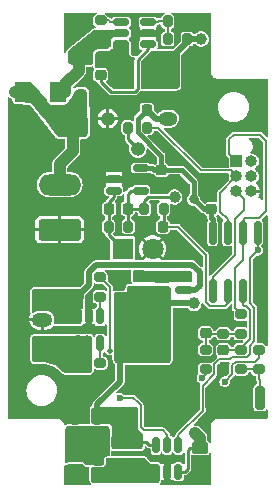
<source format=gbr>
%TF.GenerationSoftware,KiCad,Pcbnew,7.0.8*%
%TF.CreationDate,2023-12-17T14:45:35+01:00*%
%TF.ProjectId,night_light,6e696768-745f-46c6-9967-68742e6b6963,rev?*%
%TF.SameCoordinates,Original*%
%TF.FileFunction,Copper,L1,Top*%
%TF.FilePolarity,Positive*%
%FSLAX46Y46*%
G04 Gerber Fmt 4.6, Leading zero omitted, Abs format (unit mm)*
G04 Created by KiCad (PCBNEW 7.0.8) date 2023-12-17 14:45:35*
%MOMM*%
%LPD*%
G01*
G04 APERTURE LIST*
G04 Aperture macros list*
%AMRoundRect*
0 Rectangle with rounded corners*
0 $1 Rounding radius*
0 $2 $3 $4 $5 $6 $7 $8 $9 X,Y pos of 4 corners*
0 Add a 4 corners polygon primitive as box body*
4,1,4,$2,$3,$4,$5,$6,$7,$8,$9,$2,$3,0*
0 Add four circle primitives for the rounded corners*
1,1,$1+$1,$2,$3*
1,1,$1+$1,$4,$5*
1,1,$1+$1,$6,$7*
1,1,$1+$1,$8,$9*
0 Add four rect primitives between the rounded corners*
20,1,$1+$1,$2,$3,$4,$5,0*
20,1,$1+$1,$4,$5,$6,$7,0*
20,1,$1+$1,$6,$7,$8,$9,0*
20,1,$1+$1,$8,$9,$2,$3,0*%
G04 Aperture macros list end*
%TA.AperFunction,SMDPad,CuDef*%
%ADD10RoundRect,0.225000X-0.225000X-0.250000X0.225000X-0.250000X0.225000X0.250000X-0.225000X0.250000X0*%
%TD*%
%TA.AperFunction,SMDPad,CuDef*%
%ADD11RoundRect,0.250000X0.250000X0.475000X-0.250000X0.475000X-0.250000X-0.475000X0.250000X-0.475000X0*%
%TD*%
%TA.AperFunction,SMDPad,CuDef*%
%ADD12RoundRect,0.200000X-0.275000X0.200000X-0.275000X-0.200000X0.275000X-0.200000X0.275000X0.200000X0*%
%TD*%
%TA.AperFunction,SMDPad,CuDef*%
%ADD13RoundRect,0.250000X-1.075000X0.375000X-1.075000X-0.375000X1.075000X-0.375000X1.075000X0.375000X0*%
%TD*%
%TA.AperFunction,SMDPad,CuDef*%
%ADD14RoundRect,0.150000X-0.512500X-0.150000X0.512500X-0.150000X0.512500X0.150000X-0.512500X0.150000X0*%
%TD*%
%TA.AperFunction,SMDPad,CuDef*%
%ADD15RoundRect,0.225000X-0.250000X0.225000X-0.250000X-0.225000X0.250000X-0.225000X0.250000X0.225000X0*%
%TD*%
%TA.AperFunction,SMDPad,CuDef*%
%ADD16RoundRect,0.200000X-0.200000X-0.275000X0.200000X-0.275000X0.200000X0.275000X-0.200000X0.275000X0*%
%TD*%
%TA.AperFunction,SMDPad,CuDef*%
%ADD17RoundRect,0.250000X0.300000X-0.750000X0.300000X0.750000X-0.300000X0.750000X-0.300000X-0.750000X0*%
%TD*%
%TA.AperFunction,SMDPad,CuDef*%
%ADD18RoundRect,0.200000X0.350000X-0.200000X0.350000X0.200000X-0.350000X0.200000X-0.350000X-0.200000X0*%
%TD*%
%TA.AperFunction,SMDPad,CuDef*%
%ADD19RoundRect,0.250000X-0.300000X0.750000X-0.300000X-0.750000X0.300000X-0.750000X0.300000X0.750000X0*%
%TD*%
%TA.AperFunction,SMDPad,CuDef*%
%ADD20RoundRect,0.200000X-0.350000X0.200000X-0.350000X-0.200000X0.350000X-0.200000X0.350000X0.200000X0*%
%TD*%
%TA.AperFunction,SMDPad,CuDef*%
%ADD21RoundRect,0.250000X-0.450000X0.262500X-0.450000X-0.262500X0.450000X-0.262500X0.450000X0.262500X0*%
%TD*%
%TA.AperFunction,SMDPad,CuDef*%
%ADD22RoundRect,0.200000X0.275000X-0.200000X0.275000X0.200000X-0.275000X0.200000X-0.275000X-0.200000X0*%
%TD*%
%TA.AperFunction,SMDPad,CuDef*%
%ADD23RoundRect,0.250000X1.000000X0.650000X-1.000000X0.650000X-1.000000X-0.650000X1.000000X-0.650000X0*%
%TD*%
%TA.AperFunction,SMDPad,CuDef*%
%ADD24RoundRect,0.225000X0.250000X-0.225000X0.250000X0.225000X-0.250000X0.225000X-0.250000X-0.225000X0*%
%TD*%
%TA.AperFunction,SMDPad,CuDef*%
%ADD25RoundRect,0.200000X0.200000X0.275000X-0.200000X0.275000X-0.200000X-0.275000X0.200000X-0.275000X0*%
%TD*%
%TA.AperFunction,ComponentPad*%
%ADD26RoundRect,0.250000X1.550000X-0.650000X1.550000X0.650000X-1.550000X0.650000X-1.550000X-0.650000X0*%
%TD*%
%TA.AperFunction,ComponentPad*%
%ADD27O,3.600000X1.800000*%
%TD*%
%TA.AperFunction,SMDPad,CuDef*%
%ADD28RoundRect,0.150000X-0.587500X-0.150000X0.587500X-0.150000X0.587500X0.150000X-0.587500X0.150000X0*%
%TD*%
%TA.AperFunction,SMDPad,CuDef*%
%ADD29RoundRect,0.225000X0.225000X0.250000X-0.225000X0.250000X-0.225000X-0.250000X0.225000X-0.250000X0*%
%TD*%
%TA.AperFunction,SMDPad,CuDef*%
%ADD30RoundRect,0.250000X-0.375000X-1.075000X0.375000X-1.075000X0.375000X1.075000X-0.375000X1.075000X0*%
%TD*%
%TA.AperFunction,SMDPad,CuDef*%
%ADD31RoundRect,0.250000X-0.650000X0.325000X-0.650000X-0.325000X0.650000X-0.325000X0.650000X0.325000X0*%
%TD*%
%TA.AperFunction,ComponentPad*%
%ADD32RoundRect,0.250000X-0.625000X0.350000X-0.625000X-0.350000X0.625000X-0.350000X0.625000X0.350000X0*%
%TD*%
%TA.AperFunction,ComponentPad*%
%ADD33O,1.750000X1.200000*%
%TD*%
%TA.AperFunction,SMDPad,CuDef*%
%ADD34RoundRect,0.250000X-0.475000X0.250000X-0.475000X-0.250000X0.475000X-0.250000X0.475000X0.250000X0*%
%TD*%
%TA.AperFunction,SMDPad,CuDef*%
%ADD35RoundRect,0.150000X0.150000X-0.825000X0.150000X0.825000X-0.150000X0.825000X-0.150000X-0.825000X0*%
%TD*%
%TA.AperFunction,ComponentPad*%
%ADD36R,1.000000X1.000000*%
%TD*%
%TA.AperFunction,ComponentPad*%
%ADD37O,1.000000X1.000000*%
%TD*%
%TA.AperFunction,SMDPad,CuDef*%
%ADD38RoundRect,0.150000X-0.150000X0.512500X-0.150000X-0.512500X0.150000X-0.512500X0.150000X0.512500X0*%
%TD*%
%TA.AperFunction,SMDPad,CuDef*%
%ADD39RoundRect,0.150000X0.150000X-0.512500X0.150000X0.512500X-0.150000X0.512500X-0.150000X-0.512500X0*%
%TD*%
%TA.AperFunction,SMDPad,CuDef*%
%ADD40RoundRect,0.200000X-0.200000X-0.800000X0.200000X-0.800000X0.200000X0.800000X-0.200000X0.800000X0*%
%TD*%
%TA.AperFunction,SMDPad,CuDef*%
%ADD41RoundRect,0.250000X-0.550000X1.500000X-0.550000X-1.500000X0.550000X-1.500000X0.550000X1.500000X0*%
%TD*%
%TA.AperFunction,SMDPad,CuDef*%
%ADD42RoundRect,0.250001X-0.462499X-0.624999X0.462499X-0.624999X0.462499X0.624999X-0.462499X0.624999X0*%
%TD*%
%TA.AperFunction,SMDPad,CuDef*%
%ADD43RoundRect,0.150000X0.512500X0.150000X-0.512500X0.150000X-0.512500X-0.150000X0.512500X-0.150000X0*%
%TD*%
%TA.AperFunction,ComponentPad*%
%ADD44C,1.000000*%
%TD*%
%TA.AperFunction,ComponentPad*%
%ADD45R,1.800000X1.800000*%
%TD*%
%TA.AperFunction,ComponentPad*%
%ADD46C,1.800000*%
%TD*%
%TA.AperFunction,ComponentPad*%
%ADD47O,1.600000X1.200000*%
%TD*%
%TA.AperFunction,ComponentPad*%
%ADD48O,1.200000X1.200000*%
%TD*%
%TA.AperFunction,ViaPad*%
%ADD49C,0.600000*%
%TD*%
%TA.AperFunction,ViaPad*%
%ADD50C,0.800000*%
%TD*%
%TA.AperFunction,ViaPad*%
%ADD51C,0.500000*%
%TD*%
%TA.AperFunction,Conductor*%
%ADD52C,1.000000*%
%TD*%
%TA.AperFunction,Conductor*%
%ADD53C,0.250000*%
%TD*%
%TA.AperFunction,Conductor*%
%ADD54C,0.200000*%
%TD*%
%TA.AperFunction,Conductor*%
%ADD55C,0.500000*%
%TD*%
%TA.AperFunction,Conductor*%
%ADD56C,0.400000*%
%TD*%
G04 APERTURE END LIST*
D10*
%TO.P,C4,1*%
%TO.N,/Input/Vin*%
X116225000Y-107000000D03*
%TO.P,C4,2*%
%TO.N,GND*%
X117775000Y-107000000D03*
%TD*%
D11*
%TO.P,C3,1*%
%TO.N,GND*%
X125950000Y-104000000D03*
%TO.P,C3,2*%
%TO.N,+5V*%
X124050000Y-104000000D03*
%TD*%
D12*
%TO.P,R1,1*%
%TO.N,/voltage regulator/EN*%
X117875000Y-100675000D03*
%TO.P,R1,2*%
%TO.N,+24V*%
X117875000Y-102325000D03*
%TD*%
D13*
%TO.P,L2,1,1*%
%TO.N,VCC*%
X120125000Y-136350000D03*
%TO.P,L2,2,2*%
%TO.N,/LED/SW*%
X120125000Y-139150000D03*
%TD*%
D10*
%TO.P,C13,1*%
%TO.N,GND*%
X121600000Y-118125000D03*
%TO.P,C13,2*%
%TO.N,/ALS*%
X123150000Y-118125000D03*
%TD*%
D11*
%TO.P,C5,1*%
%TO.N,VCC*%
X117575000Y-134125000D03*
%TO.P,C5,2*%
%TO.N,GND*%
X115675000Y-134125000D03*
%TD*%
D14*
%TO.P,U4,1,+*%
%TO.N,GND*%
X118987500Y-113175000D03*
%TO.P,U4,2,V-*%
X118987500Y-114125000D03*
%TO.P,U4,3,-*%
%TO.N,/sensors/PT-*%
X118987500Y-115075000D03*
%TO.P,U4,4*%
%TO.N,/sensors/PTout*%
X121262500Y-115075000D03*
%TO.P,U4,5,V+*%
%TO.N,VCC*%
X121262500Y-113175000D03*
%TD*%
D15*
%TO.P,C7,1*%
%TO.N,+5V*%
X115925000Y-129725000D03*
%TO.P,C7,2*%
%TO.N,GND*%
X115925000Y-131275000D03*
%TD*%
D12*
%TO.P,R10,1*%
%TO.N,VCC*%
X131250000Y-128550000D03*
%TO.P,R10,2*%
%TO.N,Net-(R10-Pad2)*%
X131250000Y-130200000D03*
%TD*%
D16*
%TO.P,R3,1*%
%TO.N,/voltage regulator/FB*%
X123550000Y-100750000D03*
%TO.P,R3,2*%
%TO.N,GND*%
X125200000Y-100750000D03*
%TD*%
D17*
%TO.P,D3,1,K*%
%TO.N,/LED/LED+*%
X117625000Y-137350000D03*
D18*
%TO.P,D3,2,A*%
%TO.N,/LED/SW*%
X117625000Y-139250000D03*
%TD*%
D19*
%TO.P,D5,1,K*%
%TO.N,VCC*%
X121125000Y-124150000D03*
D20*
%TO.P,D5,2,A*%
%TO.N,+5V*%
X121125000Y-122250000D03*
%TD*%
D21*
%TO.P,R4,1*%
%TO.N,/LED/LED-*%
X126250000Y-136837500D03*
%TO.P,R4,2*%
%TO.N,GND*%
X126250000Y-138662500D03*
%TD*%
D22*
%TO.P,R9,1*%
%TO.N,Net-(R10-Pad2)*%
X129750000Y-130200000D03*
%TO.P,R9,2*%
%TO.N,/MCU/PB4*%
X129750000Y-128550000D03*
%TD*%
D23*
%TO.P,D1,1,K*%
%TO.N,/Input/Vin*%
X115500000Y-109625000D03*
%TO.P,D1,2,A*%
%TO.N,GND*%
X111500000Y-109625000D03*
%TD*%
D24*
%TO.P,C15,1*%
%TO.N,VCC*%
X127250000Y-116650000D03*
%TO.P,C15,2*%
%TO.N,GND*%
X127250000Y-115100000D03*
%TD*%
D25*
%TO.P,R14,1*%
%TO.N,/MCU/PB2*%
X121825000Y-109750000D03*
%TO.P,R14,2*%
%TO.N,/PIR*%
X120175000Y-109750000D03*
%TD*%
D15*
%TO.P,C17,1*%
%TO.N,/MCU/PB4*%
X128250000Y-128600000D03*
%TO.P,C17,2*%
%TO.N,GND*%
X128250000Y-130150000D03*
%TD*%
D26*
%TO.P,J2,1,Pin_1*%
%TO.N,GND*%
X114392500Y-118387500D03*
D27*
%TO.P,J2,2,Pin_2*%
%TO.N,/Input/Vin*%
X114392500Y-114577500D03*
%TD*%
D28*
%TO.P,Q1,1,G*%
%TO.N,+5V*%
X123062500Y-122550000D03*
%TO.P,Q1,2,S*%
%TO.N,VCC*%
X123062500Y-124450000D03*
%TO.P,Q1,3,D*%
%TO.N,+BATT*%
X124937500Y-123500000D03*
%TD*%
D16*
%TO.P,R11,1*%
%TO.N,/sensors/PT-*%
X118550000Y-118125000D03*
%TO.P,R11,2*%
%TO.N,/sensors/PTout*%
X120200000Y-118125000D03*
%TD*%
D29*
%TO.P,C10,1*%
%TO.N,VCC*%
X121775000Y-108250000D03*
%TO.P,C10,2*%
%TO.N,GND*%
X120225000Y-108250000D03*
%TD*%
D30*
%TO.P,L1,1,1*%
%TO.N,/voltage regulator/SW*%
X119600000Y-105125000D03*
%TO.P,L1,2,2*%
%TO.N,+5V*%
X122400000Y-105125000D03*
%TD*%
D12*
%TO.P,R5,1*%
%TO.N,/battery/PROG*%
X117825000Y-129675000D03*
%TO.P,R5,2*%
%TO.N,GND*%
X117825000Y-131325000D03*
%TD*%
D31*
%TO.P,C1,1*%
%TO.N,GND*%
X116000000Y-100900000D03*
%TO.P,C1,2*%
%TO.N,+24V*%
X116000000Y-103850000D03*
%TD*%
D16*
%TO.P,R12,1*%
%TO.N,/sensors/PTout*%
X121550000Y-116625000D03*
%TO.P,R12,2*%
%TO.N,/ALS*%
X123200000Y-116625000D03*
%TD*%
D12*
%TO.P,R13,1*%
%TO.N,/MCU/PB1*%
X129750000Y-125550000D03*
%TO.P,R13,2*%
%TO.N,/V_{SEN}*%
X129750000Y-127200000D03*
%TD*%
D22*
%TO.P,R6,1*%
%TO.N,/STAT*%
X117825000Y-124075000D03*
%TO.P,R6,2*%
%TO.N,Net-(D4-K)*%
X117825000Y-122425000D03*
%TD*%
D32*
%TO.P,J3,1,+*%
%TO.N,+BATT*%
X112925000Y-124000000D03*
D33*
%TO.P,J3,2,-*%
%TO.N,GND*%
X112925000Y-126000000D03*
%TD*%
D22*
%TO.P,R8,1*%
%TO.N,/V_{SEN}*%
X128250000Y-127200000D03*
%TO.P,R8,2*%
%TO.N,GND*%
X128250000Y-125550000D03*
%TD*%
D34*
%TO.P,C6,1*%
%TO.N,/LED/LED+*%
X115750000Y-136800000D03*
%TO.P,C6,2*%
%TO.N,GND*%
X115750000Y-138700000D03*
%TD*%
D10*
%TO.P,C12,1*%
%TO.N,/sensors/PT-*%
X118600000Y-116625000D03*
%TO.P,C12,2*%
%TO.N,/sensors/PTout*%
X120150000Y-116625000D03*
%TD*%
D35*
%TO.P,U5,1,~{RESET}/PB5*%
%TO.N,/MCU/PB5*%
X127345000Y-123600000D03*
%TO.P,U5,2,PB3*%
%TO.N,/ALS*%
X128615000Y-123600000D03*
%TO.P,U5,3,PB4*%
%TO.N,/MCU/PB4*%
X129885000Y-123600000D03*
%TO.P,U5,4,GND*%
%TO.N,GND*%
X131155000Y-123600000D03*
%TO.P,U5,5,PB0*%
%TO.N,/EN*%
X131155000Y-118650000D03*
%TO.P,U5,6,PB1*%
%TO.N,/MCU/PB1*%
X129885000Y-118650000D03*
%TO.P,U5,7,PB2*%
%TO.N,/MCU/PB2*%
X128615000Y-118650000D03*
%TO.P,U5,8,VCC*%
%TO.N,VCC*%
X127345000Y-118650000D03*
%TD*%
D36*
%TO.P,J4,1,MISO*%
%TO.N,/MCU/PB1*%
X129365000Y-112605000D03*
D37*
%TO.P,J4,2,VCC*%
%TO.N,VCC*%
X130635000Y-112605000D03*
%TO.P,J4,3,SCK*%
%TO.N,/MCU/PB2*%
X129365000Y-113875000D03*
%TO.P,J4,4,MOSI*%
%TO.N,/EN*%
X130635000Y-113875000D03*
%TO.P,J4,5,~{RST}*%
%TO.N,/MCU/PB5*%
X129365000Y-115145000D03*
%TO.P,J4,6,GND*%
%TO.N,GND*%
X130635000Y-115145000D03*
%TD*%
D24*
%TO.P,C9,1*%
%TO.N,VCC*%
X119500000Y-124650000D03*
%TO.P,C9,2*%
%TO.N,GND*%
X119500000Y-123100000D03*
%TD*%
%TO.P,C8,1*%
%TO.N,+BATT*%
X115925000Y-124000000D03*
%TO.P,C8,2*%
%TO.N,GND*%
X115925000Y-122450000D03*
%TD*%
D15*
%TO.P,C14,1*%
%TO.N,VCC*%
X123000000Y-113350000D03*
%TO.P,C14,2*%
%TO.N,GND*%
X123000000Y-114900000D03*
%TD*%
D38*
%TO.P,U3,1,STAT*%
%TO.N,/STAT*%
X117825000Y-125737500D03*
%TO.P,U3,2,VSS*%
%TO.N,GND*%
X116875000Y-125737500D03*
%TO.P,U3,3,VBAT*%
%TO.N,+BATT*%
X115925000Y-125737500D03*
%TO.P,U3,4,VDD*%
%TO.N,+5V*%
X115925000Y-128012500D03*
%TO.P,U3,5,PROG*%
%TO.N,/battery/PROG*%
X117825000Y-128012500D03*
%TD*%
D39*
%TO.P,U2,1,SW*%
%TO.N,/LED/SW*%
X122550000Y-138887500D03*
%TO.P,U2,2,GND*%
%TO.N,GND*%
X123500000Y-138887500D03*
%TO.P,U2,3,FB*%
%TO.N,/LED/LED-*%
X124450000Y-138887500D03*
%TO.P,U2,4,EN*%
%TO.N,/EN*%
X124450000Y-136612500D03*
%TO.P,U2,5,OV*%
%TO.N,/LED/LED+*%
X123500000Y-136612500D03*
%TO.P,U2,6,VIN*%
%TO.N,VCC*%
X122550000Y-136612500D03*
%TD*%
D25*
%TO.P,R2,1*%
%TO.N,+5V*%
X125200000Y-102250000D03*
%TO.P,R2,2*%
%TO.N,/voltage regulator/FB*%
X123550000Y-102250000D03*
%TD*%
D24*
%TO.P,C16,1*%
%TO.N,/V_{SEN}*%
X126750000Y-127150000D03*
%TO.P,C16,2*%
%TO.N,GND*%
X126750000Y-125600000D03*
%TD*%
D40*
%TO.P,SW1,1,1*%
%TO.N,GND*%
X127150000Y-132625000D03*
%TO.P,SW1,2,2*%
%TO.N,Net-(R10-Pad2)*%
X131350000Y-132625000D03*
%TD*%
D41*
%TO.P,C11,1*%
%TO.N,VCC*%
X122375000Y-127925000D03*
%TO.P,C11,2*%
%TO.N,GND*%
X122375000Y-133325000D03*
%TD*%
D42*
%TO.P,F1,1*%
%TO.N,/Input/Vin*%
X111262500Y-106750000D03*
%TO.P,F1,2*%
%TO.N,+24V*%
X114237500Y-106750000D03*
%TD*%
D22*
%TO.P,R7,1*%
%TO.N,+5V*%
X126750000Y-130200000D03*
%TO.P,R7,2*%
%TO.N,/V_{SEN}*%
X126750000Y-128550000D03*
%TD*%
D24*
%TO.P,C2,1*%
%TO.N,/voltage regulator/BST*%
X117875000Y-105275000D03*
%TO.P,C2,2*%
%TO.N,/voltage regulator/SW*%
X117875000Y-103725000D03*
%TD*%
D43*
%TO.P,U1,1,BOOST*%
%TO.N,/voltage regulator/BST*%
X121887500Y-102700000D03*
%TO.P,U1,2,GND*%
%TO.N,GND*%
X121887500Y-101750000D03*
%TO.P,U1,3,VFB*%
%TO.N,/voltage regulator/FB*%
X121887500Y-100800000D03*
%TO.P,U1,4,EN*%
%TO.N,/voltage regulator/EN*%
X119612500Y-100800000D03*
%TO.P,U1,5,VIN*%
%TO.N,+24V*%
X119612500Y-101750000D03*
%TO.P,U1,6,SW*%
%TO.N,/voltage regulator/SW*%
X119612500Y-102700000D03*
%TD*%
D44*
%TO.P,TP4,1,1*%
%TO.N,/LED/LED+*%
X116625000Y-135625000D03*
%TD*%
%TO.P,TP5,1,1*%
%TO.N,/LED/LED-*%
X125875000Y-135625000D03*
%TD*%
%TO.P,TP7,1,1*%
%TO.N,/sensors/PTout*%
X124125000Y-115625000D03*
%TD*%
%TO.P,TP1,1,1*%
%TO.N,/Input/Vin*%
X110625000Y-106750000D03*
%TD*%
D45*
%TO.P,D6,1,K*%
%TO.N,/sensors/PT-*%
X119725000Y-120000000D03*
D46*
%TO.P,D6,2,A*%
%TO.N,GND*%
X122265000Y-120000000D03*
%TD*%
D47*
%TO.P,J1,1,Pin_1*%
%TO.N,VCC*%
X123540000Y-109000000D03*
D48*
%TO.P,J1,2,Pin_2*%
%TO.N,/PIR*%
X121000000Y-111540000D03*
%TO.P,J1,3,Pin_3*%
%TO.N,GND*%
X118460000Y-109000000D03*
%TD*%
D44*
%TO.P,TP3,1,1*%
%TO.N,+5V*%
X126375000Y-102250000D03*
%TD*%
%TO.P,TP2,1,1*%
%TO.N,+24V*%
X114875000Y-106750000D03*
%TD*%
%TO.P,TP6,1,1*%
%TO.N,VCC*%
X125750000Y-124625000D03*
%TD*%
D49*
%TO.N,GND*%
X131304199Y-113239737D03*
X118500000Y-107750000D03*
X117000000Y-106000000D03*
X117250000Y-108000000D03*
X124875000Y-126250000D03*
X124625000Y-125500000D03*
X126250000Y-108125000D03*
X131250000Y-122125000D03*
X127250000Y-114000000D03*
X126250000Y-106500000D03*
X126500000Y-117500000D03*
X128000000Y-120125000D03*
X127625000Y-112250000D03*
X128000000Y-133500000D03*
X119375000Y-117375000D03*
X125250000Y-139500000D03*
X111250000Y-108250000D03*
X123500000Y-107500000D03*
X127500000Y-126375000D03*
X125875000Y-137875000D03*
X113000000Y-111875000D03*
X115250000Y-139500000D03*
X124625000Y-137750000D03*
X131500000Y-126750000D03*
X120375000Y-114125000D03*
X119250000Y-107500000D03*
X116000000Y-126875000D03*
X120750000Y-100625000D03*
X115625000Y-132125000D03*
X126250000Y-109625000D03*
X126875000Y-134375000D03*
X112125000Y-111875000D03*
X126375000Y-100500000D03*
X131500000Y-125875000D03*
X124125000Y-119375000D03*
X111250000Y-111875000D03*
X126375000Y-101250000D03*
X124125000Y-117375000D03*
X124125000Y-120375000D03*
X128000000Y-132625000D03*
X114625000Y-134000000D03*
X120750000Y-102875000D03*
X131500000Y-127625000D03*
X126000000Y-139500000D03*
X124250000Y-110125000D03*
X115875000Y-139500000D03*
X126750000Y-103125000D03*
X116875000Y-126875000D03*
X124125000Y-112375000D03*
X131250000Y-121250000D03*
X116875000Y-124625000D03*
X119000000Y-122125000D03*
X122375000Y-117375000D03*
X126750000Y-104875000D03*
X115250000Y-102500000D03*
X120750000Y-101375000D03*
X125308546Y-129000000D03*
X112625000Y-120500000D03*
X117000000Y-114625000D03*
X126750000Y-104000000D03*
X115250000Y-101750000D03*
X120125000Y-113125000D03*
X111250000Y-111000000D03*
X126500000Y-119125000D03*
X116500000Y-139500000D03*
X126500000Y-114000000D03*
X127625000Y-120875000D03*
X122375000Y-137750000D03*
X117000000Y-118375000D03*
X110375000Y-111000000D03*
X128000000Y-111250000D03*
X116125000Y-120500000D03*
X129000000Y-126375000D03*
X120750000Y-102125000D03*
X111125000Y-127750000D03*
X110250000Y-108250000D03*
X126625000Y-137875000D03*
X122875000Y-101500000D03*
X123875000Y-137750000D03*
X116000000Y-101875000D03*
X124250000Y-114375000D03*
X121375000Y-114125000D03*
X123125000Y-137750000D03*
X125375000Y-128000000D03*
X110375000Y-111875000D03*
X118125000Y-110750000D03*
X126750000Y-139500000D03*
X124375000Y-128000000D03*
X126750000Y-112500000D03*
X128000000Y-114000000D03*
X120000000Y-122125000D03*
X112125000Y-111000000D03*
X118875000Y-112000000D03*
X124375000Y-129000000D03*
X123000000Y-111000000D03*
X115625000Y-133000000D03*
X113000000Y-111000000D03*
X129250000Y-132625000D03*
X118000000Y-120000000D03*
X124375000Y-101500000D03*
X111125000Y-129500000D03*
X117750000Y-126875000D03*
X131500000Y-125000000D03*
X111500000Y-118250000D03*
D50*
%TO.N,+5V*%
X116750000Y-127750000D03*
X125000000Y-122375000D03*
D49*
X126440208Y-130940208D03*
D50*
X124125000Y-106000000D03*
D49*
%TO.N,VCC*%
X128375000Y-131250000D03*
D50*
X125750000Y-115812500D03*
D51*
%TO.N,Net-(D4-K)*%
X118625000Y-128625000D03*
D49*
%TO.N,/LED/LED+*%
X119500000Y-132625000D03*
%TO.N,/EN*%
X131155000Y-120125000D03*
%TD*%
D52*
%TO.N,/Input/Vin*%
X114392500Y-114577500D02*
X114392500Y-112857500D01*
X115500000Y-111750000D02*
X115500000Y-109625000D01*
X114392500Y-112857500D02*
X115500000Y-111750000D01*
%TO.N,+24V*%
X116000000Y-103850000D02*
X116000000Y-104910740D01*
X116000000Y-104910740D02*
X114875000Y-106035740D01*
X114875000Y-106035740D02*
X114875000Y-106750000D01*
D53*
%TO.N,/voltage regulator/BST*%
X121887500Y-102700000D02*
X121887500Y-103112500D01*
X121887500Y-103112500D02*
X121000000Y-104000000D01*
X121000000Y-104000000D02*
X121000000Y-106500000D01*
X121000000Y-106500000D02*
X120750000Y-106750000D01*
X120750000Y-106750000D02*
X118750000Y-106750000D01*
X118750000Y-106750000D02*
X117875000Y-105875000D01*
X117875000Y-105875000D02*
X117875000Y-105275000D01*
D54*
%TO.N,+5V*%
X126440208Y-130940208D02*
X126750000Y-130630416D01*
X126750000Y-130630416D02*
X126750000Y-130200000D01*
D52*
%TO.N,+24V*%
X114875000Y-106750000D02*
X114237500Y-106750000D01*
D55*
%TO.N,+5V*%
X121875000Y-122250000D02*
X121125000Y-122250000D01*
X122175000Y-122550000D02*
X121875000Y-122250000D01*
X124050000Y-104000000D02*
X124050000Y-103612500D01*
X115925000Y-128012500D02*
X115925000Y-129725000D01*
X124050000Y-103612500D02*
X125200000Y-102462500D01*
X125200000Y-102462500D02*
X125200000Y-102250000D01*
X126375000Y-102250000D02*
X125200000Y-102250000D01*
X124050000Y-104000000D02*
X124050000Y-103825000D01*
X123062500Y-122550000D02*
X122175000Y-122550000D01*
D56*
%TO.N,VCC*%
X123000000Y-113350000D02*
X124725000Y-113350000D01*
X123000000Y-113350000D02*
X122350000Y-113350000D01*
D54*
X131000000Y-129500000D02*
X130927000Y-129573000D01*
D55*
X123062500Y-124450000D02*
X122200000Y-124450000D01*
D54*
X129000000Y-130625000D02*
X128375000Y-131250000D01*
X131250000Y-129250000D02*
X131000000Y-129500000D01*
X129000000Y-129871131D02*
X129000000Y-130625000D01*
D55*
X122525000Y-109000000D02*
X121775000Y-108250000D01*
D53*
X120125000Y-136350000D02*
X121725000Y-136350000D01*
D56*
X127345000Y-118650000D02*
X127345000Y-117470000D01*
D55*
X121600000Y-124625000D02*
X121125000Y-124150000D01*
D56*
X121000000Y-109025000D02*
X121000000Y-110145291D01*
X121000000Y-110145291D02*
X123000000Y-112145291D01*
D53*
X121987500Y-136612500D02*
X122550000Y-136612500D01*
D56*
X127345000Y-117470000D02*
X127250000Y-117375000D01*
D53*
X121725000Y-136350000D02*
X121987500Y-136612500D01*
D55*
X121900000Y-124150000D02*
X121125000Y-124150000D01*
D56*
X124725000Y-113350000D02*
X125750000Y-114375000D01*
X125750000Y-114375000D02*
X125750000Y-115812500D01*
D54*
X130927000Y-129573000D02*
X129298131Y-129573000D01*
D55*
X119500000Y-131250000D02*
X119500000Y-124650000D01*
X123540000Y-109000000D02*
X122525000Y-109000000D01*
D56*
X123000000Y-112145291D02*
X123000000Y-113350000D01*
D54*
X131250000Y-128550000D02*
X131250000Y-129250000D01*
D56*
X126587500Y-116650000D02*
X127250000Y-116650000D01*
X125750000Y-115812500D02*
X126587500Y-116650000D01*
X122350000Y-113350000D02*
X122175000Y-113175000D01*
X121775000Y-108250000D02*
X121000000Y-109025000D01*
D55*
X125750000Y-124625000D02*
X121600000Y-124625000D01*
X117575000Y-133175000D02*
X119500000Y-131250000D01*
D54*
X129298131Y-129573000D02*
X129000000Y-129871131D01*
D56*
X127250000Y-117375000D02*
X127250000Y-116650000D01*
D55*
X122200000Y-124450000D02*
X121900000Y-124150000D01*
D56*
X122175000Y-113175000D02*
X121262500Y-113175000D01*
D55*
X117575000Y-134125000D02*
X117575000Y-133175000D01*
%TO.N,+BATT*%
X116875000Y-123050000D02*
X115925000Y-124000000D01*
X125625000Y-121375000D02*
X117500000Y-121375000D01*
X115925000Y-125737500D02*
X115925000Y-124000000D01*
X112925000Y-124000000D02*
X115925000Y-124000000D01*
X126250000Y-122000000D02*
X125625000Y-121375000D01*
X116875000Y-122000000D02*
X116875000Y-123050000D01*
X126250000Y-123125000D02*
X126250000Y-122000000D01*
X117500000Y-121375000D02*
X116875000Y-122000000D01*
X125875000Y-123500000D02*
X126250000Y-123125000D01*
X124937500Y-123500000D02*
X125875000Y-123500000D01*
D54*
%TO.N,/voltage regulator/EN*%
X119612500Y-100800000D02*
X118675000Y-100800000D01*
X118550000Y-100675000D02*
X117875000Y-100675000D01*
X118675000Y-100800000D02*
X118550000Y-100675000D01*
%TO.N,/voltage regulator/FB*%
X122700000Y-100800000D02*
X122750000Y-100750000D01*
X123550000Y-100750000D02*
X123550000Y-102250000D01*
X121887500Y-100800000D02*
X122700000Y-100800000D01*
X122750000Y-100750000D02*
X123550000Y-100750000D01*
%TO.N,Net-(D4-K)*%
X118625000Y-123225000D02*
X117825000Y-122425000D01*
X118625000Y-128625000D02*
X118625000Y-123225000D01*
D52*
%TO.N,/Input/Vin*%
X110625000Y-106750000D02*
X111262500Y-106750000D01*
D54*
%TO.N,/LED/LED+*%
X123125000Y-135375000D02*
X121500000Y-135375000D01*
X120625000Y-132625000D02*
X119500000Y-132625000D01*
X121250000Y-133250000D02*
X121000000Y-133000000D01*
X121250000Y-135125000D02*
X121250000Y-134125000D01*
X121000000Y-133000000D02*
X120625000Y-132625000D01*
X121250000Y-134125000D02*
X121250000Y-133250000D01*
X123500000Y-135750000D02*
X123125000Y-135375000D01*
X123500000Y-136612500D02*
X123500000Y-135750000D01*
X121500000Y-135375000D02*
X121250000Y-135125000D01*
D53*
%TO.N,/LED/LED-*%
X124450000Y-138887500D02*
X124987500Y-138887500D01*
X125412500Y-136837500D02*
X126250000Y-136837500D01*
X124987500Y-138887500D02*
X125250000Y-138625000D01*
X125250000Y-138625000D02*
X125250000Y-137000000D01*
X125250000Y-137000000D02*
X125412500Y-136837500D01*
D52*
X126250000Y-136837500D02*
X126250000Y-136000000D01*
X126250000Y-136000000D02*
X125875000Y-135625000D01*
D54*
%TO.N,/battery/PROG*%
X117825000Y-129675000D02*
X117825000Y-128012500D01*
D53*
%TO.N,/sensors/PT-*%
X118987500Y-115637500D02*
X118987500Y-115075000D01*
X118550000Y-118825000D02*
X119725000Y-120000000D01*
X118550000Y-116675000D02*
X118600000Y-116625000D01*
X118550000Y-118125000D02*
X118550000Y-116675000D01*
X118600000Y-116625000D02*
X118600000Y-116025000D01*
X118550000Y-118125000D02*
X118550000Y-118825000D01*
X118600000Y-116025000D02*
X118987500Y-115637500D01*
%TO.N,/sensors/PTout*%
X120150000Y-115350000D02*
X120425000Y-115075000D01*
X121550000Y-116625000D02*
X121550000Y-115950000D01*
X120150000Y-116625000D02*
X121550000Y-116625000D01*
X120150000Y-116625000D02*
X120150000Y-115350000D01*
X121550000Y-115950000D02*
X121875000Y-115625000D01*
X120200000Y-118125000D02*
X120200000Y-116675000D01*
X121875000Y-115625000D02*
X124125000Y-115625000D01*
X120200000Y-116675000D02*
X120150000Y-116625000D01*
X120425000Y-115075000D02*
X121262500Y-115075000D01*
D54*
%TO.N,Net-(R10-Pad2)*%
X131350000Y-131100000D02*
X131250000Y-131000000D01*
X131250000Y-131000000D02*
X131250000Y-130200000D01*
X131350000Y-132625000D02*
X131350000Y-131100000D01*
X131250000Y-130200000D02*
X129750000Y-130200000D01*
%TO.N,/ALS*%
X128615000Y-124635000D02*
X128615000Y-123600000D01*
D53*
X123200000Y-118075000D02*
X123150000Y-118125000D01*
X123200000Y-116625000D02*
X123200000Y-118075000D01*
D54*
X127111841Y-124875000D02*
X128375000Y-124875000D01*
X128375000Y-124875000D02*
X128615000Y-124635000D01*
X123150000Y-118125000D02*
X124375000Y-118125000D01*
X124375000Y-118125000D02*
X126750000Y-120500000D01*
X126750000Y-124513159D02*
X127111841Y-124875000D01*
X126750000Y-120500000D02*
X126750000Y-124513159D01*
%TO.N,/V_{SEN}*%
X126750000Y-128550000D02*
X126750000Y-127150000D01*
X126800000Y-127200000D02*
X126750000Y-127150000D01*
X129750000Y-127200000D02*
X126800000Y-127200000D01*
D53*
%TO.N,/PIR*%
X120175000Y-109750000D02*
X120175000Y-110715000D01*
X120175000Y-110715000D02*
X121000000Y-111540000D01*
D54*
%TO.N,/STAT*%
X117825000Y-125737500D02*
X117825000Y-124075000D01*
%TO.N,/EN*%
X130875000Y-125000000D02*
X130500000Y-124625000D01*
X130253869Y-129125000D02*
X130500000Y-128878869D01*
X127500000Y-130625000D02*
X127500000Y-129750000D01*
X131155000Y-118650000D02*
X131155000Y-120125000D01*
X130500000Y-128878869D02*
X130500000Y-128221131D01*
X124450000Y-136612500D02*
X124450000Y-135800000D01*
X130500000Y-128221131D02*
X130875000Y-127846131D01*
X130875000Y-127846131D02*
X130875000Y-125000000D01*
X128975000Y-129176500D02*
X130202369Y-129176500D01*
X126500000Y-133750000D02*
X126500000Y-131625000D01*
X124450000Y-135800000D02*
X126500000Y-133750000D01*
X127875000Y-129375000D02*
X128776500Y-129375000D01*
X127500000Y-129750000D02*
X127875000Y-129375000D01*
X130253162Y-129125000D02*
X130253869Y-129125000D01*
X130500000Y-124625000D02*
X130500000Y-120780000D01*
X128776500Y-129375000D02*
X128975000Y-129176500D01*
X126500000Y-131625000D02*
X127500000Y-130625000D01*
X130202369Y-129176500D02*
X130253869Y-129125000D01*
X130500000Y-120780000D02*
X131155000Y-120125000D01*
%TO.N,/MCU/PB4*%
X129885000Y-124760000D02*
X130000000Y-124875000D01*
X129885000Y-123600000D02*
X129885000Y-124760000D01*
X130187500Y-124875000D02*
X130500000Y-125187500D01*
X130500000Y-125187500D02*
X130500000Y-127625000D01*
X129750000Y-128550000D02*
X128300000Y-128550000D01*
X129750000Y-128375000D02*
X129750000Y-128550000D01*
X128300000Y-128550000D02*
X128250000Y-128600000D01*
X130000000Y-124875000D02*
X130187500Y-124875000D01*
X130500000Y-127625000D02*
X129750000Y-128375000D01*
%TO.N,/MCU/PB5*%
X130000000Y-115780000D02*
X130000000Y-116750000D01*
X130000000Y-116750000D02*
X129250000Y-117500000D01*
X127345000Y-122405000D02*
X127345000Y-123600000D01*
X129250000Y-117500000D02*
X129250000Y-120500000D01*
X129250000Y-120500000D02*
X127345000Y-122405000D01*
X129365000Y-115145000D02*
X130000000Y-115780000D01*
%TO.N,/MCU/PB2*%
X128000000Y-115240000D02*
X129365000Y-113875000D01*
X128000000Y-116875000D02*
X128000000Y-115240000D01*
X128615000Y-117490000D02*
X128000000Y-116875000D01*
X126375000Y-113375000D02*
X122750000Y-109750000D01*
X128865000Y-113375000D02*
X126375000Y-113375000D01*
X129365000Y-113875000D02*
X128865000Y-113375000D01*
X128615000Y-118650000D02*
X128615000Y-117490000D01*
X122750000Y-109750000D02*
X121825000Y-109750000D01*
%TO.N,/MCU/PB1*%
X129885000Y-118650000D02*
X129885000Y-117615000D01*
X129250000Y-121625000D02*
X129885000Y-120990000D01*
X129125000Y-110375000D02*
X128750000Y-110750000D01*
X129750000Y-125550000D02*
X129250000Y-125050000D01*
X129885000Y-117615000D02*
X130125000Y-117375000D01*
X128750000Y-111990000D02*
X129365000Y-112605000D01*
X128750000Y-110750000D02*
X128750000Y-111990000D01*
X131375000Y-110375000D02*
X129125000Y-110375000D01*
X130125000Y-117375000D02*
X131300000Y-117375000D01*
X131861301Y-116813699D02*
X131861301Y-110861301D01*
X131300000Y-117375000D02*
X131861301Y-116813699D01*
X129250000Y-125050000D02*
X129250000Y-121625000D01*
X131861301Y-110861301D02*
X131375000Y-110375000D01*
X129885000Y-120990000D02*
X129885000Y-118650000D01*
%TD*%
%TA.AperFunction,Conductor*%
%TO.N,+5V*%
G36*
X125382148Y-121851422D02*
G01*
X125426363Y-121860216D01*
X125456233Y-121866158D01*
X125482909Y-121877207D01*
X125539537Y-121915045D01*
X125559954Y-121935462D01*
X125597792Y-121992090D01*
X125608841Y-122018765D01*
X125623578Y-122092851D01*
X125625000Y-122107288D01*
X125625000Y-122592711D01*
X125623578Y-122607148D01*
X125608841Y-122681234D01*
X125597792Y-122707909D01*
X125559954Y-122764537D01*
X125539537Y-122784954D01*
X125482909Y-122822792D01*
X125456234Y-122833841D01*
X125382149Y-122848578D01*
X125367712Y-122850000D01*
X120832288Y-122850000D01*
X120817851Y-122848578D01*
X120743765Y-122833841D01*
X120717090Y-122822792D01*
X120660462Y-122784954D01*
X120640045Y-122764537D01*
X120602207Y-122707909D01*
X120591158Y-122681233D01*
X120576422Y-122607147D01*
X120575000Y-122592711D01*
X120575000Y-122107288D01*
X120576422Y-122092852D01*
X120591158Y-122018766D01*
X120591159Y-122018765D01*
X120591158Y-122018764D01*
X120602205Y-121992093D01*
X120640045Y-121935461D01*
X120660462Y-121915045D01*
X120717093Y-121877205D01*
X120743764Y-121866158D01*
X120790905Y-121856781D01*
X120817852Y-121851422D01*
X120832288Y-121850000D01*
X125367712Y-121850000D01*
X125382148Y-121851422D01*
G37*
%TD.AperFunction*%
%TD*%
%TA.AperFunction,Conductor*%
%TO.N,VCC*%
G36*
X123557148Y-123151422D02*
G01*
X123601363Y-123160216D01*
X123631233Y-123166158D01*
X123657909Y-123177207D01*
X123714537Y-123215045D01*
X123734954Y-123235462D01*
X123772792Y-123292090D01*
X123783841Y-123318765D01*
X123798578Y-123392851D01*
X123800000Y-123407288D01*
X123800000Y-129417711D01*
X123798578Y-129432148D01*
X123783841Y-129506234D01*
X123772792Y-129532909D01*
X123734954Y-129589537D01*
X123714537Y-129609954D01*
X123657909Y-129647792D01*
X123631234Y-129658841D01*
X123557149Y-129673578D01*
X123542712Y-129675000D01*
X119282288Y-129675000D01*
X119267851Y-129673578D01*
X119193765Y-129658841D01*
X119167090Y-129647792D01*
X119110462Y-129609954D01*
X119090045Y-129589537D01*
X119052207Y-129532909D01*
X119041158Y-129506233D01*
X119026422Y-129432147D01*
X119025000Y-129417711D01*
X119025000Y-128665499D01*
X119025911Y-128653923D01*
X119030492Y-128624999D01*
X119025911Y-128596075D01*
X119025000Y-128584499D01*
X119025000Y-123751519D01*
X119042313Y-123703953D01*
X119086150Y-123678643D01*
X119131500Y-123685038D01*
X119141375Y-123689866D01*
X119214364Y-123700500D01*
X119214370Y-123700500D01*
X119785630Y-123700500D01*
X119785636Y-123700500D01*
X119858625Y-123689866D01*
X119971211Y-123634826D01*
X120059826Y-123546211D01*
X120114866Y-123433625D01*
X120125500Y-123360636D01*
X120125500Y-123224000D01*
X120142813Y-123176434D01*
X120186650Y-123151124D01*
X120199500Y-123150000D01*
X123542712Y-123150000D01*
X123557148Y-123151422D01*
G37*
%TD.AperFunction*%
%TD*%
%TA.AperFunction,Conductor*%
%TO.N,/LED/LED+*%
G36*
X115390563Y-135000477D02*
G01*
X115390580Y-135000272D01*
X115393471Y-135000498D01*
X115393481Y-135000500D01*
X115956518Y-135000499D01*
X115959417Y-135000271D01*
X115959433Y-135000477D01*
X115965492Y-135000000D01*
X117284499Y-135000000D01*
X117290563Y-135000477D01*
X117290580Y-135000272D01*
X117293471Y-135000498D01*
X117293481Y-135000500D01*
X117527251Y-135000499D01*
X117541672Y-135001918D01*
X117541245Y-135001833D01*
X117541256Y-135001835D01*
X117548807Y-135002955D01*
X117548806Y-135002955D01*
X117570835Y-135005124D01*
X117570845Y-135005125D01*
X117578470Y-135005500D01*
X118395363Y-135005500D01*
X118409799Y-135006922D01*
X118430572Y-135011053D01*
X118456233Y-135016158D01*
X118482909Y-135027207D01*
X118539537Y-135065045D01*
X118559954Y-135085462D01*
X118597792Y-135142090D01*
X118608841Y-135168765D01*
X118623578Y-135242851D01*
X118625000Y-135257288D01*
X118625000Y-137495500D01*
X118607687Y-137543066D01*
X118563850Y-137568376D01*
X118551000Y-137569500D01*
X118396108Y-137569500D01*
X118389329Y-137569796D01*
X118373104Y-137571214D01*
X118373097Y-137571215D01*
X118308896Y-137591458D01*
X118308895Y-137591458D01*
X118275412Y-137610791D01*
X118265061Y-137616768D01*
X118265055Y-137616772D01*
X118265055Y-137616771D01*
X118242861Y-137632311D01*
X118242859Y-137632313D01*
X118196693Y-137698245D01*
X118196689Y-137698252D01*
X118179377Y-137745815D01*
X118170000Y-137798996D01*
X118170000Y-138113452D01*
X118169089Y-138125030D01*
X118162745Y-138165078D01*
X118155591Y-138187095D01*
X118131000Y-138235358D01*
X118117391Y-138254089D01*
X118079089Y-138292391D01*
X118060358Y-138306000D01*
X118012097Y-138330590D01*
X117990080Y-138337744D01*
X117966912Y-138341414D01*
X117950027Y-138344088D01*
X117938454Y-138344999D01*
X117311544Y-138344999D01*
X117299969Y-138344088D01*
X117285106Y-138341734D01*
X117248264Y-138335899D01*
X117237280Y-138333287D01*
X117205579Y-138323139D01*
X117174615Y-138318511D01*
X117159135Y-138316198D01*
X117136148Y-138314490D01*
X117136147Y-138314490D01*
X117136143Y-138314490D01*
X117058401Y-138335322D01*
X117058399Y-138335323D01*
X117057402Y-138335899D01*
X117050149Y-138340086D01*
X117013150Y-138350000D01*
X116668887Y-138350000D01*
X116621321Y-138332687D01*
X116602953Y-138309596D01*
X116553049Y-138211657D01*
X116463343Y-138121951D01*
X116463342Y-138121950D01*
X116350304Y-138064354D01*
X116350302Y-138064353D01*
X116350301Y-138064353D01*
X116256519Y-138049500D01*
X115243480Y-138049500D01*
X115149695Y-138064353D01*
X115149693Y-138064354D01*
X115036657Y-138121950D01*
X115003356Y-138155251D01*
X114957480Y-138176642D01*
X114908586Y-138163541D01*
X114879552Y-138122076D01*
X114878452Y-138117357D01*
X114877675Y-138113452D01*
X114876420Y-138107143D01*
X114875000Y-138092711D01*
X114875000Y-135257288D01*
X114876422Y-135242852D01*
X114891158Y-135168766D01*
X114891159Y-135168765D01*
X114891158Y-135168764D01*
X114902205Y-135142093D01*
X114940045Y-135085461D01*
X114960462Y-135065045D01*
X115017093Y-135027205D01*
X115043764Y-135016158D01*
X115090905Y-135006781D01*
X115117852Y-135001422D01*
X115132288Y-135000000D01*
X115384499Y-135000000D01*
X115390563Y-135000477D01*
G37*
%TD.AperFunction*%
%TD*%
%TA.AperFunction,Conductor*%
%TO.N,+5V*%
G36*
X116907148Y-127351422D02*
G01*
X116951363Y-127360216D01*
X116981233Y-127366158D01*
X117007909Y-127377207D01*
X117064537Y-127415045D01*
X117084954Y-127435462D01*
X117122792Y-127492090D01*
X117133841Y-127518765D01*
X117148578Y-127592851D01*
X117150000Y-127607288D01*
X117150000Y-130242711D01*
X117148578Y-130257148D01*
X117133841Y-130331234D01*
X117122792Y-130357909D01*
X117084954Y-130414537D01*
X117064537Y-130434954D01*
X117007909Y-130472792D01*
X116981234Y-130483841D01*
X116907149Y-130498578D01*
X116892712Y-130500000D01*
X114860841Y-130500000D01*
X114846404Y-130498578D01*
X114772319Y-130483841D01*
X114745644Y-130472792D01*
X114682837Y-130430826D01*
X114671623Y-130421623D01*
X114512563Y-130262563D01*
X114500000Y-130250000D01*
X114000000Y-129875000D01*
X113625000Y-129750000D01*
X113288489Y-129637829D01*
X113288481Y-129637827D01*
X113250000Y-129625000D01*
X113209431Y-129625000D01*
X113209426Y-129625000D01*
X112307288Y-129625000D01*
X112292851Y-129623578D01*
X112218765Y-129608841D01*
X112192090Y-129597792D01*
X112135462Y-129559954D01*
X112115045Y-129539537D01*
X112077207Y-129482909D01*
X112066158Y-129456233D01*
X112051422Y-129382147D01*
X112050000Y-129367711D01*
X112050000Y-127607288D01*
X112051422Y-127592852D01*
X112066158Y-127518766D01*
X112066159Y-127518765D01*
X112066158Y-127518764D01*
X112077205Y-127492093D01*
X112115045Y-127435461D01*
X112135462Y-127415045D01*
X112192093Y-127377205D01*
X112218764Y-127366158D01*
X112265905Y-127356781D01*
X112292852Y-127351422D01*
X112307288Y-127350000D01*
X116892712Y-127350000D01*
X116907148Y-127351422D01*
G37*
%TD.AperFunction*%
%TD*%
%TA.AperFunction,Conductor*%
%TO.N,/voltage regulator/SW*%
G36*
X120028595Y-102401422D02*
G01*
X120102679Y-102416158D01*
X120129354Y-102427206D01*
X120188115Y-102466469D01*
X120208531Y-102486885D01*
X120247792Y-102545644D01*
X120258841Y-102572319D01*
X120273578Y-102646404D01*
X120275000Y-102660841D01*
X120275000Y-102850000D01*
X120275000Y-103625000D01*
X120500000Y-103800000D01*
X120668769Y-103800000D01*
X120716335Y-103817313D01*
X120741645Y-103861150D01*
X120740421Y-103881528D01*
X120740485Y-103881528D01*
X120740485Y-103885217D01*
X120739751Y-103892663D01*
X120739582Y-103895485D01*
X120739421Y-103896013D01*
X120739063Y-103899654D01*
X120719103Y-104000000D01*
X120723078Y-104019983D01*
X120724500Y-104034420D01*
X120724500Y-106355232D01*
X120707187Y-106402798D01*
X120702826Y-106407558D01*
X120685043Y-106425341D01*
X120647155Y-106445593D01*
X120641458Y-106446726D01*
X120632147Y-106448578D01*
X120617712Y-106450000D01*
X119031774Y-106450000D01*
X119027794Y-106449785D01*
X119005575Y-106447379D01*
X118984234Y-106445069D01*
X118968672Y-106441659D01*
X118927135Y-106427730D01*
X118923425Y-106426259D01*
X118736164Y-106340059D01*
X118714781Y-106325165D01*
X118320920Y-105931304D01*
X118299528Y-105885428D01*
X118312629Y-105836533D01*
X118340748Y-105812496D01*
X118346211Y-105809826D01*
X118434826Y-105721211D01*
X118489866Y-105608625D01*
X118500500Y-105535636D01*
X118500500Y-105014364D01*
X118489866Y-104941375D01*
X118434826Y-104828789D01*
X118346211Y-104740174D01*
X118346210Y-104740173D01*
X118233626Y-104685134D01*
X118160640Y-104674500D01*
X118160636Y-104674500D01*
X117589364Y-104674500D01*
X117589359Y-104674500D01*
X117516374Y-104685134D01*
X117516372Y-104685135D01*
X117506498Y-104689962D01*
X117456161Y-104695298D01*
X117414171Y-104667029D01*
X117400000Y-104623480D01*
X117400000Y-104225254D01*
X117401422Y-104210817D01*
X117401835Y-104208741D01*
X117401836Y-104208738D01*
X117402955Y-104201192D01*
X117402955Y-104201193D01*
X117405124Y-104179164D01*
X117405125Y-104179154D01*
X117405500Y-104171529D01*
X117405500Y-103991613D01*
X117405296Y-103985978D01*
X117405098Y-103983250D01*
X117405000Y-103980564D01*
X117405000Y-103585704D01*
X117406422Y-103571268D01*
X117416158Y-103522320D01*
X117427205Y-103495647D01*
X117469177Y-103432831D01*
X117478371Y-103421628D01*
X117546628Y-103353371D01*
X117557831Y-103344177D01*
X117620647Y-103302205D01*
X117647318Y-103291158D01*
X117696268Y-103281422D01*
X117710704Y-103280000D01*
X118155559Y-103280000D01*
X118158220Y-103280095D01*
X118159878Y-103280215D01*
X118160997Y-103280297D01*
X118164371Y-103280418D01*
X118166619Y-103280500D01*
X118166621Y-103280500D01*
X118296714Y-103280500D01*
X118302425Y-103280290D01*
X118318964Y-103279072D01*
X118324644Y-103278443D01*
X118342508Y-103275797D01*
X118353346Y-103275000D01*
X118533422Y-103275000D01*
X118533423Y-103275000D01*
X118625000Y-103275000D01*
X118694906Y-103215848D01*
X118694909Y-103215847D01*
X118861486Y-103074897D01*
X118861487Y-103074895D01*
X118950000Y-103000000D01*
X118950000Y-102660841D01*
X118951422Y-102646405D01*
X118966158Y-102572320D01*
X118977205Y-102545647D01*
X119016471Y-102486881D01*
X119036881Y-102466471D01*
X119095647Y-102427205D01*
X119122318Y-102416158D01*
X119169225Y-102406828D01*
X119196405Y-102401422D01*
X119210841Y-102400000D01*
X120014159Y-102400000D01*
X120028595Y-102401422D01*
G37*
%TD.AperFunction*%
%TD*%
%TA.AperFunction,Conductor*%
%TO.N,+24V*%
G36*
X119882148Y-101451422D02*
G01*
X119926363Y-101460216D01*
X119956233Y-101466158D01*
X119982909Y-101477207D01*
X120039537Y-101515045D01*
X120059954Y-101535462D01*
X120097792Y-101592090D01*
X120108841Y-101618765D01*
X120123578Y-101692851D01*
X120125000Y-101707288D01*
X120125000Y-101792711D01*
X120123578Y-101807148D01*
X120108841Y-101881234D01*
X120097792Y-101907909D01*
X120059954Y-101964537D01*
X120039537Y-101984954D01*
X119982909Y-102022792D01*
X119956234Y-102033841D01*
X119882149Y-102048578D01*
X119867712Y-102050000D01*
X118950000Y-102050000D01*
X118876780Y-102123219D01*
X118876777Y-102123222D01*
X118876776Y-102123224D01*
X118823224Y-102176776D01*
X118823222Y-102176777D01*
X118823219Y-102176780D01*
X118750000Y-102250000D01*
X118750000Y-102353553D01*
X118750000Y-102353554D01*
X118750000Y-102732066D01*
X118747778Y-102750066D01*
X118724932Y-102841170D01*
X118707945Y-102872909D01*
X118644816Y-102942451D01*
X118631073Y-102954284D01*
X118442511Y-103079992D01*
X118433049Y-103085340D01*
X118381661Y-103109595D01*
X118360915Y-103115877D01*
X118311891Y-103123136D01*
X118304694Y-103124202D01*
X118293856Y-103125000D01*
X118169431Y-103125000D01*
X118163316Y-103124557D01*
X118163307Y-103124694D01*
X118160641Y-103124500D01*
X118160636Y-103124500D01*
X117589364Y-103124500D01*
X117589359Y-103124500D01*
X117516374Y-103135134D01*
X117516373Y-103135134D01*
X117403789Y-103190173D01*
X117315173Y-103278789D01*
X117260134Y-103391373D01*
X117260134Y-103391374D01*
X117249500Y-103464359D01*
X117249500Y-103985632D01*
X117249694Y-103988311D01*
X117249556Y-103988320D01*
X117250000Y-103994432D01*
X117250000Y-104167711D01*
X117248578Y-104182148D01*
X117233841Y-104256234D01*
X117222792Y-104282909D01*
X117184954Y-104339537D01*
X117164537Y-104359954D01*
X117107909Y-104397792D01*
X117081234Y-104408841D01*
X117007149Y-104423578D01*
X116992712Y-104425000D01*
X116650000Y-104425000D01*
X115460841Y-104425000D01*
X115446404Y-104423578D01*
X115372319Y-104408841D01*
X115345644Y-104397792D01*
X115282837Y-104355826D01*
X115271623Y-104346623D01*
X115178376Y-104253376D01*
X115169173Y-104242162D01*
X115127207Y-104179355D01*
X115116158Y-104152679D01*
X115101422Y-104078594D01*
X115100000Y-104064158D01*
X115100000Y-103403259D01*
X115101842Y-103386851D01*
X115120869Y-103303211D01*
X115135066Y-103273624D01*
X115188402Y-103206444D01*
X115200041Y-103194746D01*
X115618365Y-102859169D01*
X117301559Y-101508913D01*
X117311927Y-101501948D01*
X117368933Y-101470281D01*
X117392419Y-101462024D01*
X117456706Y-101451053D01*
X117469154Y-101450000D01*
X119867712Y-101450000D01*
X119882148Y-101451422D01*
G37*
%TD.AperFunction*%
%TD*%
%TA.AperFunction,Conductor*%
%TO.N,+5V*%
G36*
X124203595Y-103276422D02*
G01*
X124277679Y-103291158D01*
X124304355Y-103302207D01*
X124367162Y-103344173D01*
X124378376Y-103353376D01*
X124471623Y-103446623D01*
X124480826Y-103457837D01*
X124522792Y-103520644D01*
X124533841Y-103547319D01*
X124548578Y-103621404D01*
X124550000Y-103635841D01*
X124550000Y-106192711D01*
X124548578Y-106207148D01*
X124533841Y-106281234D01*
X124522792Y-106307909D01*
X124484954Y-106364537D01*
X124464537Y-106384954D01*
X124407909Y-106422792D01*
X124381234Y-106433841D01*
X124307149Y-106448578D01*
X124292712Y-106450000D01*
X123025000Y-106450000D01*
X121349500Y-106450000D01*
X121301934Y-106432687D01*
X121276624Y-106388850D01*
X121275500Y-106376000D01*
X121275500Y-104144767D01*
X121292813Y-104097201D01*
X121297163Y-104092452D01*
X122057972Y-103331642D01*
X122069176Y-103322447D01*
X122086124Y-103311124D01*
X122088286Y-103307887D01*
X122129107Y-103277956D01*
X122149815Y-103275000D01*
X124189159Y-103275000D01*
X124203595Y-103276422D01*
G37*
%TD.AperFunction*%
%TD*%
%TA.AperFunction,Conductor*%
%TO.N,+BATT*%
G36*
X116157148Y-123401422D02*
G01*
X116201363Y-123410216D01*
X116231233Y-123416158D01*
X116257909Y-123427207D01*
X116314537Y-123465045D01*
X116334954Y-123485462D01*
X116372792Y-123542090D01*
X116383841Y-123568765D01*
X116398578Y-123642851D01*
X116400000Y-123657288D01*
X116400000Y-125001000D01*
X116382687Y-125048566D01*
X116338850Y-125073876D01*
X116326000Y-125075000D01*
X116225000Y-125075000D01*
X116225000Y-126219348D01*
X116207687Y-126266914D01*
X116203326Y-126271674D01*
X116096674Y-126378326D01*
X116050798Y-126399718D01*
X116044348Y-126400000D01*
X113962878Y-126400000D01*
X113915312Y-126382687D01*
X113890002Y-126338850D01*
X113894089Y-126303863D01*
X113892576Y-126303410D01*
X113908566Y-126250000D01*
X113944130Y-126131210D01*
X113954331Y-125956065D01*
X113923865Y-125783289D01*
X113854377Y-125622196D01*
X113749610Y-125481470D01*
X113749603Y-125481464D01*
X113615215Y-125368698D01*
X113615216Y-125368698D01*
X113458434Y-125289960D01*
X113458430Y-125289959D01*
X113287721Y-125249500D01*
X112606291Y-125249500D01*
X112475745Y-125264759D01*
X112475740Y-125264760D01*
X112310883Y-125324762D01*
X112310881Y-125324763D01*
X112164663Y-125420932D01*
X112115409Y-125432606D01*
X112070174Y-125409888D01*
X112050125Y-125363408D01*
X112050000Y-125359106D01*
X112050000Y-123657288D01*
X112051422Y-123642852D01*
X112066158Y-123568766D01*
X112066159Y-123568765D01*
X112066158Y-123568764D01*
X112077205Y-123542093D01*
X112115045Y-123485461D01*
X112135462Y-123465045D01*
X112192093Y-123427205D01*
X112218764Y-123416158D01*
X112265905Y-123406781D01*
X112292852Y-123401422D01*
X112307288Y-123400000D01*
X116142712Y-123400000D01*
X116157148Y-123401422D01*
G37*
%TD.AperFunction*%
%TD*%
%TA.AperFunction,Conductor*%
%TO.N,VCC*%
G36*
X120973066Y-133417313D02*
G01*
X120998376Y-133461150D01*
X120999500Y-133474000D01*
X120999500Y-135093037D01*
X120998078Y-135107473D01*
X120994592Y-135124998D01*
X120994592Y-135125000D01*
X121014033Y-135222739D01*
X121014033Y-135222740D01*
X121014034Y-135222741D01*
X121015877Y-135225499D01*
X121069399Y-135305601D01*
X121084260Y-135315531D01*
X121095472Y-135324732D01*
X121300267Y-135529527D01*
X121309466Y-135540735D01*
X121319399Y-135555601D01*
X121402260Y-135610966D01*
X121402262Y-135610966D01*
X121404313Y-135611816D01*
X121406416Y-135613742D01*
X121408320Y-135615015D01*
X121408124Y-135615307D01*
X121441636Y-135646011D01*
X121450000Y-135680185D01*
X121450000Y-136614158D01*
X121448578Y-136628595D01*
X121433841Y-136702680D01*
X121422792Y-136729355D01*
X121380826Y-136792162D01*
X121371623Y-136803376D01*
X121278376Y-136896623D01*
X121267162Y-136905826D01*
X121204355Y-136947792D01*
X121177680Y-136958841D01*
X121103596Y-136973578D01*
X121089159Y-136975000D01*
X119160841Y-136975000D01*
X119146404Y-136973578D01*
X119072319Y-136958841D01*
X119045644Y-136947792D01*
X118982837Y-136905826D01*
X118971623Y-136896623D01*
X118878376Y-136803376D01*
X118869173Y-136792162D01*
X118827207Y-136729355D01*
X118816158Y-136702679D01*
X118801422Y-136628594D01*
X118800000Y-136614158D01*
X118800000Y-135114987D01*
X118800000Y-135114984D01*
X118800000Y-135000000D01*
X118625000Y-134850000D01*
X118532519Y-134850000D01*
X117582288Y-134850000D01*
X117567851Y-134848578D01*
X117493765Y-134833841D01*
X117467090Y-134822792D01*
X117410462Y-134784954D01*
X117390045Y-134764537D01*
X117352207Y-134707909D01*
X117341158Y-134681233D01*
X117326422Y-134607147D01*
X117325000Y-134592711D01*
X117325000Y-133657288D01*
X117326422Y-133642852D01*
X117341158Y-133568766D01*
X117352205Y-133542093D01*
X117390045Y-133485461D01*
X117410462Y-133465045D01*
X117467093Y-133427205D01*
X117493764Y-133416158D01*
X117540905Y-133406781D01*
X117567852Y-133401422D01*
X117582288Y-133400000D01*
X120925500Y-133400000D01*
X120973066Y-133417313D01*
G37*
%TD.AperFunction*%
%TD*%
%TA.AperFunction,Conductor*%
%TO.N,/LED/SW*%
G36*
X121528595Y-137726422D02*
G01*
X121602679Y-137741158D01*
X121629355Y-137752207D01*
X121692162Y-137794173D01*
X121703376Y-137803376D01*
X122125000Y-138225000D01*
X122589159Y-138225000D01*
X122603595Y-138226422D01*
X122677679Y-138241158D01*
X122704354Y-138252206D01*
X122763115Y-138291469D01*
X122783531Y-138311885D01*
X122822792Y-138370644D01*
X122833841Y-138397319D01*
X122848578Y-138471404D01*
X122850000Y-138485841D01*
X122850000Y-139617711D01*
X122848578Y-139632148D01*
X122833841Y-139706234D01*
X122822792Y-139732909D01*
X122784954Y-139789537D01*
X122764537Y-139809954D01*
X122707909Y-139847792D01*
X122681234Y-139858841D01*
X122607149Y-139873578D01*
X122592712Y-139875000D01*
X117332288Y-139875000D01*
X117317851Y-139873578D01*
X117243765Y-139858841D01*
X117217090Y-139847792D01*
X117160462Y-139809954D01*
X117140045Y-139789537D01*
X117102207Y-139732909D01*
X117091158Y-139706233D01*
X117076422Y-139632147D01*
X117075000Y-139617711D01*
X117075000Y-138542866D01*
X117092313Y-138495300D01*
X117136150Y-138469990D01*
X117182592Y-138476931D01*
X117199696Y-138485646D01*
X117293481Y-138500500D01*
X117956518Y-138500499D01*
X117956519Y-138500499D01*
X118050304Y-138485646D01*
X118050306Y-138485645D01*
X118081030Y-138469990D01*
X118163342Y-138428050D01*
X118253050Y-138338342D01*
X118310646Y-138225304D01*
X118325500Y-138131519D01*
X118325500Y-137799000D01*
X118342813Y-137751434D01*
X118386650Y-137726124D01*
X118399500Y-137725000D01*
X121514159Y-137725000D01*
X121528595Y-137726422D01*
G37*
%TD.AperFunction*%
%TD*%
%TA.AperFunction,Conductor*%
%TO.N,GND*%
G36*
X116250031Y-138205911D02*
G01*
X116290072Y-138212252D01*
X116312091Y-138219406D01*
X116360360Y-138244000D01*
X116379091Y-138257609D01*
X116417391Y-138295909D01*
X116430999Y-138314639D01*
X116464400Y-138380190D01*
X116464402Y-138380194D01*
X116481259Y-138406399D01*
X116499627Y-138429490D01*
X116502200Y-138432640D01*
X116568136Y-138478809D01*
X116615702Y-138496122D01*
X116668887Y-138505500D01*
X116845500Y-138505500D01*
X116893066Y-138522813D01*
X116918376Y-138566650D01*
X116919500Y-138579500D01*
X116919500Y-139621529D01*
X116919536Y-139622266D01*
X116919876Y-139629166D01*
X116919876Y-139629165D01*
X116922043Y-139651177D01*
X116922044Y-139651179D01*
X116922045Y-139651189D01*
X116922046Y-139651193D01*
X116923163Y-139658730D01*
X116938643Y-139736559D01*
X116938646Y-139736570D01*
X116947489Y-139765726D01*
X116947498Y-139765750D01*
X116958542Y-139792411D01*
X116958541Y-139792411D01*
X116972916Y-139819305D01*
X117010747Y-139875922D01*
X117010760Y-139875939D01*
X117012909Y-139878558D01*
X117029700Y-139926311D01*
X117011867Y-139973685D01*
X116967755Y-139998512D01*
X116955704Y-139999500D01*
X114874500Y-139999500D01*
X114826934Y-139982187D01*
X114801624Y-139938350D01*
X114800500Y-139925500D01*
X114800500Y-138392003D01*
X114817813Y-138344437D01*
X114861650Y-138319127D01*
X114893650Y-138320524D01*
X114917234Y-138326844D01*
X114943924Y-138331550D01*
X115023194Y-138317574D01*
X115069070Y-138296183D01*
X115113311Y-138265206D01*
X115120909Y-138257606D01*
X115139634Y-138244001D01*
X115187904Y-138219406D01*
X115209918Y-138212253D01*
X115233420Y-138208531D01*
X115249970Y-138205911D01*
X115261544Y-138205000D01*
X116238456Y-138205000D01*
X116250031Y-138205911D01*
G37*
%TD.AperFunction*%
%TA.AperFunction,Conductor*%
G36*
X127187562Y-137269781D02*
G01*
X127199500Y-137310084D01*
X127199500Y-139925500D01*
X127182187Y-139973066D01*
X127138350Y-139998376D01*
X127125500Y-139999500D01*
X122969295Y-139999500D01*
X122921729Y-139982187D01*
X122896419Y-139938350D01*
X122905209Y-139888500D01*
X122912090Y-139878558D01*
X122913017Y-139877426D01*
X122914247Y-139875929D01*
X122952085Y-139819301D01*
X122966456Y-139792416D01*
X122977505Y-139765741D01*
X122986353Y-139736571D01*
X123001835Y-139658741D01*
X123001924Y-139658138D01*
X123002955Y-139651192D01*
X123002955Y-139651193D01*
X123005124Y-139629164D01*
X123005125Y-139629154D01*
X123005498Y-139621572D01*
X123005481Y-139622266D01*
X123023904Y-139575119D01*
X123068322Y-139550843D01*
X123079461Y-139550000D01*
X123200000Y-139550000D01*
X123200000Y-139474000D01*
X123217313Y-139426434D01*
X123261150Y-139401124D01*
X123274000Y-139400000D01*
X123726000Y-139400000D01*
X123773566Y-139417313D01*
X123798876Y-139461150D01*
X123800000Y-139474000D01*
X123800000Y-139550000D01*
X123994378Y-139550000D01*
X124041944Y-139567313D01*
X124046704Y-139571674D01*
X124047793Y-139572763D01*
X124047794Y-139572765D01*
X124127235Y-139652206D01*
X124230009Y-139697585D01*
X124255135Y-139700500D01*
X124644864Y-139700499D01*
X124669991Y-139697585D01*
X124772765Y-139652206D01*
X124852206Y-139572765D01*
X124897585Y-139469991D01*
X124900500Y-139444865D01*
X124900500Y-139241260D01*
X124917813Y-139193694D01*
X124961650Y-139168384D01*
X124980211Y-139168587D01*
X124980211Y-139168397D01*
X124987501Y-139168397D01*
X124992122Y-139167477D01*
X125014632Y-139163000D01*
X125014633Y-139163000D01*
X125094995Y-139147015D01*
X125136965Y-139118971D01*
X125163122Y-139101494D01*
X125163122Y-139101493D01*
X125171136Y-139096139D01*
X125171139Y-139096136D01*
X125186124Y-139086124D01*
X125197448Y-139069174D01*
X125206641Y-139057973D01*
X125420473Y-138844141D01*
X125431676Y-138834947D01*
X125448624Y-138823624D01*
X125509515Y-138732495D01*
X125525500Y-138652133D01*
X125525500Y-138652132D01*
X125530897Y-138625000D01*
X125526922Y-138605015D01*
X125525500Y-138590579D01*
X125525500Y-137530383D01*
X125542813Y-137482817D01*
X125586650Y-137457507D01*
X125633094Y-137464448D01*
X125674696Y-137485646D01*
X125768481Y-137500500D01*
X126731518Y-137500499D01*
X126731519Y-137500499D01*
X126825304Y-137485646D01*
X126825306Y-137485645D01*
X126866905Y-137464449D01*
X126938342Y-137428050D01*
X127028050Y-137338342D01*
X127059566Y-137276487D01*
X127096586Y-137241967D01*
X127147135Y-137239317D01*
X127187562Y-137269781D01*
G37*
%TD.AperFunction*%
%TA.AperFunction,Conductor*%
G36*
X121716772Y-136731962D02*
G01*
X121722529Y-136737145D01*
X121768354Y-136782970D01*
X121777556Y-136794183D01*
X121782362Y-136801376D01*
X121788876Y-136811124D01*
X121811876Y-136826492D01*
X121811878Y-136826494D01*
X121828350Y-136837500D01*
X121880005Y-136872015D01*
X121960367Y-136888000D01*
X121960368Y-136888000D01*
X121987499Y-136893397D01*
X121987500Y-136893397D01*
X122007483Y-136889421D01*
X122021920Y-136888000D01*
X122025501Y-136888000D01*
X122073067Y-136905313D01*
X122098377Y-136949150D01*
X122099501Y-136962000D01*
X122099501Y-137169863D01*
X122102414Y-137194986D01*
X122102415Y-137194992D01*
X122135438Y-137269781D01*
X122147794Y-137297765D01*
X122227235Y-137377206D01*
X122330009Y-137422585D01*
X122355135Y-137425500D01*
X122744864Y-137425499D01*
X122769991Y-137422585D01*
X122872765Y-137377206D01*
X122952206Y-137297765D01*
X122957305Y-137286215D01*
X122992355Y-137249696D01*
X123042680Y-137244249D01*
X123084733Y-137272425D01*
X123092693Y-137286213D01*
X123097794Y-137297765D01*
X123177235Y-137377206D01*
X123280009Y-137422585D01*
X123305135Y-137425500D01*
X123694864Y-137425499D01*
X123719991Y-137422585D01*
X123822765Y-137377206D01*
X123902206Y-137297765D01*
X123907305Y-137286215D01*
X123942355Y-137249696D01*
X123992680Y-137244249D01*
X124034733Y-137272425D01*
X124042693Y-137286213D01*
X124047794Y-137297765D01*
X124127235Y-137377206D01*
X124230009Y-137422585D01*
X124255135Y-137425500D01*
X124644864Y-137425499D01*
X124669991Y-137422585D01*
X124772765Y-137377206D01*
X124848174Y-137301797D01*
X124894050Y-137280405D01*
X124942945Y-137293506D01*
X124971979Y-137334970D01*
X124974500Y-137354123D01*
X124974500Y-138145877D01*
X124957187Y-138193443D01*
X124913350Y-138218753D01*
X124863500Y-138209963D01*
X124848174Y-138198203D01*
X124772765Y-138122794D01*
X124730522Y-138104142D01*
X124669991Y-138077415D01*
X124669990Y-138077414D01*
X124669988Y-138077414D01*
X124648659Y-138074940D01*
X124644865Y-138074500D01*
X124644864Y-138074500D01*
X124255136Y-138074500D01*
X124230013Y-138077414D01*
X124230007Y-138077415D01*
X124127234Y-138122794D01*
X124104152Y-138145877D01*
X124047794Y-138202235D01*
X124047793Y-138202236D01*
X124046704Y-138203326D01*
X124000828Y-138224718D01*
X123994378Y-138225000D01*
X123800000Y-138225000D01*
X123800000Y-138301000D01*
X123782687Y-138348566D01*
X123738850Y-138373876D01*
X123726000Y-138375000D01*
X123274000Y-138375000D01*
X123226434Y-138357687D01*
X123201124Y-138313850D01*
X123200000Y-138301000D01*
X123200000Y-138225000D01*
X123005622Y-138225000D01*
X122958056Y-138207687D01*
X122953296Y-138203326D01*
X122952206Y-138202236D01*
X122952206Y-138202235D01*
X122872765Y-138122794D01*
X122769991Y-138077415D01*
X122769990Y-138077414D01*
X122769988Y-138077414D01*
X122744865Y-138074500D01*
X122644186Y-138074500D01*
X122629766Y-138073081D01*
X122630184Y-138073164D01*
X122630181Y-138073164D01*
X122622637Y-138072045D01*
X122622625Y-138072043D01*
X122622623Y-138072043D01*
X122604015Y-138070211D01*
X122600613Y-138069876D01*
X122600614Y-138069876D01*
X122600612Y-138069875D01*
X122600603Y-138069875D01*
X122592977Y-138069500D01*
X122592972Y-138069500D01*
X122220062Y-138069500D01*
X122172496Y-138052187D01*
X122167736Y-138047826D01*
X121810634Y-137690723D01*
X121810633Y-137690723D01*
X121810632Y-137690722D01*
X121804975Y-137685594D01*
X121804972Y-137685591D01*
X121787858Y-137671547D01*
X121787859Y-137671548D01*
X121781727Y-137667000D01*
X121715746Y-137622913D01*
X121715745Y-137622912D01*
X121715737Y-137622907D01*
X121715734Y-137622906D01*
X121688866Y-137608546D01*
X121688863Y-137608544D01*
X121688860Y-137608543D01*
X121682386Y-137605861D01*
X121662181Y-137597492D01*
X121633017Y-137588646D01*
X121633006Y-137588643D01*
X121580731Y-137578245D01*
X121555188Y-137573165D01*
X121555181Y-137573164D01*
X121555182Y-137573164D01*
X121554060Y-137572997D01*
X121547637Y-137572045D01*
X121547625Y-137572043D01*
X121547623Y-137572043D01*
X121529015Y-137570211D01*
X121525613Y-137569876D01*
X121525614Y-137569876D01*
X121525612Y-137569875D01*
X121525603Y-137569875D01*
X121517977Y-137569500D01*
X121517972Y-137569500D01*
X118854500Y-137569500D01*
X118806934Y-137552187D01*
X118781624Y-137508350D01*
X118780500Y-137495500D01*
X118780500Y-137157930D01*
X118797813Y-137110364D01*
X118841650Y-137085054D01*
X118888092Y-137091995D01*
X118924696Y-137110646D01*
X119018481Y-137125500D01*
X119105805Y-137125499D01*
X119120257Y-137126924D01*
X119119827Y-137126838D01*
X119127358Y-137127955D01*
X119149388Y-137130124D01*
X119149398Y-137130125D01*
X119157023Y-137130500D01*
X119157029Y-137130500D01*
X121092971Y-137130500D01*
X121092977Y-137130500D01*
X121100602Y-137130125D01*
X121100611Y-137130124D01*
X121100612Y-137130124D01*
X121122642Y-137127955D01*
X121122641Y-137127955D01*
X121127169Y-137127283D01*
X121130182Y-137126836D01*
X121129743Y-137126924D01*
X121144195Y-137125499D01*
X121231519Y-137125499D01*
X121325304Y-137110646D01*
X121325306Y-137110645D01*
X121327419Y-137109568D01*
X121438342Y-137053050D01*
X121528050Y-136963342D01*
X121585646Y-136850304D01*
X121597114Y-136777894D01*
X121621654Y-136733623D01*
X121668911Y-136715482D01*
X121716772Y-136731962D01*
G37*
%TD.AperFunction*%
%TA.AperFunction,Conductor*%
G36*
X128771973Y-129642813D02*
G01*
X128797283Y-129686650D01*
X128788493Y-129736500D01*
X128785935Y-129740613D01*
X128764034Y-129773388D01*
X128744592Y-129871131D01*
X128748078Y-129888656D01*
X128749500Y-129903093D01*
X128749500Y-130490587D01*
X128732187Y-130538153D01*
X128727826Y-130542913D01*
X128492913Y-130777826D01*
X128447037Y-130799218D01*
X128440587Y-130799500D01*
X128310228Y-130799500D01*
X128185931Y-130835995D01*
X128076954Y-130906031D01*
X128076950Y-130906034D01*
X127992119Y-131003935D01*
X127938302Y-131121776D01*
X127919867Y-131250000D01*
X127938302Y-131378223D01*
X127938302Y-131378224D01*
X127938303Y-131378226D01*
X127992118Y-131496063D01*
X128076951Y-131593967D01*
X128185931Y-131664004D01*
X128310228Y-131700500D01*
X128439772Y-131700500D01*
X128564069Y-131664004D01*
X128673049Y-131593967D01*
X128757882Y-131496063D01*
X128811697Y-131378226D01*
X128830133Y-131250000D01*
X128822723Y-131198469D01*
X128833090Y-131148927D01*
X128843640Y-131135618D01*
X129154531Y-130824727D01*
X129165734Y-130815533D01*
X129180601Y-130805601D01*
X129224945Y-130739233D01*
X129265765Y-130709302D01*
X129316276Y-130712611D01*
X129318924Y-130713840D01*
X129373607Y-130740573D01*
X129441740Y-130750500D01*
X129441746Y-130750500D01*
X130058254Y-130750500D01*
X130058260Y-130750500D01*
X130126393Y-130740573D01*
X130231483Y-130689198D01*
X130314198Y-130606483D01*
X130365573Y-130501393D01*
X130365573Y-130501392D01*
X130368097Y-130496230D01*
X130369524Y-130496927D01*
X130395766Y-130462319D01*
X130435885Y-130450500D01*
X130564115Y-130450500D01*
X130611681Y-130467813D01*
X130630882Y-130496728D01*
X130631903Y-130496230D01*
X130685801Y-130606482D01*
X130685802Y-130606483D01*
X130768517Y-130689198D01*
X130873607Y-130740573D01*
X130936169Y-130749688D01*
X130980742Y-130773678D01*
X130999467Y-130820706D01*
X130999500Y-130822915D01*
X130999500Y-130968037D01*
X130998078Y-130982473D01*
X130994592Y-130999998D01*
X130994592Y-131000000D01*
X131014034Y-131097741D01*
X131029447Y-131120808D01*
X131069398Y-131180600D01*
X131074553Y-131185755D01*
X131072937Y-131187370D01*
X131096540Y-131219545D01*
X131099500Y-131240267D01*
X131099500Y-131414114D01*
X131082187Y-131461680D01*
X131053271Y-131480884D01*
X131053769Y-131481903D01*
X130943517Y-131535801D01*
X130860801Y-131618517D01*
X130809427Y-131723605D01*
X130809427Y-131723606D01*
X130799500Y-131791735D01*
X130799500Y-133458264D01*
X130809427Y-133526393D01*
X130809427Y-133526394D01*
X130860801Y-133631482D01*
X130860802Y-133631483D01*
X130943517Y-133714198D01*
X131048607Y-133765573D01*
X131116740Y-133775500D01*
X131116746Y-133775500D01*
X131583254Y-133775500D01*
X131583260Y-133775500D01*
X131651393Y-133765573D01*
X131756483Y-133714198D01*
X131839198Y-133631483D01*
X131859019Y-133590937D01*
X131895463Y-133555808D01*
X131945962Y-133552323D01*
X131986886Y-133582114D01*
X131999500Y-133623438D01*
X131999500Y-134325500D01*
X131982187Y-134373066D01*
X131938350Y-134398376D01*
X131925500Y-134399500D01*
X127800500Y-134399500D01*
X127800000Y-134399500D01*
X127732340Y-134399500D01*
X127670320Y-134413655D01*
X127600413Y-134429610D01*
X127600406Y-134429613D01*
X127478493Y-134488324D01*
X127372695Y-134572695D01*
X127288324Y-134678493D01*
X127229613Y-134800406D01*
X127229610Y-134800413D01*
X127213160Y-134872491D01*
X127203835Y-134913350D01*
X127199500Y-134932342D01*
X127199500Y-136364914D01*
X127182187Y-136412480D01*
X127138350Y-136437790D01*
X127088500Y-136429000D01*
X127059566Y-136398510D01*
X127028049Y-136336657D01*
X126938341Y-136246949D01*
X126933632Y-136243528D01*
X126934884Y-136241803D01*
X126906378Y-136211225D01*
X126900500Y-136182321D01*
X126900500Y-136079983D01*
X126902282Y-136063842D01*
X126902760Y-136061702D01*
X126902760Y-136061698D01*
X126900500Y-135989796D01*
X126900500Y-135959070D01*
X126899434Y-135950640D01*
X126899159Y-135947159D01*
X126897597Y-135897432D01*
X126897596Y-135897425D01*
X126890579Y-135873275D01*
X126888224Y-135861910D01*
X126885071Y-135836942D01*
X126866753Y-135790678D01*
X126865626Y-135787385D01*
X126858343Y-135762318D01*
X126851744Y-135739602D01*
X126838935Y-135717944D01*
X126833828Y-135707519D01*
X126824568Y-135684129D01*
X126818796Y-135676185D01*
X126816092Y-135672463D01*
X126795318Y-135643869D01*
X126793410Y-135640963D01*
X126768081Y-135598135D01*
X126750291Y-135580345D01*
X126742750Y-135571516D01*
X126736778Y-135563296D01*
X126727963Y-135551163D01*
X126716414Y-135541609D01*
X126689630Y-135519451D01*
X126687050Y-135517104D01*
X126381528Y-135211582D01*
X126372954Y-135201293D01*
X126365486Y-135190475D01*
X126365483Y-135190470D01*
X126321897Y-135151856D01*
X126320279Y-135150332D01*
X126306036Y-135136090D01*
X126306035Y-135136089D01*
X126291402Y-135124738D01*
X126289576Y-135123223D01*
X126247240Y-135085717D01*
X126247238Y-135085716D01*
X126247236Y-135085714D01*
X126234029Y-135078782D01*
X126223067Y-135071732D01*
X126208765Y-135060638D01*
X126157006Y-135038239D01*
X126154505Y-135037044D01*
X126107366Y-135012304D01*
X126089451Y-135007888D01*
X126077776Y-135003954D01*
X126057929Y-134995366D01*
X126057927Y-134995365D01*
X126057926Y-134995365D01*
X126027769Y-134990588D01*
X126005499Y-134987060D01*
X126002433Y-134986440D01*
X125953985Y-134974500D01*
X125932021Y-134974500D01*
X125920445Y-134973589D01*
X125912183Y-134972280D01*
X125895595Y-134969653D01*
X125895594Y-134969653D01*
X125846056Y-134974336D01*
X125842572Y-134974500D01*
X125808411Y-134974500D01*
X125760845Y-134957187D01*
X125735535Y-134913350D01*
X125744325Y-134863500D01*
X125756085Y-134848174D01*
X126072967Y-134531292D01*
X126654534Y-133949725D01*
X126665737Y-133940531D01*
X126680601Y-133930601D01*
X126735966Y-133847740D01*
X126750336Y-133775500D01*
X126755409Y-133750000D01*
X126751922Y-133732470D01*
X126750500Y-133718033D01*
X126750500Y-131759412D01*
X126767813Y-131711846D01*
X126772174Y-131707086D01*
X127195087Y-131284173D01*
X127654534Y-130824725D01*
X127665737Y-130815531D01*
X127680601Y-130805601D01*
X127735966Y-130722740D01*
X127742638Y-130689198D01*
X127755409Y-130625000D01*
X127753709Y-130616456D01*
X127751922Y-130607470D01*
X127750500Y-130593033D01*
X127750500Y-129884412D01*
X127767813Y-129836846D01*
X127772174Y-129832086D01*
X127957086Y-129647174D01*
X128002962Y-129625782D01*
X128009412Y-129625500D01*
X128724407Y-129625500D01*
X128771973Y-129642813D01*
G37*
%TD.AperFunction*%
%TA.AperFunction,Conductor*%
G36*
X126517300Y-124623293D02*
G01*
X126534374Y-124641341D01*
X126569396Y-124693757D01*
X126569397Y-124693758D01*
X126569398Y-124693758D01*
X126569399Y-124693760D01*
X126584260Y-124703690D01*
X126595472Y-124712891D01*
X126912108Y-125029527D01*
X126921307Y-125040735D01*
X126928991Y-125052235D01*
X126931241Y-125055602D01*
X126937120Y-125059530D01*
X127014101Y-125110966D01*
X127087167Y-125125500D01*
X127087168Y-125125500D01*
X127111841Y-125130408D01*
X127127682Y-125127256D01*
X127129366Y-125126922D01*
X127143803Y-125125500D01*
X128343038Y-125125500D01*
X128357474Y-125126921D01*
X128375000Y-125130408D01*
X128472741Y-125110966D01*
X128504478Y-125089760D01*
X128555601Y-125055601D01*
X128565533Y-125040734D01*
X128574727Y-125029531D01*
X128769531Y-124834727D01*
X128780734Y-124825533D01*
X128795601Y-124815601D01*
X128835769Y-124755484D01*
X128850966Y-124732741D01*
X128850965Y-124732741D01*
X128855016Y-124726680D01*
X128857938Y-124728632D01*
X128882418Y-124701819D01*
X128886798Y-124699709D01*
X128895612Y-124695817D01*
X128946116Y-124692443D01*
X128986976Y-124722322D01*
X128999500Y-124763513D01*
X128999500Y-125018037D01*
X128998078Y-125032473D01*
X128994592Y-125049998D01*
X128994592Y-125050000D01*
X129009609Y-125125499D01*
X129014034Y-125147741D01*
X129024114Y-125162826D01*
X129025088Y-125164283D01*
X129069396Y-125230598D01*
X129069398Y-125230600D01*
X129069399Y-125230601D01*
X129084258Y-125240530D01*
X129095470Y-125249731D01*
X129103140Y-125257401D01*
X129124532Y-125303277D01*
X129124621Y-125315072D01*
X129124500Y-125316742D01*
X129124500Y-125783264D01*
X129134427Y-125851393D01*
X129134427Y-125851394D01*
X129185801Y-125956482D01*
X129185802Y-125956483D01*
X129268517Y-126039198D01*
X129373607Y-126090573D01*
X129441740Y-126100500D01*
X129441746Y-126100500D01*
X130058254Y-126100500D01*
X130058260Y-126100500D01*
X130126393Y-126090573D01*
X130143001Y-126082453D01*
X130193335Y-126077117D01*
X130235327Y-126105383D01*
X130249500Y-126148935D01*
X130249500Y-126601064D01*
X130232187Y-126648630D01*
X130188350Y-126673940D01*
X130143001Y-126667546D01*
X130140229Y-126666191D01*
X130126393Y-126659427D01*
X130058264Y-126649500D01*
X130058260Y-126649500D01*
X129441740Y-126649500D01*
X129441735Y-126649500D01*
X129373606Y-126659427D01*
X129373605Y-126659427D01*
X129268517Y-126710801D01*
X129185801Y-126793517D01*
X129131903Y-126903770D01*
X129130475Y-126903072D01*
X129104234Y-126937681D01*
X129064115Y-126949500D01*
X128935885Y-126949500D01*
X128888319Y-126932187D01*
X128869117Y-126903271D01*
X128868097Y-126903770D01*
X128814198Y-126793517D01*
X128731482Y-126710801D01*
X128626394Y-126659427D01*
X128558264Y-126649500D01*
X128558260Y-126649500D01*
X127941740Y-126649500D01*
X127941735Y-126649500D01*
X127873606Y-126659427D01*
X127873605Y-126659427D01*
X127768517Y-126710801D01*
X127685801Y-126793517D01*
X127631903Y-126903770D01*
X127630475Y-126903072D01*
X127604234Y-126937681D01*
X127564115Y-126949500D01*
X127448261Y-126949500D01*
X127400695Y-126932187D01*
X127375385Y-126888350D01*
X127375039Y-126886202D01*
X127364866Y-126816375D01*
X127309826Y-126703789D01*
X127221211Y-126615174D01*
X127221210Y-126615173D01*
X127108626Y-126560134D01*
X127035640Y-126549500D01*
X127035636Y-126549500D01*
X126464364Y-126549500D01*
X126464359Y-126549500D01*
X126391374Y-126560134D01*
X126391373Y-126560134D01*
X126278789Y-126615173D01*
X126190173Y-126703789D01*
X126135134Y-126816373D01*
X126135134Y-126816374D01*
X126124500Y-126889359D01*
X126124500Y-127410640D01*
X126135134Y-127483625D01*
X126135134Y-127483626D01*
X126190173Y-127596210D01*
X126190174Y-127596211D01*
X126278789Y-127684826D01*
X126391375Y-127739866D01*
X126436170Y-127746392D01*
X126480741Y-127770380D01*
X126499467Y-127817408D01*
X126499500Y-127819618D01*
X126499500Y-127927084D01*
X126482187Y-127974650D01*
X126438350Y-127999960D01*
X126436170Y-128000311D01*
X126373606Y-128009427D01*
X126373605Y-128009427D01*
X126268517Y-128060801D01*
X126185801Y-128143517D01*
X126134427Y-128248605D01*
X126134427Y-128248606D01*
X126124500Y-128316735D01*
X126124500Y-128783264D01*
X126134427Y-128851393D01*
X126134427Y-128851394D01*
X126185801Y-128956482D01*
X126185802Y-128956483D01*
X126268517Y-129039198D01*
X126373607Y-129090573D01*
X126441740Y-129100500D01*
X126441746Y-129100500D01*
X127058254Y-129100500D01*
X127058260Y-129100500D01*
X127126393Y-129090573D01*
X127231483Y-129039198D01*
X127314198Y-128956483D01*
X127365573Y-128851393D01*
X127375500Y-128783260D01*
X127375500Y-128316740D01*
X127365573Y-128248607D01*
X127314198Y-128143517D01*
X127231483Y-128060802D01*
X127231482Y-128060801D01*
X127126394Y-128009427D01*
X127063830Y-128000311D01*
X127019257Y-127976320D01*
X127000533Y-127929291D01*
X127000500Y-127927084D01*
X127000500Y-127819618D01*
X127017813Y-127772052D01*
X127061650Y-127746742D01*
X127063763Y-127746401D01*
X127108625Y-127739866D01*
X127221211Y-127684826D01*
X127309826Y-127596211D01*
X127360772Y-127491998D01*
X127397217Y-127456870D01*
X127427253Y-127450500D01*
X127564115Y-127450500D01*
X127611681Y-127467813D01*
X127630882Y-127496728D01*
X127631903Y-127496230D01*
X127685801Y-127606482D01*
X127685802Y-127606483D01*
X127768517Y-127689198D01*
X127873607Y-127740573D01*
X127941740Y-127750500D01*
X127941746Y-127750500D01*
X128558254Y-127750500D01*
X128558260Y-127750500D01*
X128626393Y-127740573D01*
X128731483Y-127689198D01*
X128814198Y-127606483D01*
X128865573Y-127501393D01*
X128865573Y-127501392D01*
X128868097Y-127496230D01*
X128869524Y-127496927D01*
X128895766Y-127462319D01*
X128935885Y-127450500D01*
X129064115Y-127450500D01*
X129111681Y-127467813D01*
X129130882Y-127496728D01*
X129131903Y-127496230D01*
X129185801Y-127606482D01*
X129185802Y-127606483D01*
X129268517Y-127689198D01*
X129373607Y-127740573D01*
X129441740Y-127750500D01*
X129841588Y-127750500D01*
X129889154Y-127767813D01*
X129914464Y-127811650D01*
X129905674Y-127861500D01*
X129893914Y-127876826D01*
X129792914Y-127977826D01*
X129747038Y-127999218D01*
X129740588Y-127999500D01*
X129441735Y-127999500D01*
X129373606Y-128009427D01*
X129373605Y-128009427D01*
X129268517Y-128060801D01*
X129185801Y-128143517D01*
X129131903Y-128253770D01*
X129130475Y-128253072D01*
X129104234Y-128287681D01*
X129064115Y-128299500D01*
X128927253Y-128299500D01*
X128879687Y-128282187D01*
X128860772Y-128258001D01*
X128858704Y-128253770D01*
X128809826Y-128153789D01*
X128721211Y-128065174D01*
X128721210Y-128065173D01*
X128608626Y-128010134D01*
X128535640Y-127999500D01*
X128535636Y-127999500D01*
X127964364Y-127999500D01*
X127964359Y-127999500D01*
X127891374Y-128010134D01*
X127891373Y-128010134D01*
X127778789Y-128065173D01*
X127690173Y-128153789D01*
X127635134Y-128266373D01*
X127635134Y-128266374D01*
X127624500Y-128339359D01*
X127624500Y-128860640D01*
X127635134Y-128933625D01*
X127635134Y-128933626D01*
X127690173Y-129046210D01*
X127716939Y-129072976D01*
X127738331Y-129118852D01*
X127725230Y-129167747D01*
X127705728Y-129186829D01*
X127694397Y-129194400D01*
X127684466Y-129209262D01*
X127675266Y-129220472D01*
X127345472Y-129550266D01*
X127334262Y-129559466D01*
X127319400Y-129569397D01*
X127288446Y-129615724D01*
X127262461Y-129654612D01*
X127221638Y-129684542D01*
X127171128Y-129681230D01*
X127168433Y-129679979D01*
X127126394Y-129659427D01*
X127058264Y-129649500D01*
X127058260Y-129649500D01*
X126441740Y-129649500D01*
X126441735Y-129649500D01*
X126373606Y-129659427D01*
X126373605Y-129659427D01*
X126268517Y-129710801D01*
X126185801Y-129793517D01*
X126134427Y-129898605D01*
X126134427Y-129898606D01*
X126124500Y-129966735D01*
X126124500Y-130433264D01*
X126134427Y-130501393D01*
X126134428Y-130501398D01*
X126145363Y-130523765D01*
X126150700Y-130574101D01*
X126134808Y-130604723D01*
X126057329Y-130694140D01*
X126057327Y-130694142D01*
X126003510Y-130811984D01*
X125985075Y-130940208D01*
X126003510Y-131068431D01*
X126003510Y-131068432D01*
X126003511Y-131068434D01*
X126057326Y-131186271D01*
X126142159Y-131284175D01*
X126251139Y-131354212D01*
X126258296Y-131356313D01*
X126261945Y-131357385D01*
X126302708Y-131387397D01*
X126314642Y-131436589D01*
X126302628Y-131469498D01*
X126290038Y-131488342D01*
X126264034Y-131527257D01*
X126244592Y-131625000D01*
X126248078Y-131642525D01*
X126249500Y-131656962D01*
X126249500Y-133615587D01*
X126232187Y-133663153D01*
X126227826Y-133667913D01*
X124295472Y-135600266D01*
X124284262Y-135609466D01*
X124269400Y-135619397D01*
X124233942Y-135672463D01*
X124214036Y-135702254D01*
X124214034Y-135702258D01*
X124198158Y-135782069D01*
X124171898Y-135825343D01*
X124155472Y-135835325D01*
X124127235Y-135847793D01*
X124047793Y-135927235D01*
X124042694Y-135938784D01*
X124007643Y-135975304D01*
X123957318Y-135980749D01*
X123915266Y-135952573D01*
X123907306Y-135938784D01*
X123902206Y-135927235D01*
X123866941Y-135891970D01*
X123822765Y-135847794D01*
X123797220Y-135836514D01*
X123760702Y-135801465D01*
X123754536Y-135754380D01*
X123755408Y-135750000D01*
X123735966Y-135652259D01*
X123714009Y-135619399D01*
X123701225Y-135600266D01*
X123680603Y-135569401D01*
X123680601Y-135569400D01*
X123680601Y-135569399D01*
X123665735Y-135559466D01*
X123654527Y-135550267D01*
X123324732Y-135220472D01*
X123315531Y-135209260D01*
X123305601Y-135194399D01*
X123252536Y-135158942D01*
X123222741Y-135139034D01*
X123125000Y-135119592D01*
X123107475Y-135123078D01*
X123093038Y-135124500D01*
X121634412Y-135124500D01*
X121586846Y-135107187D01*
X121582086Y-135102826D01*
X121522174Y-135042914D01*
X121500782Y-134997038D01*
X121500500Y-134990588D01*
X121500500Y-133281961D01*
X121501922Y-133267523D01*
X121505408Y-133250000D01*
X121500500Y-133225326D01*
X121485966Y-133152260D01*
X121438496Y-133081215D01*
X121430602Y-133069400D01*
X121430601Y-133069399D01*
X121415735Y-133059466D01*
X121404527Y-133050267D01*
X120824732Y-132470472D01*
X120815531Y-132459260D01*
X120805601Y-132444399D01*
X120752536Y-132408942D01*
X120722741Y-132389034D01*
X120625000Y-132369592D01*
X120607475Y-132373078D01*
X120593038Y-132374500D01*
X119912832Y-132374500D01*
X119865266Y-132357187D01*
X119856906Y-132348959D01*
X119798052Y-132281036D01*
X119798050Y-132281035D01*
X119798049Y-132281033D01*
X119713493Y-132226692D01*
X119689068Y-132210995D01*
X119564772Y-132174500D01*
X119435228Y-132174500D01*
X119310928Y-132210996D01*
X119306120Y-132213193D01*
X119304997Y-132210734D01*
X119265383Y-132219667D01*
X119220400Y-132196456D01*
X119200861Y-132149760D01*
X119215908Y-132101429D01*
X119222452Y-132093940D01*
X119524657Y-131791735D01*
X119805483Y-131510909D01*
X119828050Y-131488342D01*
X119839893Y-131465097D01*
X119845964Y-131455190D01*
X119853805Y-131444399D01*
X119861296Y-131434090D01*
X119869361Y-131409265D01*
X119873798Y-131398553D01*
X119885646Y-131375304D01*
X119889727Y-131349532D01*
X119892434Y-131338253D01*
X119900500Y-131313433D01*
X119900500Y-131186567D01*
X119900500Y-129904500D01*
X119917813Y-129856934D01*
X119961650Y-129831624D01*
X119974500Y-129830500D01*
X123546524Y-129830500D01*
X123546530Y-129830500D01*
X123554155Y-129830125D01*
X123554164Y-129830124D01*
X123554165Y-129830124D01*
X123576195Y-129827955D01*
X123576194Y-129827955D01*
X123583736Y-129826836D01*
X123583738Y-129826836D01*
X123600508Y-129823500D01*
X123661572Y-129811353D01*
X123690741Y-129802505D01*
X123717416Y-129791456D01*
X123744301Y-129777085D01*
X123800929Y-129739247D01*
X123824492Y-129719909D01*
X123844909Y-129699492D01*
X123864247Y-129675929D01*
X123902085Y-129619301D01*
X123916456Y-129592416D01*
X123927505Y-129565741D01*
X123936353Y-129536571D01*
X123951835Y-129458741D01*
X123951924Y-129458138D01*
X123952955Y-129451192D01*
X123952955Y-129451193D01*
X123955124Y-129429164D01*
X123955125Y-129429154D01*
X123955500Y-129421529D01*
X123955500Y-125099500D01*
X123972813Y-125051934D01*
X124016650Y-125026624D01*
X124029500Y-125025500D01*
X125197189Y-125025500D01*
X125244755Y-125042813D01*
X125258088Y-125057461D01*
X125259514Y-125059527D01*
X125259515Y-125059528D01*
X125259516Y-125059529D01*
X125259517Y-125059530D01*
X125377760Y-125164283D01*
X125517635Y-125237696D01*
X125671015Y-125275500D01*
X125671019Y-125275500D01*
X125828981Y-125275500D01*
X125828985Y-125275500D01*
X125982365Y-125237696D01*
X126122240Y-125164283D01*
X126240483Y-125059530D01*
X126330220Y-124929523D01*
X126386237Y-124781818D01*
X126399385Y-124673530D01*
X126422304Y-124628400D01*
X126468872Y-124608559D01*
X126517300Y-124623293D01*
G37*
%TD.AperFunction*%
%TA.AperFunction,Conductor*%
G36*
X127173066Y-100017813D02*
G01*
X127198376Y-100061650D01*
X127199500Y-100074500D01*
X127199500Y-104999500D01*
X127199500Y-105000000D01*
X127199500Y-105067660D01*
X127205436Y-105093667D01*
X127229610Y-105199586D01*
X127229613Y-105199593D01*
X127288324Y-105321506D01*
X127288325Y-105321507D01*
X127372695Y-105427305D01*
X127478493Y-105511675D01*
X127600412Y-105570389D01*
X127732340Y-105600500D01*
X127799901Y-105600500D01*
X131925500Y-105600500D01*
X131973066Y-105617813D01*
X131998376Y-105661650D01*
X131999500Y-105674500D01*
X131999500Y-110466588D01*
X131982187Y-110514154D01*
X131938350Y-110539464D01*
X131888500Y-110530674D01*
X131873174Y-110518914D01*
X131574732Y-110220472D01*
X131565531Y-110209260D01*
X131555601Y-110194399D01*
X131502536Y-110158942D01*
X131472741Y-110139034D01*
X131375000Y-110119592D01*
X131357475Y-110123078D01*
X131343038Y-110124500D01*
X129156962Y-110124500D01*
X129142525Y-110123078D01*
X129125000Y-110119592D01*
X129027259Y-110139034D01*
X129027254Y-110139036D01*
X128997463Y-110158942D01*
X128944397Y-110194400D01*
X128934466Y-110209262D01*
X128925266Y-110220472D01*
X128595472Y-110550266D01*
X128584262Y-110559466D01*
X128569400Y-110569397D01*
X128533942Y-110622463D01*
X128514036Y-110652254D01*
X128514034Y-110652259D01*
X128494592Y-110750000D01*
X128498078Y-110767525D01*
X128499500Y-110781962D01*
X128499500Y-111958037D01*
X128498078Y-111972473D01*
X128494592Y-111989998D01*
X128494592Y-111990000D01*
X128514033Y-112087741D01*
X128515663Y-112090179D01*
X128562300Y-112159976D01*
X128569399Y-112170601D01*
X128584260Y-112180531D01*
X128595472Y-112189732D01*
X128692826Y-112287086D01*
X128714218Y-112332962D01*
X128714500Y-112339412D01*
X128714500Y-113050500D01*
X128697187Y-113098066D01*
X128653350Y-113123376D01*
X128640500Y-113124500D01*
X126509412Y-113124500D01*
X126461846Y-113107187D01*
X126457086Y-113102826D01*
X123231086Y-109876826D01*
X123209694Y-109830950D01*
X123222795Y-109782055D01*
X123264259Y-109753021D01*
X123283412Y-109750500D01*
X123783709Y-109750500D01*
X123914255Y-109735241D01*
X124079117Y-109675237D01*
X124225696Y-109578830D01*
X124346092Y-109451218D01*
X124433812Y-109299281D01*
X124484130Y-109131210D01*
X124494331Y-108956065D01*
X124463865Y-108783289D01*
X124394377Y-108622196D01*
X124289610Y-108481470D01*
X124289603Y-108481464D01*
X124155215Y-108368698D01*
X124155216Y-108368698D01*
X123998434Y-108289960D01*
X123998430Y-108289959D01*
X123827721Y-108249500D01*
X123296291Y-108249500D01*
X123165745Y-108264759D01*
X123165740Y-108264760D01*
X123000884Y-108324762D01*
X122854305Y-108421168D01*
X122740686Y-108541598D01*
X122695451Y-108564316D01*
X122646196Y-108552642D01*
X122634534Y-108543142D01*
X122397174Y-108305781D01*
X122375782Y-108259904D01*
X122375500Y-108253455D01*
X122375500Y-108000005D01*
X127819532Y-108000005D01*
X127839364Y-108226688D01*
X127839365Y-108226696D01*
X127898258Y-108446488D01*
X127898260Y-108446492D01*
X127898261Y-108446496D01*
X127994432Y-108652734D01*
X127994434Y-108652736D01*
X127994435Y-108652739D01*
X128113159Y-108822295D01*
X128124953Y-108839139D01*
X128285861Y-109000047D01*
X128393886Y-109075686D01*
X128459999Y-109121979D01*
X128472266Y-109130568D01*
X128678504Y-109226739D01*
X128678510Y-109226740D01*
X128678511Y-109226741D01*
X128898303Y-109285634D01*
X128898305Y-109285634D01*
X128898308Y-109285635D01*
X129068216Y-109300500D01*
X129068218Y-109300500D01*
X129181782Y-109300500D01*
X129181784Y-109300500D01*
X129351692Y-109285635D01*
X129571496Y-109226739D01*
X129777734Y-109130568D01*
X129964139Y-109000047D01*
X130125047Y-108839139D01*
X130255568Y-108652734D01*
X130351739Y-108446496D01*
X130410635Y-108226692D01*
X130430468Y-108000000D01*
X130430468Y-107999994D01*
X130413026Y-107800637D01*
X130410635Y-107773308D01*
X130407242Y-107760646D01*
X130351741Y-107553511D01*
X130351740Y-107553510D01*
X130351739Y-107553504D01*
X130255568Y-107347266D01*
X130125047Y-107160861D01*
X129964139Y-106999953D01*
X129890833Y-106948624D01*
X129777739Y-106869435D01*
X129777736Y-106869434D01*
X129777734Y-106869432D01*
X129571496Y-106773261D01*
X129571492Y-106773260D01*
X129571488Y-106773258D01*
X129351696Y-106714365D01*
X129351689Y-106714364D01*
X129214362Y-106702350D01*
X129181784Y-106699500D01*
X129068216Y-106699500D01*
X129038488Y-106702100D01*
X128898310Y-106714364D01*
X128898303Y-106714365D01*
X128678511Y-106773258D01*
X128678504Y-106773260D01*
X128678504Y-106773261D01*
X128600383Y-106809690D01*
X128472260Y-106869435D01*
X128285860Y-106999953D01*
X128124953Y-107160860D01*
X127994435Y-107347260D01*
X127994432Y-107347265D01*
X127994432Y-107347266D01*
X127966889Y-107406332D01*
X127898263Y-107553500D01*
X127898258Y-107553511D01*
X127839365Y-107773303D01*
X127839364Y-107773311D01*
X127819532Y-107999994D01*
X127819532Y-108000005D01*
X122375500Y-108000005D01*
X122375500Y-107964370D01*
X122375500Y-107964364D01*
X122364866Y-107891375D01*
X122309826Y-107778789D01*
X122221211Y-107690174D01*
X122221210Y-107690173D01*
X122108626Y-107635134D01*
X122035640Y-107624500D01*
X122035636Y-107624500D01*
X121514364Y-107624500D01*
X121514359Y-107624500D01*
X121441374Y-107635134D01*
X121441373Y-107635134D01*
X121328789Y-107690173D01*
X121240173Y-107778789D01*
X121185134Y-107891373D01*
X121185134Y-107891374D01*
X121174500Y-107964359D01*
X121174500Y-108324165D01*
X121157187Y-108371731D01*
X121152826Y-108376491D01*
X120783286Y-108746030D01*
X120771438Y-108755652D01*
X120759333Y-108763561D01*
X120759325Y-108763568D01*
X120738185Y-108790728D01*
X120735154Y-108794161D01*
X120731630Y-108797686D01*
X120731625Y-108797692D01*
X120718955Y-108815438D01*
X120687483Y-108855873D01*
X120684567Y-108861262D01*
X120684255Y-108861093D01*
X120683133Y-108863272D01*
X120683452Y-108863428D01*
X120680758Y-108868937D01*
X120666138Y-108918045D01*
X120649499Y-108966513D01*
X120648491Y-108972558D01*
X120648139Y-108972499D01*
X120647787Y-108974916D01*
X120648142Y-108974961D01*
X120647383Y-108981047D01*
X120649500Y-109032231D01*
X120649500Y-109100507D01*
X120632187Y-109148073D01*
X120588350Y-109173383D01*
X120543000Y-109166988D01*
X120476395Y-109134428D01*
X120476393Y-109134427D01*
X120408264Y-109124500D01*
X120408260Y-109124500D01*
X119941740Y-109124500D01*
X119941735Y-109124500D01*
X119873606Y-109134427D01*
X119873605Y-109134427D01*
X119768517Y-109185801D01*
X119685801Y-109268517D01*
X119634427Y-109373605D01*
X119634427Y-109373606D01*
X119624500Y-109441735D01*
X119624500Y-110058264D01*
X119634427Y-110126393D01*
X119634427Y-110126394D01*
X119685801Y-110231482D01*
X119685802Y-110231483D01*
X119768517Y-110314198D01*
X119858000Y-110357943D01*
X119893130Y-110394387D01*
X119899500Y-110424424D01*
X119899500Y-110680579D01*
X119898078Y-110695015D01*
X119894634Y-110712332D01*
X119894103Y-110715000D01*
X119899500Y-110742132D01*
X119899500Y-110742133D01*
X119908503Y-110787396D01*
X119915485Y-110822495D01*
X119923174Y-110834003D01*
X119924928Y-110836627D01*
X119958323Y-110886607D01*
X119971877Y-110906892D01*
X119976375Y-110913623D01*
X119976378Y-110913626D01*
X119993314Y-110924942D01*
X120004529Y-110934145D01*
X120277113Y-111206729D01*
X120298505Y-111252605D01*
X120294635Y-111283495D01*
X120263688Y-111371937D01*
X120263687Y-111371940D01*
X120244751Y-111540000D01*
X120263687Y-111708059D01*
X120263689Y-111708067D01*
X120319544Y-111867691D01*
X120409519Y-112010885D01*
X120409521Y-112010887D01*
X120409523Y-112010890D01*
X120529110Y-112130477D01*
X120529112Y-112130478D01*
X120529114Y-112130480D01*
X120610530Y-112181637D01*
X120672310Y-112220456D01*
X120771609Y-112255202D01*
X120803982Y-112266530D01*
X120831941Y-112276313D01*
X121000000Y-112295249D01*
X121168059Y-112276313D01*
X121327690Y-112220456D01*
X121470890Y-112130477D01*
X121590477Y-112010890D01*
X121680456Y-111867690D01*
X121736313Y-111708059D01*
X121752603Y-111563475D01*
X121775133Y-111518149D01*
X121821528Y-111497907D01*
X121870081Y-111512223D01*
X121878464Y-111519437D01*
X122627826Y-112268799D01*
X122649218Y-112314675D01*
X122649500Y-112321125D01*
X122649500Y-112709968D01*
X122632187Y-112757534D01*
X122608001Y-112776449D01*
X122528788Y-112815174D01*
X122467572Y-112876391D01*
X122421696Y-112897783D01*
X122372801Y-112884682D01*
X122369794Y-112882461D01*
X122344127Y-112862483D01*
X122338736Y-112859566D01*
X122338905Y-112859252D01*
X122336730Y-112858132D01*
X122336574Y-112858453D01*
X122331062Y-112855758D01*
X122281954Y-112841138D01*
X122233489Y-112824499D01*
X122227443Y-112823491D01*
X122227501Y-112823138D01*
X122225083Y-112822786D01*
X122225039Y-112823142D01*
X122218955Y-112822383D01*
X122218954Y-112822383D01*
X122218952Y-112822383D01*
X122167769Y-112824500D01*
X122030123Y-112824500D01*
X121982557Y-112807187D01*
X121977797Y-112802826D01*
X121947765Y-112772794D01*
X121922916Y-112761822D01*
X121844991Y-112727415D01*
X121844990Y-112727414D01*
X121844988Y-112727414D01*
X121823659Y-112724940D01*
X121819865Y-112724500D01*
X121819864Y-112724500D01*
X120705136Y-112724500D01*
X120680013Y-112727414D01*
X120680007Y-112727415D01*
X120577234Y-112772794D01*
X120497794Y-112852234D01*
X120452414Y-112955011D01*
X120449500Y-112980135D01*
X120449500Y-113369863D01*
X120452414Y-113394986D01*
X120452415Y-113394991D01*
X120497794Y-113497765D01*
X120577235Y-113577206D01*
X120680009Y-113622585D01*
X120705135Y-113625500D01*
X121819864Y-113625499D01*
X121844991Y-113622585D01*
X121947765Y-113577206D01*
X121962318Y-113562652D01*
X122008193Y-113541260D01*
X122057087Y-113554360D01*
X122066970Y-113562652D01*
X122071030Y-113566712D01*
X122080652Y-113578561D01*
X122088563Y-113590669D01*
X122115731Y-113611814D01*
X122119166Y-113614848D01*
X122122693Y-113618375D01*
X122140437Y-113631044D01*
X122180874Y-113662517D01*
X122180875Y-113662517D01*
X122186266Y-113665434D01*
X122186094Y-113665750D01*
X122188269Y-113666869D01*
X122188427Y-113666547D01*
X122193932Y-113669239D01*
X122243037Y-113683858D01*
X122291512Y-113700500D01*
X122297562Y-113701510D01*
X122297503Y-113701861D01*
X122299916Y-113702213D01*
X122299961Y-113701858D01*
X122306040Y-113702615D01*
X122306046Y-113702617D01*
X122344362Y-113701032D01*
X122392603Y-113716365D01*
X122413900Y-113742467D01*
X122440174Y-113796211D01*
X122528789Y-113884826D01*
X122641375Y-113939866D01*
X122714364Y-113950500D01*
X122714370Y-113950500D01*
X123285630Y-113950500D01*
X123285636Y-113950500D01*
X123358625Y-113939866D01*
X123471211Y-113884826D01*
X123559826Y-113796211D01*
X123586328Y-113742000D01*
X123622772Y-113706870D01*
X123652809Y-113700500D01*
X124549166Y-113700500D01*
X124596732Y-113717813D01*
X124601492Y-113722174D01*
X125377826Y-114498507D01*
X125399218Y-114544383D01*
X125399500Y-114550833D01*
X125399500Y-115351065D01*
X125382187Y-115398631D01*
X125370550Y-115409772D01*
X125357381Y-115419876D01*
X125269138Y-115534876D01*
X125213669Y-115668791D01*
X125194750Y-115812500D01*
X125213669Y-115956208D01*
X125263677Y-116076939D01*
X125269139Y-116090125D01*
X125357379Y-116205121D01*
X125472375Y-116293361D01*
X125606291Y-116348830D01*
X125750000Y-116367750D01*
X125766454Y-116365583D01*
X125815872Y-116376535D01*
X125828442Y-116386623D01*
X126308528Y-116866709D01*
X126318152Y-116878560D01*
X126326064Y-116890670D01*
X126353230Y-116911814D01*
X126356671Y-116914852D01*
X126360194Y-116918375D01*
X126377930Y-116931038D01*
X126417260Y-116961650D01*
X126418374Y-116962517D01*
X126423768Y-116965436D01*
X126423596Y-116965752D01*
X126425765Y-116966869D01*
X126425923Y-116966546D01*
X126431432Y-116969239D01*
X126431433Y-116969239D01*
X126431434Y-116969240D01*
X126480545Y-116983861D01*
X126529012Y-117000500D01*
X126529017Y-117000500D01*
X126535063Y-117001510D01*
X126535004Y-117001861D01*
X126537416Y-117002213D01*
X126537461Y-117001858D01*
X126543539Y-117002615D01*
X126543546Y-117002617D01*
X126594731Y-117000500D01*
X126597191Y-117000500D01*
X126644757Y-117017813D01*
X126663672Y-117042000D01*
X126690173Y-117096210D01*
X126778789Y-117184826D01*
X126858000Y-117223550D01*
X126893130Y-117259995D01*
X126899500Y-117290031D01*
X126899500Y-117330974D01*
X126897925Y-117346159D01*
X126894957Y-117360311D01*
X126894957Y-117360315D01*
X126899216Y-117394479D01*
X126899500Y-117399060D01*
X126899500Y-117404047D01*
X126902233Y-117420420D01*
X126903087Y-117425540D01*
X126909427Y-117476393D01*
X126909429Y-117476397D01*
X126911176Y-117482265D01*
X126910834Y-117482366D01*
X126911580Y-117484695D01*
X126911916Y-117484580D01*
X126913907Y-117490380D01*
X126938295Y-117535445D01*
X126954915Y-117569442D01*
X126960252Y-117619779D01*
X126945544Y-117645806D01*
X126946669Y-117646577D01*
X126942795Y-117652231D01*
X126897414Y-117755011D01*
X126894500Y-117780135D01*
X126894500Y-119519863D01*
X126897414Y-119544986D01*
X126897415Y-119544992D01*
X126914108Y-119582797D01*
X126942794Y-119647765D01*
X127022235Y-119727206D01*
X127125009Y-119772585D01*
X127150135Y-119775500D01*
X127539864Y-119775499D01*
X127564991Y-119772585D01*
X127667765Y-119727206D01*
X127747206Y-119647765D01*
X127792585Y-119544991D01*
X127795500Y-119519865D01*
X127795499Y-117780136D01*
X127792585Y-117755009D01*
X127747206Y-117652235D01*
X127717174Y-117622203D01*
X127695782Y-117576327D01*
X127695500Y-117569877D01*
X127695500Y-117514020D01*
X127697075Y-117498834D01*
X127697220Y-117498141D01*
X127700042Y-117484685D01*
X127695783Y-117450523D01*
X127695500Y-117445945D01*
X127695500Y-117440964D01*
X127695499Y-117440953D01*
X127691910Y-117419449D01*
X127689767Y-117402256D01*
X127685573Y-117368607D01*
X127685571Y-117368604D01*
X127683822Y-117362725D01*
X127684166Y-117362622D01*
X127683422Y-117360300D01*
X127683082Y-117360417D01*
X127681092Y-117354619D01*
X127656704Y-117309555D01*
X127652433Y-117300818D01*
X127647096Y-117250481D01*
X127675363Y-117208490D01*
X127686414Y-117201837D01*
X127721211Y-117184826D01*
X127786063Y-117119973D01*
X127831938Y-117098582D01*
X127880832Y-117111682D01*
X127890714Y-117119974D01*
X128265558Y-117494818D01*
X128286950Y-117540694D01*
X128273849Y-117589589D01*
X128265558Y-117599469D01*
X128212795Y-117652232D01*
X128167414Y-117755011D01*
X128164500Y-117780135D01*
X128164500Y-119519863D01*
X128167414Y-119544986D01*
X128167415Y-119544992D01*
X128184108Y-119582797D01*
X128212794Y-119647765D01*
X128292235Y-119727206D01*
X128395009Y-119772585D01*
X128420135Y-119775500D01*
X128809864Y-119775499D01*
X128834991Y-119772585D01*
X128895610Y-119745818D01*
X128946115Y-119742443D01*
X128986976Y-119772321D01*
X128999500Y-119813513D01*
X128999500Y-120365587D01*
X128982187Y-120413153D01*
X128977826Y-120417913D01*
X127190472Y-122205266D01*
X127179262Y-122214466D01*
X127164401Y-122224396D01*
X127136028Y-122266858D01*
X127095205Y-122296788D01*
X127044695Y-122293476D01*
X127008130Y-122258471D01*
X127000500Y-122225744D01*
X127000500Y-120531961D01*
X127001922Y-120517523D01*
X127005408Y-120500000D01*
X126985966Y-120402259D01*
X126981943Y-120396239D01*
X126959962Y-120363342D01*
X126930603Y-120319401D01*
X126930601Y-120319400D01*
X126930601Y-120319399D01*
X126915735Y-120309466D01*
X126904527Y-120300267D01*
X124574732Y-117970472D01*
X124565531Y-117959260D01*
X124555601Y-117944399D01*
X124502536Y-117908942D01*
X124472741Y-117889034D01*
X124375000Y-117869592D01*
X124357475Y-117873078D01*
X124343038Y-117874500D01*
X123819619Y-117874500D01*
X123772053Y-117857187D01*
X123746743Y-117813350D01*
X123746392Y-117811169D01*
X123745194Y-117802944D01*
X123739866Y-117766375D01*
X123684826Y-117653789D01*
X123596211Y-117565174D01*
X123576629Y-117555601D01*
X123516999Y-117526449D01*
X123481870Y-117490004D01*
X123475500Y-117459968D01*
X123475500Y-117299424D01*
X123492813Y-117251858D01*
X123516999Y-117232943D01*
X123606483Y-117189198D01*
X123689198Y-117106483D01*
X123740573Y-117001393D01*
X123750500Y-116933260D01*
X123750500Y-116316740D01*
X123747191Y-116294033D01*
X123757464Y-116244472D01*
X123797193Y-116213105D01*
X123847790Y-116214614D01*
X123854808Y-116217843D01*
X123892633Y-116237695D01*
X123892635Y-116237696D01*
X124046015Y-116275500D01*
X124046019Y-116275500D01*
X124203981Y-116275500D01*
X124203985Y-116275500D01*
X124357365Y-116237696D01*
X124497240Y-116164283D01*
X124615483Y-116059530D01*
X124705220Y-115929523D01*
X124708008Y-115922173D01*
X124737250Y-115845066D01*
X124761237Y-115781818D01*
X124773123Y-115683931D01*
X124780278Y-115625003D01*
X124780278Y-115624996D01*
X124761238Y-115468191D01*
X124761237Y-115468182D01*
X124748641Y-115434970D01*
X124705221Y-115320478D01*
X124615483Y-115190470D01*
X124597316Y-115174376D01*
X124497240Y-115085717D01*
X124485139Y-115079366D01*
X124357366Y-115012304D01*
X124203987Y-114974500D01*
X124203985Y-114974500D01*
X124046015Y-114974500D01*
X124046012Y-114974500D01*
X123892633Y-115012304D01*
X123752761Y-115085716D01*
X123634516Y-115190470D01*
X123546809Y-115317537D01*
X123505540Y-115346848D01*
X123485908Y-115349500D01*
X122149298Y-115349500D01*
X122101732Y-115332187D01*
X122076422Y-115288350D01*
X122075421Y-115271234D01*
X122075498Y-115269880D01*
X122075500Y-115269865D01*
X122075499Y-114880136D01*
X122072585Y-114855009D01*
X122027206Y-114752235D01*
X121947765Y-114672794D01*
X121844991Y-114627415D01*
X121844990Y-114627414D01*
X121844988Y-114627414D01*
X121823659Y-114624940D01*
X121819865Y-114624500D01*
X121819864Y-114624500D01*
X120705136Y-114624500D01*
X120680013Y-114627414D01*
X120680007Y-114627415D01*
X120577234Y-114672794D01*
X120497791Y-114752237D01*
X120493919Y-114757891D01*
X120492281Y-114756769D01*
X120463731Y-114786514D01*
X120431089Y-114794103D01*
X120424999Y-114794103D01*
X120397868Y-114799500D01*
X120397867Y-114799500D01*
X120357686Y-114807492D01*
X120317504Y-114815485D01*
X120280102Y-114840477D01*
X120251309Y-114859714D01*
X120251305Y-114859718D01*
X120226376Y-114876375D01*
X120226374Y-114876377D01*
X120215053Y-114893319D01*
X120205853Y-114904529D01*
X119979529Y-115130853D01*
X119968319Y-115140053D01*
X119951377Y-115151374D01*
X119951373Y-115151378D01*
X119936026Y-115174346D01*
X119895204Y-115204276D01*
X119844693Y-115200964D01*
X119808129Y-115165959D01*
X119800499Y-115133234D01*
X119800499Y-114880136D01*
X119797585Y-114855009D01*
X119752206Y-114752235D01*
X119672765Y-114672794D01*
X119671674Y-114671703D01*
X119650282Y-114625827D01*
X119650000Y-114619377D01*
X119650000Y-114425000D01*
X119574000Y-114425000D01*
X119526434Y-114407687D01*
X119501124Y-114363850D01*
X119500000Y-114351000D01*
X119500000Y-113899000D01*
X119517313Y-113851434D01*
X119561150Y-113826124D01*
X119574000Y-113825000D01*
X119650000Y-113825000D01*
X119650000Y-113475000D01*
X118325000Y-113475000D01*
X118325000Y-113825000D01*
X118401000Y-113825000D01*
X118448566Y-113842313D01*
X118473876Y-113886150D01*
X118475000Y-113899000D01*
X118475000Y-114351000D01*
X118457687Y-114398566D01*
X118413850Y-114423876D01*
X118401000Y-114425000D01*
X118325000Y-114425000D01*
X118325000Y-114619377D01*
X118307687Y-114666943D01*
X118303326Y-114671703D01*
X118222794Y-114752234D01*
X118177414Y-114855011D01*
X118174500Y-114880135D01*
X118174500Y-115269863D01*
X118177414Y-115294986D01*
X118177415Y-115294992D01*
X118200312Y-115346848D01*
X118222794Y-115397765D01*
X118302235Y-115477206D01*
X118405009Y-115522585D01*
X118430135Y-115525500D01*
X118531231Y-115525499D01*
X118578797Y-115542811D01*
X118604107Y-115586648D01*
X118595317Y-115636498D01*
X118583557Y-115651825D01*
X118429529Y-115805853D01*
X118418319Y-115815053D01*
X118401377Y-115826374D01*
X118401375Y-115826376D01*
X118340485Y-115917504D01*
X118333917Y-115950524D01*
X118307657Y-115993798D01*
X118272012Y-116009312D01*
X118266377Y-116010133D01*
X118266375Y-116010134D01*
X118153788Y-116065174D01*
X118065173Y-116153789D01*
X118010134Y-116266373D01*
X118010134Y-116266374D01*
X117999500Y-116339359D01*
X117999500Y-116910640D01*
X118010134Y-116983625D01*
X118010134Y-116983626D01*
X118065173Y-117096210D01*
X118153789Y-117184826D01*
X118233000Y-117223550D01*
X118268130Y-117259995D01*
X118274500Y-117290031D01*
X118274500Y-117450575D01*
X118257187Y-117498141D01*
X118233001Y-117517056D01*
X118143516Y-117560802D01*
X118060801Y-117643517D01*
X118009427Y-117748605D01*
X118009427Y-117748606D01*
X117999500Y-117816735D01*
X117999500Y-118433264D01*
X118009427Y-118501393D01*
X118009427Y-118501394D01*
X118060801Y-118606482D01*
X118143517Y-118689198D01*
X118231396Y-118732159D01*
X118266526Y-118768603D01*
X118271475Y-118813074D01*
X118269103Y-118825000D01*
X118274500Y-118852132D01*
X118290485Y-118932496D01*
X118307683Y-118958233D01*
X118331897Y-118994473D01*
X118351376Y-119023624D01*
X118351378Y-119023626D01*
X118368314Y-119034942D01*
X118379529Y-119044145D01*
X118652826Y-119317442D01*
X118674218Y-119363318D01*
X118674500Y-119369768D01*
X118674500Y-120900500D01*
X118657187Y-120948066D01*
X118613350Y-120973376D01*
X118600500Y-120974500D01*
X117466974Y-120974500D01*
X117466950Y-120974501D01*
X117436567Y-120974501D01*
X117411758Y-120982561D01*
X117400471Y-120985271D01*
X117374696Y-120989354D01*
X117351449Y-121001198D01*
X117340727Y-121005639D01*
X117315910Y-121013703D01*
X117315908Y-121013704D01*
X117294804Y-121029038D01*
X117284904Y-121035105D01*
X117261658Y-121046949D01*
X117239091Y-121069517D01*
X116569520Y-121739086D01*
X116569516Y-121739090D01*
X116569516Y-121739091D01*
X116569513Y-121739094D01*
X116549196Y-121759412D01*
X116546949Y-121761659D01*
X116535107Y-121784900D01*
X116529043Y-121794796D01*
X116513703Y-121815911D01*
X116513702Y-121815912D01*
X116505641Y-121840722D01*
X116501200Y-121851446D01*
X116489352Y-121874699D01*
X116489351Y-121874702D01*
X116485270Y-121900467D01*
X116482562Y-121911751D01*
X116474500Y-121936568D01*
X116474500Y-122853455D01*
X116457187Y-122901021D01*
X116452826Y-122905781D01*
X116135781Y-123222826D01*
X116089905Y-123244218D01*
X116083455Y-123244500D01*
X112303470Y-123244500D01*
X112295844Y-123244875D01*
X112295834Y-123244875D01*
X112295833Y-123244876D01*
X112295834Y-123244876D01*
X112291905Y-123245262D01*
X112273826Y-123247043D01*
X112273825Y-123247043D01*
X112273812Y-123247044D01*
X112273811Y-123247045D01*
X112272415Y-123247251D01*
X112266251Y-123248166D01*
X112266252Y-123248166D01*
X112224605Y-123256449D01*
X112174695Y-123264354D01*
X112157677Y-123273025D01*
X112155039Y-123274241D01*
X112132582Y-123283543D01*
X112105707Y-123297908D01*
X112105690Y-123297918D01*
X112097449Y-123303424D01*
X112093691Y-123305627D01*
X112061657Y-123321950D01*
X112061652Y-123321953D01*
X112043582Y-123340024D01*
X112040893Y-123342461D01*
X112025517Y-123355080D01*
X112025509Y-123355087D01*
X112005093Y-123375502D01*
X111992459Y-123390895D01*
X111990022Y-123393584D01*
X111971953Y-123411653D01*
X111971947Y-123411661D01*
X111955625Y-123443694D01*
X111953422Y-123447453D01*
X111947910Y-123455702D01*
X111933539Y-123482590D01*
X111924241Y-123505039D01*
X111923025Y-123507677D01*
X111914353Y-123524695D01*
X111906446Y-123574620D01*
X111898166Y-123616252D01*
X111898166Y-123616251D01*
X111897043Y-123623825D01*
X111897043Y-123623826D01*
X111895262Y-123641905D01*
X111894875Y-123645844D01*
X111894633Y-123650768D01*
X111894500Y-123653475D01*
X111894500Y-125361366D01*
X111894691Y-125367927D01*
X111907340Y-125424994D01*
X111907343Y-125425001D01*
X111927390Y-125471476D01*
X111930011Y-125476336D01*
X111937349Y-125526420D01*
X111926127Y-125552984D01*
X111894588Y-125599502D01*
X111894586Y-125599506D01*
X111826153Y-125771259D01*
X111826152Y-125771260D01*
X111809145Y-125874999D01*
X111809146Y-125875000D01*
X112570341Y-125875000D01*
X112556449Y-125906670D01*
X112546114Y-126031395D01*
X112569818Y-126125000D01*
X111805529Y-126125000D01*
X111806250Y-126138323D01*
X111855714Y-126316473D01*
X111942315Y-126479821D01*
X111942316Y-126479822D01*
X112062005Y-126620732D01*
X112209193Y-126732621D01*
X112376990Y-126810253D01*
X112376995Y-126810254D01*
X112557558Y-126849999D01*
X112557562Y-126850000D01*
X112800000Y-126850000D01*
X112800000Y-126353569D01*
X112862424Y-126375000D01*
X112956073Y-126375000D01*
X113048446Y-126359586D01*
X113050000Y-126358745D01*
X113050000Y-126850000D01*
X113246075Y-126850000D01*
X113246097Y-126849998D01*
X113383796Y-126835022D01*
X113383807Y-126835019D01*
X113559010Y-126775987D01*
X113559012Y-126775987D01*
X113717427Y-126680671D01*
X113717434Y-126680666D01*
X113840489Y-126564102D01*
X113886928Y-126543959D01*
X113906444Y-126545935D01*
X113906511Y-126545561D01*
X113909693Y-126546122D01*
X113962878Y-126555500D01*
X113962882Y-126555500D01*
X116047746Y-126555500D01*
X116057590Y-126555070D01*
X116067597Y-126552620D01*
X116085189Y-126550499D01*
X116119863Y-126550499D01*
X116119864Y-126550499D01*
X116144991Y-126547585D01*
X116247765Y-126502206D01*
X116327206Y-126422765D01*
X116327206Y-126422763D01*
X116328296Y-126421674D01*
X116374172Y-126400282D01*
X116380622Y-126400000D01*
X116575000Y-126400000D01*
X116575000Y-126324000D01*
X116592313Y-126276434D01*
X116636150Y-126251124D01*
X116649000Y-126250000D01*
X117101000Y-126250000D01*
X117148566Y-126267313D01*
X117173876Y-126311150D01*
X117175000Y-126324000D01*
X117175000Y-126400000D01*
X117369378Y-126400000D01*
X117416944Y-126417313D01*
X117421704Y-126421674D01*
X117422793Y-126422763D01*
X117422794Y-126422765D01*
X117502235Y-126502206D01*
X117605009Y-126547585D01*
X117630135Y-126550500D01*
X118019864Y-126550499D01*
X118044991Y-126547585D01*
X118147765Y-126502206D01*
X118227206Y-126422765D01*
X118232805Y-126410083D01*
X118267855Y-126373563D01*
X118318180Y-126368116D01*
X118360232Y-126396292D01*
X118374500Y-126439973D01*
X118374500Y-127310026D01*
X118357187Y-127357592D01*
X118313350Y-127382902D01*
X118263500Y-127374112D01*
X118232805Y-127339916D01*
X118227206Y-127327235D01*
X118147765Y-127247794D01*
X118044991Y-127202415D01*
X118044990Y-127202414D01*
X118044988Y-127202414D01*
X118023659Y-127199940D01*
X118019865Y-127199500D01*
X118019864Y-127199500D01*
X117630136Y-127199500D01*
X117605013Y-127202414D01*
X117605007Y-127202415D01*
X117502234Y-127247794D01*
X117422794Y-127327234D01*
X117387951Y-127406147D01*
X117352900Y-127442668D01*
X117302575Y-127448114D01*
X117260523Y-127419937D01*
X117254998Y-127411148D01*
X117252085Y-127405698D01*
X117214247Y-127349070D01*
X117194909Y-127325507D01*
X117174492Y-127305090D01*
X117150929Y-127285752D01*
X117094304Y-127247916D01*
X117094305Y-127247916D01*
X117067411Y-127233541D01*
X117040735Y-127222492D01*
X117011571Y-127213646D01*
X117011560Y-127213643D01*
X116944197Y-127200245D01*
X116933740Y-127198165D01*
X116933736Y-127198164D01*
X116933729Y-127198163D01*
X116933731Y-127198163D01*
X116929358Y-127197515D01*
X116926190Y-127197045D01*
X116926180Y-127197044D01*
X116926178Y-127197043D01*
X116904166Y-127194876D01*
X116904167Y-127194876D01*
X116904165Y-127194875D01*
X116904156Y-127194875D01*
X116896530Y-127194500D01*
X112303470Y-127194500D01*
X112295844Y-127194875D01*
X112295834Y-127194875D01*
X112295833Y-127194876D01*
X112295834Y-127194876D01*
X112291905Y-127195262D01*
X112273826Y-127197043D01*
X112273825Y-127197043D01*
X112273812Y-127197044D01*
X112273811Y-127197045D01*
X112266260Y-127198165D01*
X112266255Y-127198165D01*
X112266248Y-127198167D01*
X112266249Y-127198167D01*
X112188429Y-127213644D01*
X112188427Y-127213644D01*
X112159266Y-127222491D01*
X112132585Y-127233542D01*
X112105696Y-127247914D01*
X112049076Y-127285747D01*
X112049055Y-127285763D01*
X112025525Y-127305073D01*
X112025515Y-127305081D01*
X112005091Y-127325504D01*
X111985751Y-127349069D01*
X111947905Y-127405710D01*
X111947904Y-127405713D01*
X111933544Y-127432580D01*
X111922491Y-127459266D01*
X111913644Y-127488427D01*
X111913644Y-127488429D01*
X111898167Y-127566248D01*
X111898166Y-127566258D01*
X111897043Y-127573825D01*
X111897043Y-127573826D01*
X111895262Y-127591905D01*
X111894875Y-127595844D01*
X111894857Y-127596211D01*
X111894500Y-127603475D01*
X111894500Y-129371524D01*
X111894876Y-129379166D01*
X111894876Y-129379165D01*
X111897043Y-129401177D01*
X111897044Y-129401179D01*
X111898163Y-129408730D01*
X111913643Y-129486559D01*
X111913646Y-129486570D01*
X111922489Y-129515726D01*
X111922498Y-129515750D01*
X111933542Y-129542411D01*
X111933541Y-129542411D01*
X111947916Y-129569305D01*
X111985747Y-129625922D01*
X111985752Y-129625929D01*
X112005090Y-129649492D01*
X112025507Y-129669909D01*
X112049070Y-129689247D01*
X112105698Y-129727085D01*
X112132583Y-129741456D01*
X112159258Y-129752505D01*
X112159264Y-129752506D01*
X112159267Y-129752508D01*
X112181135Y-129759141D01*
X112188428Y-129761353D01*
X112188432Y-129761353D01*
X112188433Y-129761354D01*
X112266263Y-129776836D01*
X112266265Y-129776836D01*
X112273807Y-129777955D01*
X112273806Y-129777955D01*
X112295835Y-129780124D01*
X112295845Y-129780125D01*
X112303470Y-129780500D01*
X113212757Y-129780500D01*
X113236158Y-129784297D01*
X113915495Y-130010742D01*
X113936493Y-130021744D01*
X114389597Y-130361573D01*
X114393651Y-130364613D01*
X114401577Y-130371487D01*
X114564365Y-130534276D01*
X114564366Y-130534276D01*
X114570027Y-130539408D01*
X114587141Y-130553452D01*
X114587140Y-130553451D01*
X114593272Y-130557999D01*
X114593273Y-130558000D01*
X114617370Y-130574101D01*
X114659253Y-130602086D01*
X114686137Y-130616456D01*
X114712812Y-130627505D01*
X114741981Y-130636353D01*
X114817650Y-130651405D01*
X114819815Y-130651836D01*
X114819817Y-130651836D01*
X114827359Y-130652955D01*
X114827358Y-130652955D01*
X114849388Y-130655124D01*
X114849398Y-130655125D01*
X114857023Y-130655500D01*
X114857029Y-130655500D01*
X116896524Y-130655500D01*
X116896530Y-130655500D01*
X116904155Y-130655125D01*
X116904164Y-130655124D01*
X116904165Y-130655124D01*
X116926195Y-130652955D01*
X116926194Y-130652955D01*
X116933736Y-130651836D01*
X116933738Y-130651836D01*
X116934805Y-130651623D01*
X117011572Y-130636353D01*
X117040741Y-130627505D01*
X117067416Y-130616456D01*
X117094301Y-130602085D01*
X117150929Y-130564247D01*
X117174492Y-130544909D01*
X117194909Y-130524492D01*
X117214247Y-130500929D01*
X117252085Y-130444301D01*
X117266456Y-130417416D01*
X117277505Y-130390741D01*
X117286353Y-130361571D01*
X117301835Y-130283741D01*
X117301890Y-130283365D01*
X117302955Y-130276194D01*
X117304900Y-130256438D01*
X117326791Y-130210797D01*
X117372898Y-130189906D01*
X117411041Y-130197208D01*
X117448607Y-130215573D01*
X117516740Y-130225500D01*
X117516746Y-130225500D01*
X118133254Y-130225500D01*
X118133260Y-130225500D01*
X118201393Y-130215573D01*
X118306483Y-130164198D01*
X118389198Y-130081483D01*
X118440573Y-129976393D01*
X118450500Y-129908260D01*
X118450500Y-129441740D01*
X118440573Y-129373607D01*
X118389198Y-129268517D01*
X118306483Y-129185802D01*
X118306482Y-129185801D01*
X118201394Y-129134427D01*
X118138830Y-129125311D01*
X118094257Y-129101320D01*
X118075533Y-129054291D01*
X118075500Y-129052084D01*
X118075500Y-128857332D01*
X118092813Y-128809766D01*
X118119611Y-128789637D01*
X118134070Y-128783253D01*
X118147765Y-128777206D01*
X118147765Y-128777205D01*
X118147767Y-128777205D01*
X118153423Y-128773331D01*
X118154694Y-128775186D01*
X118191361Y-128758080D01*
X118240258Y-128771172D01*
X118263759Y-128798202D01*
X118296948Y-128863340D01*
X118296950Y-128863342D01*
X118386658Y-128953050D01*
X118499696Y-129010646D01*
X118625000Y-129030492D01*
X118750304Y-129010646D01*
X118761905Y-129004734D01*
X118812146Y-128998566D01*
X118854599Y-129026134D01*
X118869500Y-129070669D01*
X118869500Y-129421524D01*
X118869876Y-129429166D01*
X118869876Y-129429165D01*
X118872043Y-129451177D01*
X118872044Y-129451179D01*
X118872045Y-129451189D01*
X118872046Y-129451193D01*
X118873163Y-129458730D01*
X118888643Y-129536559D01*
X118888646Y-129536570D01*
X118897489Y-129565726D01*
X118897498Y-129565750D01*
X118899010Y-129569399D01*
X118907674Y-129590317D01*
X118908542Y-129592411D01*
X118908541Y-129592411D01*
X118922916Y-129619305D01*
X118956732Y-129669913D01*
X118960752Y-129675929D01*
X118980090Y-129699492D01*
X119000507Y-129719909D01*
X119024070Y-129739247D01*
X119066613Y-129767673D01*
X119096544Y-129808493D01*
X119099500Y-129829201D01*
X119099500Y-131053455D01*
X119082187Y-131101021D01*
X119077826Y-131105781D01*
X117269520Y-132914086D01*
X117269517Y-132914090D01*
X117269516Y-132914091D01*
X117269513Y-132914094D01*
X117246950Y-132936658D01*
X117246949Y-132936659D01*
X117235107Y-132959900D01*
X117229043Y-132969796D01*
X117213703Y-132990911D01*
X117213702Y-132990912D01*
X117205641Y-133015722D01*
X117201200Y-133026446D01*
X117189352Y-133049699D01*
X117189351Y-133049702D01*
X117185270Y-133075467D01*
X117182562Y-133086751D01*
X117174500Y-133111568D01*
X117174500Y-133231845D01*
X117157187Y-133279411D01*
X117134096Y-133297779D01*
X117086657Y-133321950D01*
X116996951Y-133411656D01*
X116939353Y-133524698D01*
X116924500Y-133618480D01*
X116924500Y-134631519D01*
X116939353Y-134725304D01*
X116939354Y-134725306D01*
X116945264Y-134736904D01*
X116951433Y-134787146D01*
X116923865Y-134829599D01*
X116879330Y-134844500D01*
X115962436Y-134844500D01*
X115956331Y-134844740D01*
X115954489Y-134844885D01*
X115951584Y-134844999D01*
X115398404Y-134844999D01*
X115395517Y-134844886D01*
X115393652Y-134844740D01*
X115389584Y-134844580D01*
X115387551Y-134844500D01*
X115128470Y-134844500D01*
X115120844Y-134844875D01*
X115120834Y-134844875D01*
X115120833Y-134844876D01*
X115120834Y-134844876D01*
X115116905Y-134845262D01*
X115098826Y-134847043D01*
X115098825Y-134847043D01*
X115098812Y-134847044D01*
X115098811Y-134847045D01*
X115091260Y-134848165D01*
X115091255Y-134848165D01*
X115091248Y-134848167D01*
X115091249Y-134848167D01*
X115013429Y-134863644D01*
X115013427Y-134863644D01*
X114984266Y-134872491D01*
X114957585Y-134883542D01*
X114930696Y-134897914D01*
X114930691Y-134897917D01*
X114900255Y-134918254D01*
X114851087Y-134930285D01*
X114805688Y-134907896D01*
X114787000Y-134873194D01*
X114770389Y-134800412D01*
X114711675Y-134678493D01*
X114627305Y-134572695D01*
X114521507Y-134488325D01*
X114521506Y-134488324D01*
X114399593Y-134429613D01*
X114399586Y-134429610D01*
X114337898Y-134415531D01*
X114267660Y-134399500D01*
X114267657Y-134399500D01*
X110074500Y-134399500D01*
X110026934Y-134382187D01*
X110001624Y-134338350D01*
X110000500Y-134325500D01*
X110000500Y-132000005D01*
X111569532Y-132000005D01*
X111589364Y-132226688D01*
X111589365Y-132226696D01*
X111648258Y-132446488D01*
X111648260Y-132446492D01*
X111648261Y-132446496D01*
X111744432Y-132652734D01*
X111744434Y-132652736D01*
X111744435Y-132652739D01*
X111851345Y-132805423D01*
X111874953Y-132839139D01*
X112035861Y-133000047D01*
X112066158Y-133021261D01*
X112195129Y-133111567D01*
X112222266Y-133130568D01*
X112428504Y-133226739D01*
X112428510Y-133226740D01*
X112428511Y-133226741D01*
X112648303Y-133285634D01*
X112648305Y-133285634D01*
X112648308Y-133285635D01*
X112818216Y-133300500D01*
X112818218Y-133300500D01*
X112931782Y-133300500D01*
X112931784Y-133300500D01*
X113101692Y-133285635D01*
X113124921Y-133279411D01*
X113234688Y-133249999D01*
X113321496Y-133226739D01*
X113527734Y-133130568D01*
X113714139Y-133000047D01*
X113875047Y-132839139D01*
X114005568Y-132652734D01*
X114101739Y-132446496D01*
X114160635Y-132226692D01*
X114180468Y-132000000D01*
X114180468Y-131999994D01*
X114167246Y-131848872D01*
X114160635Y-131773308D01*
X114148698Y-131728760D01*
X114101741Y-131553511D01*
X114101740Y-131553510D01*
X114101739Y-131553504D01*
X114005568Y-131347266D01*
X113981877Y-131313432D01*
X113930647Y-131240267D01*
X113875047Y-131160861D01*
X113714139Y-130999953D01*
X113668558Y-130968037D01*
X113527739Y-130869435D01*
X113527736Y-130869434D01*
X113527734Y-130869432D01*
X113321496Y-130773261D01*
X113321492Y-130773260D01*
X113321488Y-130773258D01*
X113101696Y-130714365D01*
X113101689Y-130714364D01*
X112964362Y-130702350D01*
X112931784Y-130699500D01*
X112818216Y-130699500D01*
X112788488Y-130702100D01*
X112648310Y-130714364D01*
X112648303Y-130714365D01*
X112428511Y-130773258D01*
X112428504Y-130773260D01*
X112428504Y-130773261D01*
X112293970Y-130835996D01*
X112222260Y-130869435D01*
X112035860Y-130999953D01*
X111874953Y-131160860D01*
X111744435Y-131347260D01*
X111744432Y-131347265D01*
X111744432Y-131347266D01*
X111675046Y-131496064D01*
X111648263Y-131553500D01*
X111648258Y-131553511D01*
X111589365Y-131773303D01*
X111589364Y-131773311D01*
X111569532Y-131999994D01*
X111569532Y-132000005D01*
X110000500Y-132000005D01*
X110000500Y-119085328D01*
X112342500Y-119085328D01*
X112348902Y-119144875D01*
X112348903Y-119144880D01*
X112399145Y-119279587D01*
X112399146Y-119279588D01*
X112485311Y-119394688D01*
X112600411Y-119480853D01*
X112600412Y-119480854D01*
X112735119Y-119531096D01*
X112735124Y-119531097D01*
X112794671Y-119537500D01*
X114267500Y-119537500D01*
X114267500Y-118976220D01*
X114353177Y-118987500D01*
X114431823Y-118987500D01*
X114517500Y-118976220D01*
X114517500Y-119537500D01*
X115990329Y-119537500D01*
X116049875Y-119531097D01*
X116049880Y-119531096D01*
X116184587Y-119480854D01*
X116184588Y-119480853D01*
X116299688Y-119394688D01*
X116385853Y-119279588D01*
X116385854Y-119279587D01*
X116436096Y-119144880D01*
X116436097Y-119144875D01*
X116442500Y-119085328D01*
X116442500Y-118512500D01*
X114981220Y-118512500D01*
X114997677Y-118387500D01*
X114981220Y-118262500D01*
X116442500Y-118262500D01*
X116442500Y-117689671D01*
X116436097Y-117630124D01*
X116436096Y-117630119D01*
X116385854Y-117495412D01*
X116385853Y-117495411D01*
X116299688Y-117380311D01*
X116184588Y-117294146D01*
X116184587Y-117294145D01*
X116049880Y-117243903D01*
X116049875Y-117243902D01*
X115990329Y-117237500D01*
X114517500Y-117237500D01*
X114517500Y-117798779D01*
X114431823Y-117787500D01*
X114353177Y-117787500D01*
X114267500Y-117798779D01*
X114267500Y-117237500D01*
X112794671Y-117237500D01*
X112735124Y-117243902D01*
X112735119Y-117243903D01*
X112600412Y-117294145D01*
X112600411Y-117294146D01*
X112485311Y-117380311D01*
X112399146Y-117495411D01*
X112399145Y-117495412D01*
X112348903Y-117630119D01*
X112348902Y-117630124D01*
X112342500Y-117689671D01*
X112342500Y-118262500D01*
X113803780Y-118262500D01*
X113787323Y-118387500D01*
X113803780Y-118512500D01*
X112342500Y-118512500D01*
X112342500Y-119085328D01*
X110000500Y-119085328D01*
X110000500Y-107227847D01*
X110017813Y-107180281D01*
X110061650Y-107154971D01*
X110111500Y-107163761D01*
X110130950Y-107181706D01*
X110131547Y-107181178D01*
X110134515Y-107184528D01*
X110186596Y-107230668D01*
X110239602Y-107280444D01*
X110239603Y-107280444D01*
X110239607Y-107280448D01*
X110240747Y-107281075D01*
X110248982Y-107286877D01*
X110249077Y-107286740D01*
X110252754Y-107289278D01*
X110252760Y-107289283D01*
X110317148Y-107323077D01*
X110361372Y-107347389D01*
X110394713Y-107385475D01*
X110398864Y-107403674D01*
X110399045Y-107403646D01*
X110399470Y-107406332D01*
X110399493Y-107406431D01*
X110399499Y-107406517D01*
X110414353Y-107500303D01*
X110471950Y-107613342D01*
X110561658Y-107703050D01*
X110617100Y-107731298D01*
X110674696Y-107760646D01*
X110768481Y-107775500D01*
X110768482Y-107775500D01*
X111287055Y-107775500D01*
X111315783Y-107781950D01*
X111315999Y-107781429D01*
X111362360Y-107800632D01*
X111362362Y-107800632D01*
X111362375Y-107800638D01*
X111400926Y-107812332D01*
X111465372Y-107825151D01*
X111465373Y-107825152D01*
X111473424Y-107826346D01*
X111475354Y-107826633D01*
X111497759Y-107828840D01*
X111509572Y-107830004D01*
X111509580Y-107830004D01*
X111509586Y-107830005D01*
X111519665Y-107830500D01*
X111839022Y-107830500D01*
X111886588Y-107847813D01*
X111897244Y-107858826D01*
X112185826Y-108226688D01*
X112547660Y-108687928D01*
X112557414Y-108700361D01*
X112557413Y-108700359D01*
X112566681Y-108710660D01*
X112566684Y-108710663D01*
X112566686Y-108710665D01*
X112566687Y-108710666D01*
X112600555Y-108743551D01*
X112611131Y-108752518D01*
X112666223Y-108793178D01*
X112681817Y-108808771D01*
X112712434Y-108850255D01*
X112722736Y-108869749D01*
X112730814Y-108892831D01*
X112730817Y-108892837D01*
X112730817Y-108892838D01*
X112744526Y-108923642D01*
X112752379Y-108937988D01*
X112764003Y-108959221D01*
X112782581Y-108987388D01*
X113383207Y-109753021D01*
X114008136Y-110549634D01*
X114015825Y-110558369D01*
X114043663Y-110586597D01*
X114047471Y-110590045D01*
X114052284Y-110594403D01*
X114052283Y-110594402D01*
X114110950Y-110641764D01*
X114116422Y-110645240D01*
X114150134Y-110666657D01*
X114200190Y-110691009D01*
X114200193Y-110691010D01*
X114200195Y-110691011D01*
X114211529Y-110695015D01*
X114243960Y-110706473D01*
X114292938Y-110717755D01*
X114317430Y-110723397D01*
X114317429Y-110723397D01*
X114328888Y-110725361D01*
X114328889Y-110725362D01*
X114368275Y-110729841D01*
X114368276Y-110729841D01*
X114368284Y-110729841D01*
X114368289Y-110729842D01*
X114376410Y-110730301D01*
X114379905Y-110730500D01*
X114379907Y-110730500D01*
X114775500Y-110730500D01*
X114823066Y-110747813D01*
X114848376Y-110791650D01*
X114849500Y-110804500D01*
X114849500Y-111449901D01*
X114832187Y-111497467D01*
X114827826Y-111502227D01*
X113989081Y-112340971D01*
X113976416Y-112351119D01*
X113974563Y-112352295D01*
X113974559Y-112352298D01*
X113925309Y-112404744D01*
X113903588Y-112426465D01*
X113898370Y-112433191D01*
X113896109Y-112435837D01*
X113862051Y-112472107D01*
X113849928Y-112494157D01*
X113843557Y-112503856D01*
X113828138Y-112523735D01*
X113808380Y-112569392D01*
X113806846Y-112572523D01*
X113782873Y-112616129D01*
X113782873Y-112616130D01*
X113776612Y-112640510D01*
X113772854Y-112651486D01*
X113762864Y-112674575D01*
X113755081Y-112723713D01*
X113754374Y-112727127D01*
X113742000Y-112775321D01*
X113742000Y-112800478D01*
X113741089Y-112812054D01*
X113737153Y-112836905D01*
X113741836Y-112886444D01*
X113742000Y-112889928D01*
X113742000Y-113453000D01*
X113724687Y-113500566D01*
X113680850Y-113525876D01*
X113668000Y-113527000D01*
X113440892Y-113527000D01*
X113363729Y-113534600D01*
X113286564Y-113542200D01*
X113088543Y-113602269D01*
X112906049Y-113699815D01*
X112746090Y-113831089D01*
X112746089Y-113831090D01*
X112614815Y-113991049D01*
X112517269Y-114173543D01*
X112457200Y-114371564D01*
X112436917Y-114577500D01*
X112457200Y-114783435D01*
X112478911Y-114855007D01*
X112515930Y-114977044D01*
X112517269Y-114981456D01*
X112614815Y-115163950D01*
X112743272Y-115320477D01*
X112746090Y-115323910D01*
X112906050Y-115455185D01*
X113088546Y-115552732D01*
X113286566Y-115612800D01*
X113440892Y-115628000D01*
X113440894Y-115628000D01*
X115344106Y-115628000D01*
X115344108Y-115628000D01*
X115498434Y-115612800D01*
X115696454Y-115552732D01*
X115878950Y-115455185D01*
X116038910Y-115323910D01*
X116170185Y-115163950D01*
X116267732Y-114981454D01*
X116327800Y-114783434D01*
X116348083Y-114577500D01*
X116327800Y-114371566D01*
X116267732Y-114173546D01*
X116170185Y-113991050D01*
X116038910Y-113831090D01*
X115996408Y-113796210D01*
X115878950Y-113699815D01*
X115696456Y-113602269D01*
X115696455Y-113602268D01*
X115696454Y-113602268D01*
X115579240Y-113566712D01*
X115498435Y-113542200D01*
X115422083Y-113534680D01*
X115344108Y-113527000D01*
X115344106Y-113527000D01*
X115117000Y-113527000D01*
X115069434Y-113509687D01*
X115044124Y-113465850D01*
X115043000Y-113453000D01*
X115043000Y-113157597D01*
X115060313Y-113110031D01*
X115064663Y-113105282D01*
X115903419Y-112266525D01*
X115916088Y-112256377D01*
X115917940Y-112255202D01*
X115967190Y-112202755D01*
X115988912Y-112181034D01*
X115994133Y-112174301D01*
X115996377Y-112171674D01*
X116030448Y-112135393D01*
X116042569Y-112113341D01*
X116048935Y-112103649D01*
X116064363Y-112083763D01*
X116084132Y-112038076D01*
X116085646Y-112034986D01*
X116109627Y-111991368D01*
X116115882Y-111967001D01*
X116119642Y-111956016D01*
X116129636Y-111932926D01*
X116129636Y-111932924D01*
X116129637Y-111932923D01*
X116129637Y-111932922D01*
X116133597Y-111907914D01*
X116137420Y-111883774D01*
X116138120Y-111880391D01*
X116150500Y-111832177D01*
X116150500Y-111807021D01*
X116151411Y-111795445D01*
X116155347Y-111770595D01*
X116150664Y-111721052D01*
X116150500Y-111717568D01*
X116150500Y-110804500D01*
X116167813Y-110756934D01*
X116211650Y-110731624D01*
X116224500Y-110730500D01*
X116492826Y-110730500D01*
X116492835Y-110730500D01*
X116502915Y-110730005D01*
X116502920Y-110730004D01*
X116502929Y-110730004D01*
X116521352Y-110728188D01*
X116537145Y-110726633D01*
X116537151Y-110726632D01*
X116537162Y-110726631D01*
X116537161Y-110726631D01*
X116545714Y-110725361D01*
X116547122Y-110725152D01*
X116611573Y-110712332D01*
X116650123Y-110700638D01*
X116694820Y-110682124D01*
X116730351Y-110663133D01*
X116770441Y-110636345D01*
X116801577Y-110610792D01*
X116835789Y-110576581D01*
X116861349Y-110545436D01*
X116888135Y-110505347D01*
X116907124Y-110469820D01*
X116925638Y-110425123D01*
X116937332Y-110386575D01*
X116950152Y-110322127D01*
X116951329Y-110314199D01*
X116951634Y-110312140D01*
X116955004Y-110277926D01*
X116955500Y-110267825D01*
X116955500Y-109125000D01*
X117618456Y-109125000D01*
X117623996Y-109177704D01*
X117679207Y-109347626D01*
X117768547Y-109502368D01*
X117888103Y-109635150D01*
X118032662Y-109740177D01*
X118032661Y-109740177D01*
X118195887Y-109812850D01*
X118195889Y-109812851D01*
X118335000Y-109842419D01*
X118335000Y-109327137D01*
X118401595Y-109350000D01*
X118489005Y-109350000D01*
X118575216Y-109335614D01*
X118585000Y-109330319D01*
X118585000Y-109842418D01*
X118724110Y-109812851D01*
X118724112Y-109812850D01*
X118887337Y-109740177D01*
X119031896Y-109635150D01*
X119151452Y-109502368D01*
X119240792Y-109347626D01*
X119296003Y-109177704D01*
X119301544Y-109125000D01*
X118787361Y-109125000D01*
X118803982Y-109087108D01*
X118813628Y-108970698D01*
X118789394Y-108875000D01*
X119301544Y-108875000D01*
X119301543Y-108874999D01*
X119296003Y-108822295D01*
X119240792Y-108652373D01*
X119151452Y-108497631D01*
X119031896Y-108364849D01*
X118887337Y-108259822D01*
X118887338Y-108259822D01*
X118724117Y-108187151D01*
X118724115Y-108187150D01*
X118585000Y-108157579D01*
X118585000Y-108672862D01*
X118518405Y-108650000D01*
X118430995Y-108650000D01*
X118344784Y-108664386D01*
X118335000Y-108669680D01*
X118335000Y-108157579D01*
X118334999Y-108157579D01*
X118195884Y-108187150D01*
X118195882Y-108187151D01*
X118032662Y-108259822D01*
X117888103Y-108364849D01*
X117768547Y-108497631D01*
X117679207Y-108652373D01*
X117623996Y-108822295D01*
X117618456Y-108874999D01*
X117618456Y-108875000D01*
X118132639Y-108875000D01*
X118116018Y-108912892D01*
X118106372Y-109029302D01*
X118130606Y-109125000D01*
X117618456Y-109125000D01*
X116955500Y-109125000D01*
X116955500Y-108730962D01*
X116955319Y-108718828D01*
X116954772Y-108706724D01*
X116944957Y-108543142D01*
X116880565Y-107469933D01*
X116880500Y-107467735D01*
X116880500Y-106757173D01*
X116880004Y-106747070D01*
X116880004Y-106747071D01*
X116876633Y-106712853D01*
X116875152Y-106702875D01*
X116864236Y-106647997D01*
X116852544Y-106609450D01*
X116851734Y-106607495D01*
X116842168Y-106584399D01*
X116834030Y-106564751D01*
X116815036Y-106529217D01*
X116793665Y-106497234D01*
X116793662Y-106497230D01*
X116793661Y-106497228D01*
X116768112Y-106466098D01*
X116733900Y-106431886D01*
X116702770Y-106406337D01*
X116702768Y-106406336D01*
X116684749Y-106394296D01*
X116670779Y-106384961D01*
X116635245Y-106365967D01*
X116590551Y-106347454D01*
X116552007Y-106335763D01*
X116551993Y-106335760D01*
X116507671Y-106326945D01*
X116497113Y-106324845D01*
X116497109Y-106324844D01*
X116497102Y-106324843D01*
X116497103Y-106324843D01*
X116487124Y-106323363D01*
X116487122Y-106323363D01*
X116470018Y-106321679D01*
X116452906Y-106319995D01*
X116442832Y-106319500D01*
X115908481Y-106319500D01*
X115908478Y-106319500D01*
X115896600Y-106320189D01*
X115896594Y-106320189D01*
X115896588Y-106320190D01*
X115856267Y-106324885D01*
X115844536Y-106326945D01*
X115844532Y-106326946D01*
X115844531Y-106326946D01*
X115769474Y-106344664D01*
X115769472Y-106344664D01*
X115724789Y-106360858D01*
X115724783Y-106360861D01*
X115673839Y-106386331D01*
X115673813Y-106386346D01*
X115640026Y-106408462D01*
X115590746Y-106420026D01*
X115545562Y-106397208D01*
X115525616Y-106350685D01*
X115525500Y-106346546D01*
X115525500Y-106335837D01*
X115542813Y-106288271D01*
X115547163Y-106283522D01*
X116403419Y-105427265D01*
X116416088Y-105417117D01*
X116417940Y-105415942D01*
X116467190Y-105363495D01*
X116488911Y-105341775D01*
X116494135Y-105335039D01*
X116496374Y-105332416D01*
X116530448Y-105296133D01*
X116542571Y-105274078D01*
X116548939Y-105264385D01*
X116564362Y-105244504D01*
X116584129Y-105198820D01*
X116585643Y-105195731D01*
X116609627Y-105152108D01*
X116615884Y-105127734D01*
X116619643Y-105116752D01*
X116629635Y-105093667D01*
X116637417Y-105044532D01*
X116638124Y-105041116D01*
X116650500Y-104992917D01*
X116650500Y-104967754D01*
X116651411Y-104956178D01*
X116655346Y-104931335D01*
X116650664Y-104881803D01*
X116650500Y-104878319D01*
X116650500Y-104654500D01*
X116667813Y-104606934D01*
X116711650Y-104581624D01*
X116724500Y-104580500D01*
X116996524Y-104580500D01*
X116996530Y-104580500D01*
X117004155Y-104580125D01*
X117004164Y-104580124D01*
X117004165Y-104580124D01*
X117026195Y-104577955D01*
X117026194Y-104577955D01*
X117033736Y-104576836D01*
X117033738Y-104576836D01*
X117040459Y-104575499D01*
X117111572Y-104561353D01*
X117140741Y-104552505D01*
X117142182Y-104551907D01*
X117142438Y-104551896D01*
X117142452Y-104551892D01*
X117142453Y-104551896D01*
X117192751Y-104549700D01*
X117232910Y-104580514D01*
X117244500Y-104620275D01*
X117244500Y-104623485D01*
X117252130Y-104671588D01*
X117252133Y-104671602D01*
X117266305Y-104715151D01*
X117274468Y-104735318D01*
X117274468Y-104735319D01*
X117297575Y-104761853D01*
X117315757Y-104809094D01*
X117308250Y-104842950D01*
X117260134Y-104941372D01*
X117260134Y-104941374D01*
X117249500Y-105014359D01*
X117249500Y-105535640D01*
X117260134Y-105608625D01*
X117260134Y-105608626D01*
X117315173Y-105721210D01*
X117315174Y-105721211D01*
X117403789Y-105809826D01*
X117516375Y-105864866D01*
X117542633Y-105868691D01*
X117587206Y-105892680D01*
X117604542Y-105927481D01*
X117615485Y-105982495D01*
X117626978Y-105999696D01*
X117676377Y-106073625D01*
X117693314Y-106084942D01*
X117704529Y-106094145D01*
X118530854Y-106920470D01*
X118540056Y-106931683D01*
X118551375Y-106948623D01*
X118551376Y-106948624D01*
X118572192Y-106962533D01*
X118572211Y-106962547D01*
X118576983Y-106965734D01*
X118576984Y-106965735D01*
X118642505Y-107009515D01*
X118722867Y-107025500D01*
X118722868Y-107025500D01*
X118749999Y-107030897D01*
X118750000Y-107030897D01*
X118769983Y-107026921D01*
X118784420Y-107025500D01*
X120715580Y-107025500D01*
X120730016Y-107026921D01*
X120750000Y-107030897D01*
X120750001Y-107030897D01*
X120754622Y-107029977D01*
X120777132Y-107025500D01*
X120777133Y-107025500D01*
X120857495Y-107009515D01*
X120922648Y-106965981D01*
X120923018Y-106965734D01*
X120933629Y-106958645D01*
X120933637Y-106958637D01*
X120948624Y-106948624D01*
X120959948Y-106931674D01*
X120969141Y-106920473D01*
X121170472Y-106719142D01*
X121181676Y-106709947D01*
X121198624Y-106698624D01*
X121229345Y-106652648D01*
X121243365Y-106631665D01*
X121284184Y-106601733D01*
X121317741Y-106599900D01*
X121349500Y-106605500D01*
X121349504Y-106605500D01*
X124296524Y-106605500D01*
X124296530Y-106605500D01*
X124304155Y-106605125D01*
X124304164Y-106605124D01*
X124304165Y-106605124D01*
X124326195Y-106602955D01*
X124326194Y-106602955D01*
X124333736Y-106601836D01*
X124333738Y-106601836D01*
X124346919Y-106599214D01*
X124411572Y-106586353D01*
X124440741Y-106577505D01*
X124467416Y-106566456D01*
X124494301Y-106552085D01*
X124550929Y-106514247D01*
X124574492Y-106494909D01*
X124594909Y-106474492D01*
X124614247Y-106450929D01*
X124652085Y-106394301D01*
X124666456Y-106367416D01*
X124677505Y-106340741D01*
X124686353Y-106311571D01*
X124701835Y-106233741D01*
X124701924Y-106233138D01*
X124702955Y-106226192D01*
X124702955Y-106226193D01*
X124705124Y-106204164D01*
X124705125Y-106204154D01*
X124705500Y-106196529D01*
X124705500Y-103632023D01*
X124705125Y-103624398D01*
X124702955Y-103602362D01*
X124702955Y-103602359D01*
X124702954Y-103602358D01*
X124701836Y-103594817D01*
X124701918Y-103595227D01*
X124700499Y-103580806D01*
X124700499Y-103559045D01*
X124717812Y-103511479D01*
X124722173Y-103506719D01*
X125331719Y-102897174D01*
X125377596Y-102875782D01*
X125384045Y-102875500D01*
X125433254Y-102875500D01*
X125433260Y-102875500D01*
X125501393Y-102865573D01*
X125606483Y-102814198D01*
X125689198Y-102731483D01*
X125708500Y-102692000D01*
X125744944Y-102656870D01*
X125774981Y-102650500D01*
X125822189Y-102650500D01*
X125869755Y-102667813D01*
X125883088Y-102682461D01*
X125884514Y-102684527D01*
X125884515Y-102684528D01*
X125884516Y-102684529D01*
X125884517Y-102684530D01*
X126002760Y-102789283D01*
X126142635Y-102862696D01*
X126296015Y-102900500D01*
X126296019Y-102900500D01*
X126453981Y-102900500D01*
X126453985Y-102900500D01*
X126607365Y-102862696D01*
X126747240Y-102789283D01*
X126865483Y-102684530D01*
X126955220Y-102554523D01*
X127011237Y-102406818D01*
X127025185Y-102291943D01*
X127030278Y-102250003D01*
X127030278Y-102249996D01*
X127011238Y-102093191D01*
X127011237Y-102093182D01*
X126994434Y-102048876D01*
X126955221Y-101945478D01*
X126865483Y-101815470D01*
X126812483Y-101768517D01*
X126747240Y-101710717D01*
X126699767Y-101685801D01*
X126607366Y-101637304D01*
X126453987Y-101599500D01*
X126453985Y-101599500D01*
X126296015Y-101599500D01*
X126296012Y-101599500D01*
X126142633Y-101637304D01*
X126002761Y-101710716D01*
X125884515Y-101815471D01*
X125884514Y-101815472D01*
X125883088Y-101817539D01*
X125881997Y-101818313D01*
X125881547Y-101818822D01*
X125881428Y-101818717D01*
X125841818Y-101846849D01*
X125822189Y-101849500D01*
X125774981Y-101849500D01*
X125727415Y-101832187D01*
X125708500Y-101808000D01*
X125689198Y-101768517D01*
X125606482Y-101685801D01*
X125501394Y-101634427D01*
X125433264Y-101624500D01*
X125433260Y-101624500D01*
X124966740Y-101624500D01*
X124966735Y-101624500D01*
X124898606Y-101634427D01*
X124898605Y-101634427D01*
X124793517Y-101685801D01*
X124710801Y-101768517D01*
X124659427Y-101873605D01*
X124659427Y-101873606D01*
X124649500Y-101941735D01*
X124649500Y-102415955D01*
X124632187Y-102463521D01*
X124627826Y-102468281D01*
X123998281Y-103097826D01*
X123952405Y-103119218D01*
X123945955Y-103119500D01*
X122723060Y-103119500D01*
X122675494Y-103102187D01*
X122650184Y-103058350D01*
X122655365Y-103015610D01*
X122697585Y-102919991D01*
X122700500Y-102894865D01*
X122700499Y-102505136D01*
X122697585Y-102480009D01*
X122652206Y-102377235D01*
X122572765Y-102297794D01*
X122571674Y-102296703D01*
X122550282Y-102250827D01*
X122550000Y-102244377D01*
X122550000Y-102050000D01*
X122474000Y-102050000D01*
X122426434Y-102032687D01*
X122401124Y-101988850D01*
X122400000Y-101976000D01*
X122400000Y-101524000D01*
X122417313Y-101476434D01*
X122461150Y-101451124D01*
X122474000Y-101450000D01*
X122550000Y-101450000D01*
X122550000Y-101255623D01*
X122567313Y-101208057D01*
X122571674Y-101203297D01*
X122610773Y-101164198D01*
X122652206Y-101122765D01*
X122664673Y-101094528D01*
X122699722Y-101058009D01*
X122717926Y-101051842D01*
X122797741Y-101035966D01*
X122815602Y-101024031D01*
X122827537Y-101016057D01*
X122832158Y-101012969D01*
X122873267Y-101000500D01*
X122927085Y-101000500D01*
X122974651Y-101017813D01*
X122999961Y-101061650D01*
X123000308Y-101063811D01*
X123008898Y-101122764D01*
X123009427Y-101126393D01*
X123009427Y-101126394D01*
X123060801Y-101231482D01*
X123143517Y-101314198D01*
X123253770Y-101368097D01*
X123253072Y-101369524D01*
X123287681Y-101395766D01*
X123299500Y-101435885D01*
X123299500Y-101564114D01*
X123282187Y-101611680D01*
X123253271Y-101630884D01*
X123253769Y-101631903D01*
X123143517Y-101685801D01*
X123060801Y-101768517D01*
X123009427Y-101873605D01*
X123009427Y-101873606D01*
X122999500Y-101941735D01*
X122999500Y-102558264D01*
X123009427Y-102626393D01*
X123009427Y-102626394D01*
X123060801Y-102731482D01*
X123060802Y-102731483D01*
X123143517Y-102814198D01*
X123248607Y-102865573D01*
X123316740Y-102875500D01*
X123316746Y-102875500D01*
X123783254Y-102875500D01*
X123783260Y-102875500D01*
X123851393Y-102865573D01*
X123956483Y-102814198D01*
X124039198Y-102731483D01*
X124090573Y-102626393D01*
X124100500Y-102558260D01*
X124100500Y-101941740D01*
X124090573Y-101873607D01*
X124039198Y-101768517D01*
X123956483Y-101685802D01*
X123956482Y-101685801D01*
X123846231Y-101631903D01*
X123846927Y-101630477D01*
X123812313Y-101604223D01*
X123800500Y-101564114D01*
X123800500Y-101435885D01*
X123817813Y-101388319D01*
X123846728Y-101369117D01*
X123846230Y-101368097D01*
X123851393Y-101365573D01*
X123956483Y-101314198D01*
X124039198Y-101231483D01*
X124090573Y-101126393D01*
X124100500Y-101058260D01*
X124100500Y-100441740D01*
X124090573Y-100373607D01*
X124039198Y-100268517D01*
X123956483Y-100185802D01*
X123956482Y-100185801D01*
X123864800Y-100140981D01*
X123829670Y-100104537D01*
X123826185Y-100054038D01*
X123855976Y-100013113D01*
X123897300Y-100000500D01*
X127125500Y-100000500D01*
X127173066Y-100017813D01*
G37*
%TD.AperFunction*%
%TA.AperFunction,Conductor*%
G36*
X131967945Y-117147794D02*
G01*
X131996979Y-117189258D01*
X131999500Y-117208411D01*
X131999500Y-128202700D01*
X131982187Y-128250266D01*
X131938350Y-128275576D01*
X131888500Y-128266786D01*
X131859019Y-128235200D01*
X131814198Y-128143517D01*
X131731482Y-128060801D01*
X131626394Y-128009427D01*
X131558264Y-127999500D01*
X131558260Y-127999500D01*
X131190070Y-127999500D01*
X131142504Y-127982187D01*
X131117194Y-127938350D01*
X131117492Y-127911063D01*
X131130408Y-127846130D01*
X131130408Y-127846129D01*
X131126922Y-127828604D01*
X131125500Y-127814168D01*
X131125500Y-125031961D01*
X131126922Y-125017523D01*
X131130408Y-125000000D01*
X131110966Y-124902259D01*
X131084962Y-124863342D01*
X131059695Y-124825526D01*
X131055603Y-124819401D01*
X131055601Y-124819400D01*
X131055601Y-124819399D01*
X131040735Y-124809466D01*
X131029527Y-124800267D01*
X130772174Y-124542914D01*
X130750782Y-124497038D01*
X130750500Y-124490588D01*
X130750500Y-120914411D01*
X130767813Y-120866845D01*
X130772163Y-120862096D01*
X131037085Y-120597173D01*
X131082961Y-120575782D01*
X131089411Y-120575500D01*
X131219772Y-120575500D01*
X131344069Y-120539004D01*
X131453049Y-120468967D01*
X131537882Y-120371063D01*
X131591697Y-120253226D01*
X131610133Y-120125000D01*
X131591697Y-119996774D01*
X131537882Y-119878937D01*
X131484650Y-119817503D01*
X131466586Y-119770219D01*
X131483142Y-119722384D01*
X131488241Y-119716729D01*
X131557206Y-119647765D01*
X131602585Y-119544991D01*
X131605500Y-119519865D01*
X131605499Y-117780136D01*
X131602585Y-117755009D01*
X131557206Y-117652235D01*
X131519441Y-117614470D01*
X131498049Y-117568594D01*
X131511150Y-117519699D01*
X131519441Y-117509818D01*
X131745381Y-117283878D01*
X131873175Y-117156084D01*
X131919050Y-117134693D01*
X131967945Y-117147794D01*
G37*
%TD.AperFunction*%
%TA.AperFunction,Conductor*%
G36*
X117381999Y-122933010D02*
G01*
X117448607Y-122965573D01*
X117516740Y-122975500D01*
X117990588Y-122975500D01*
X118038154Y-122992813D01*
X118042914Y-122997174D01*
X118352826Y-123307086D01*
X118374218Y-123352962D01*
X118374500Y-123359412D01*
X118374500Y-123500507D01*
X118357187Y-123548073D01*
X118313350Y-123573383D01*
X118268000Y-123566988D01*
X118201395Y-123534428D01*
X118201393Y-123534427D01*
X118133264Y-123524500D01*
X118133260Y-123524500D01*
X117516740Y-123524500D01*
X117516735Y-123524500D01*
X117448606Y-123534427D01*
X117448605Y-123534427D01*
X117343517Y-123585801D01*
X117260801Y-123668517D01*
X117209427Y-123773605D01*
X117209427Y-123773606D01*
X117199500Y-123841735D01*
X117199500Y-124308264D01*
X117209427Y-124376393D01*
X117209427Y-124376394D01*
X117260801Y-124481482D01*
X117260802Y-124481483D01*
X117343517Y-124564198D01*
X117448607Y-124615573D01*
X117511169Y-124624688D01*
X117555742Y-124648678D01*
X117574467Y-124695706D01*
X117574500Y-124697915D01*
X117574500Y-124892667D01*
X117557187Y-124940233D01*
X117530391Y-124960361D01*
X117502239Y-124972791D01*
X117502236Y-124972793D01*
X117502235Y-124972793D01*
X117502235Y-124972794D01*
X117422794Y-125052235D01*
X117422793Y-125052236D01*
X117421704Y-125053326D01*
X117375828Y-125074718D01*
X117369378Y-125075000D01*
X117175000Y-125075000D01*
X117175000Y-125151000D01*
X117157687Y-125198566D01*
X117113850Y-125223876D01*
X117101000Y-125225000D01*
X116649000Y-125225000D01*
X116601434Y-125207687D01*
X116576124Y-125163850D01*
X116575000Y-125151000D01*
X116575000Y-125075000D01*
X116574569Y-125074569D01*
X116553177Y-125028693D01*
X116554019Y-125009395D01*
X116555500Y-125001000D01*
X116555500Y-123966545D01*
X116572813Y-123918979D01*
X116577174Y-123914219D01*
X116875142Y-123616251D01*
X117180484Y-123310909D01*
X117180484Y-123310907D01*
X117184698Y-123306694D01*
X117184702Y-123306689D01*
X117203050Y-123288342D01*
X117214892Y-123265098D01*
X117220961Y-123255196D01*
X117226069Y-123248166D01*
X117236296Y-123234090D01*
X117244359Y-123209272D01*
X117248798Y-123198553D01*
X117260646Y-123175304D01*
X117264727Y-123149532D01*
X117267434Y-123138253D01*
X117275500Y-123113433D01*
X117275500Y-122999492D01*
X117292813Y-122951926D01*
X117336650Y-122926616D01*
X117381999Y-122933010D01*
G37*
%TD.AperFunction*%
%TA.AperFunction,Conductor*%
G36*
X120448074Y-121792813D02*
G01*
X120473384Y-121836650D01*
X120466989Y-121882000D01*
X120434427Y-121948605D01*
X120434427Y-121948606D01*
X120424500Y-122016735D01*
X120424500Y-122052259D01*
X120423081Y-122066680D01*
X120423166Y-122066255D01*
X120422043Y-122073825D01*
X120422043Y-122073826D01*
X120420262Y-122091905D01*
X120419875Y-122095844D01*
X120419500Y-122103470D01*
X120419500Y-122103475D01*
X120419500Y-122596524D01*
X120419876Y-122604166D01*
X120419876Y-122604165D01*
X120422043Y-122626177D01*
X120422044Y-122626179D01*
X120423163Y-122633730D01*
X120438643Y-122711559D01*
X120438646Y-122711570D01*
X120447489Y-122740726D01*
X120447498Y-122740750D01*
X120458542Y-122767411D01*
X120458541Y-122767411D01*
X120472916Y-122794305D01*
X120486027Y-122813926D01*
X120510752Y-122850929D01*
X120514125Y-122855039D01*
X120529321Y-122873555D01*
X120546114Y-122921307D01*
X120528283Y-122968682D01*
X120484172Y-122993512D01*
X120472118Y-122994500D01*
X120196108Y-122994500D01*
X120189329Y-122994796D01*
X120173104Y-122996214D01*
X120173097Y-122996215D01*
X120108896Y-123016458D01*
X120108895Y-123016458D01*
X120077699Y-123034471D01*
X120065061Y-123041768D01*
X120065055Y-123041772D01*
X120065055Y-123041771D01*
X120042861Y-123057311D01*
X120042859Y-123057313D01*
X119996693Y-123123245D01*
X119996689Y-123123252D01*
X119979377Y-123170815D01*
X119970000Y-123223996D01*
X119970000Y-123344005D01*
X119969226Y-123354678D01*
X119966159Y-123375720D01*
X119959414Y-123397547D01*
X119936945Y-123443509D01*
X119922790Y-123463335D01*
X119888335Y-123497790D01*
X119868510Y-123511945D01*
X119845605Y-123523143D01*
X119822546Y-123534415D01*
X119800717Y-123541161D01*
X119779676Y-123544227D01*
X119769006Y-123545000D01*
X119231002Y-123545000D01*
X119220333Y-123544227D01*
X119218610Y-123543976D01*
X119211028Y-123542871D01*
X119179880Y-123538333D01*
X119168866Y-123535858D01*
X119153216Y-123531061D01*
X119130538Y-123527863D01*
X119107863Y-123524666D01*
X119086148Y-123523143D01*
X119086147Y-123523143D01*
X119086146Y-123523143D01*
X119008400Y-123543976D01*
X119008398Y-123543976D01*
X119008398Y-123543977D01*
X118986499Y-123556620D01*
X118936651Y-123565410D01*
X118892813Y-123540101D01*
X118875500Y-123492535D01*
X118875500Y-123256962D01*
X118876922Y-123242525D01*
X118880408Y-123224999D01*
X118870907Y-123177235D01*
X118860966Y-123127260D01*
X118819578Y-123065317D01*
X118819577Y-123065316D01*
X118816068Y-123060065D01*
X118809009Y-123049500D01*
X118805601Y-123044399D01*
X118790738Y-123034468D01*
X118779530Y-123025269D01*
X118471859Y-122717598D01*
X118450467Y-122671722D01*
X118450380Y-122659908D01*
X118450500Y-122658256D01*
X118450500Y-122191746D01*
X118450500Y-122191740D01*
X118440573Y-122123607D01*
X118389198Y-122018517D01*
X118306483Y-121935802D01*
X118306482Y-121935801D01*
X118265938Y-121915981D01*
X118230808Y-121879537D01*
X118227323Y-121829038D01*
X118257114Y-121788114D01*
X118298438Y-121775500D01*
X120400508Y-121775500D01*
X120448074Y-121792813D01*
G37*
%TD.AperFunction*%
%TA.AperFunction,Conductor*%
G36*
X119842945Y-115393506D02*
G01*
X119871979Y-115434970D01*
X119874500Y-115454123D01*
X119874500Y-115937665D01*
X119857187Y-115985231D01*
X119821125Y-116006051D01*
X119821863Y-116008438D01*
X119816377Y-116010132D01*
X119703788Y-116065174D01*
X119615173Y-116153789D01*
X119560134Y-116266373D01*
X119560134Y-116266374D01*
X119549500Y-116339359D01*
X119549500Y-116910640D01*
X119560134Y-116983625D01*
X119560134Y-116983626D01*
X119615173Y-117096210D01*
X119615174Y-117096211D01*
X119703789Y-117184826D01*
X119816375Y-117239866D01*
X119861170Y-117246392D01*
X119905741Y-117270380D01*
X119924467Y-117317408D01*
X119924500Y-117319618D01*
X119924500Y-117450575D01*
X119907187Y-117498141D01*
X119883001Y-117517056D01*
X119793516Y-117560802D01*
X119710801Y-117643517D01*
X119659427Y-117748605D01*
X119659427Y-117748606D01*
X119649500Y-117816735D01*
X119649500Y-118433264D01*
X119659427Y-118501393D01*
X119659427Y-118501394D01*
X119710801Y-118606482D01*
X119710802Y-118606483D01*
X119793517Y-118689198D01*
X119898607Y-118740573D01*
X119966740Y-118750500D01*
X119966746Y-118750500D01*
X120433254Y-118750500D01*
X120433260Y-118750500D01*
X120501393Y-118740573D01*
X120606483Y-118689198D01*
X120689198Y-118606483D01*
X120740573Y-118501393D01*
X120750500Y-118433260D01*
X120750500Y-117816740D01*
X120740573Y-117748607D01*
X120689198Y-117643517D01*
X120606483Y-117560802D01*
X120554612Y-117535444D01*
X120516999Y-117517056D01*
X120481870Y-117480611D01*
X120475500Y-117450575D01*
X120475500Y-117290031D01*
X120492813Y-117242465D01*
X120517000Y-117223550D01*
X120544048Y-117210327D01*
X120596211Y-117184826D01*
X120684826Y-117096211D01*
X120739866Y-116983625D01*
X120742750Y-116963830D01*
X120766741Y-116919257D01*
X120813770Y-116900533D01*
X120815977Y-116900500D01*
X120930727Y-116900500D01*
X120978293Y-116917813D01*
X121003603Y-116961650D01*
X121003954Y-116963830D01*
X121009427Y-117001393D01*
X121009427Y-117001394D01*
X121060801Y-117106482D01*
X121060802Y-117106483D01*
X121143517Y-117189198D01*
X121248607Y-117240573D01*
X121316740Y-117250500D01*
X121316746Y-117250500D01*
X121783254Y-117250500D01*
X121783260Y-117250500D01*
X121851393Y-117240573D01*
X121956483Y-117189198D01*
X122039198Y-117106483D01*
X122090573Y-117001393D01*
X122100500Y-116933260D01*
X122100500Y-116316740D01*
X122090573Y-116248607D01*
X122039198Y-116143517D01*
X121956483Y-116060802D01*
X121956481Y-116060800D01*
X121953104Y-116058389D01*
X121924452Y-116016660D01*
X121929326Y-115966276D01*
X121943776Y-115945839D01*
X121967443Y-115922173D01*
X122013320Y-115900781D01*
X122019768Y-115900500D01*
X122801562Y-115900500D01*
X122849128Y-115917813D01*
X122874438Y-115961650D01*
X122865648Y-116011500D01*
X122834062Y-116040981D01*
X122793517Y-116060801D01*
X122710801Y-116143517D01*
X122659427Y-116248605D01*
X122659427Y-116248606D01*
X122649500Y-116316735D01*
X122649500Y-116933264D01*
X122659427Y-117001393D01*
X122659427Y-117001394D01*
X122710801Y-117106482D01*
X122710802Y-117106483D01*
X122793517Y-117189198D01*
X122883000Y-117232943D01*
X122918130Y-117269387D01*
X122924500Y-117299424D01*
X122924500Y-117430381D01*
X122907187Y-117477947D01*
X122863350Y-117503257D01*
X122861180Y-117503606D01*
X122847125Y-117505654D01*
X122816374Y-117510134D01*
X122816373Y-117510134D01*
X122703789Y-117565173D01*
X122615173Y-117653789D01*
X122560134Y-117766373D01*
X122560134Y-117766374D01*
X122549500Y-117839359D01*
X122549500Y-118410640D01*
X122560134Y-118483625D01*
X122560134Y-118483626D01*
X122615173Y-118596210D01*
X122615174Y-118596211D01*
X122703789Y-118684826D01*
X122816375Y-118739866D01*
X122889364Y-118750500D01*
X122889370Y-118750500D01*
X123410630Y-118750500D01*
X123410636Y-118750500D01*
X123483625Y-118739866D01*
X123596211Y-118684826D01*
X123684826Y-118596211D01*
X123739866Y-118483625D01*
X123746392Y-118438830D01*
X123770382Y-118394258D01*
X123817410Y-118375533D01*
X123819619Y-118375500D01*
X124240588Y-118375500D01*
X124288154Y-118392813D01*
X124292914Y-118397174D01*
X126477826Y-120582086D01*
X126499218Y-120627962D01*
X126499500Y-120634412D01*
X126499500Y-121504455D01*
X126482187Y-121552021D01*
X126438350Y-121577331D01*
X126388500Y-121568541D01*
X126373174Y-121556781D01*
X125884930Y-121068537D01*
X125884915Y-121068523D01*
X125863341Y-121046949D01*
X125840094Y-121035103D01*
X125830197Y-121029038D01*
X125809089Y-121013703D01*
X125809088Y-121013702D01*
X125784277Y-121005641D01*
X125773549Y-121001198D01*
X125750302Y-120989353D01*
X125750296Y-120989351D01*
X125724533Y-120985270D01*
X125713249Y-120982562D01*
X125696409Y-120977091D01*
X125688433Y-120974500D01*
X125688432Y-120974500D01*
X123060537Y-120974500D01*
X123012971Y-120957187D01*
X122987661Y-120913350D01*
X122986557Y-120898792D01*
X122986567Y-120898343D01*
X122482799Y-120394575D01*
X122521357Y-120376007D01*
X122620798Y-120283740D01*
X122659127Y-120217351D01*
X123162103Y-120720327D01*
X123246940Y-120607989D01*
X123246940Y-120607988D01*
X123341935Y-120417212D01*
X123341938Y-120417202D01*
X123400263Y-120212211D01*
X123419927Y-120000003D01*
X123419927Y-119999996D01*
X123400263Y-119787788D01*
X123341938Y-119582797D01*
X123341935Y-119582787D01*
X123246940Y-119392011D01*
X123246936Y-119392005D01*
X123162104Y-119279670D01*
X122661988Y-119779786D01*
X122659113Y-119772459D01*
X122574535Y-119666401D01*
X122483730Y-119604491D01*
X122986567Y-119101655D01*
X122960999Y-119078348D01*
X122779799Y-118966155D01*
X122779789Y-118966150D01*
X122581064Y-118889163D01*
X122371566Y-118850000D01*
X122158433Y-118850000D01*
X121948935Y-118889163D01*
X121750210Y-118966150D01*
X121750200Y-118966155D01*
X121569001Y-119078348D01*
X121569000Y-119078348D01*
X121543432Y-119101656D01*
X122047200Y-119605424D01*
X122008643Y-119623993D01*
X121909202Y-119716260D01*
X121870872Y-119782648D01*
X121367894Y-119279670D01*
X121283063Y-119392005D01*
X121283059Y-119392011D01*
X121188064Y-119582787D01*
X121188061Y-119582797D01*
X121129736Y-119787788D01*
X121110073Y-119999996D01*
X121110073Y-120000003D01*
X121129736Y-120212211D01*
X121188061Y-120417202D01*
X121188064Y-120417212D01*
X121283059Y-120607988D01*
X121283063Y-120607994D01*
X121367894Y-120720328D01*
X121868010Y-120220212D01*
X121870887Y-120227541D01*
X121955465Y-120333599D01*
X122046267Y-120395507D01*
X121543431Y-120898343D01*
X121543442Y-120898790D01*
X121527233Y-120946743D01*
X121483993Y-120973059D01*
X121469462Y-120974500D01*
X120849500Y-120974500D01*
X120801934Y-120957187D01*
X120776624Y-120913350D01*
X120775500Y-120900500D01*
X120775500Y-119085180D01*
X120767337Y-119044145D01*
X120766767Y-119041278D01*
X120733504Y-118991496D01*
X120683722Y-118958233D01*
X120639820Y-118949500D01*
X120639819Y-118949500D01*
X119094768Y-118949500D01*
X119047202Y-118932187D01*
X119042442Y-118927826D01*
X118927229Y-118812613D01*
X118905837Y-118766737D01*
X118918938Y-118717842D01*
X118947056Y-118693806D01*
X118956483Y-118689198D01*
X119039198Y-118606483D01*
X119090573Y-118501393D01*
X119100500Y-118433260D01*
X119100500Y-117816740D01*
X119090573Y-117748607D01*
X119039198Y-117643517D01*
X118956483Y-117560802D01*
X118904612Y-117535444D01*
X118866999Y-117517056D01*
X118831870Y-117480611D01*
X118825500Y-117450575D01*
X118825500Y-117319618D01*
X118842813Y-117272052D01*
X118886650Y-117246742D01*
X118888763Y-117246401D01*
X118933625Y-117239866D01*
X119046211Y-117184826D01*
X119134826Y-117096211D01*
X119189866Y-116983625D01*
X119200500Y-116910636D01*
X119200500Y-116339364D01*
X119189866Y-116266375D01*
X119134826Y-116153789D01*
X119050152Y-116069115D01*
X119028760Y-116023239D01*
X119041861Y-115974344D01*
X119050152Y-115964463D01*
X119100203Y-115914412D01*
X119157972Y-115856642D01*
X119169176Y-115847447D01*
X119186124Y-115836124D01*
X119201910Y-115812500D01*
X119238528Y-115757696D01*
X119247015Y-115744995D01*
X119263000Y-115664633D01*
X119263000Y-115664632D01*
X119268397Y-115637500D01*
X119266507Y-115628000D01*
X119264422Y-115617515D01*
X119263000Y-115603079D01*
X119263000Y-115599499D01*
X119280313Y-115551933D01*
X119324150Y-115526623D01*
X119337000Y-115525499D01*
X119544863Y-115525499D01*
X119544864Y-115525499D01*
X119569991Y-115522585D01*
X119672765Y-115477206D01*
X119748174Y-115401797D01*
X119794050Y-115380405D01*
X119842945Y-115393506D01*
G37*
%TD.AperFunction*%
%TA.AperFunction,Conductor*%
G36*
X122663154Y-110017813D02*
G01*
X122667914Y-110022174D01*
X126175267Y-113529527D01*
X126184466Y-113540735D01*
X126194399Y-113555601D01*
X126194400Y-113555601D01*
X126194401Y-113555603D01*
X126219149Y-113572138D01*
X126238050Y-113584767D01*
X126277259Y-113610966D01*
X126375000Y-113630408D01*
X126392525Y-113626921D01*
X126406962Y-113625500D01*
X128657153Y-113625500D01*
X128704719Y-113642813D01*
X128730029Y-113686650D01*
X128729120Y-113713716D01*
X128729302Y-113713739D01*
X128729049Y-113715816D01*
X128729003Y-113717209D01*
X128728761Y-113718187D01*
X128709722Y-113874996D01*
X128709722Y-113875003D01*
X128728762Y-114031815D01*
X128746211Y-114077826D01*
X128746889Y-114128441D01*
X128729345Y-114156392D01*
X127845472Y-115040266D01*
X127834262Y-115049466D01*
X127819400Y-115059397D01*
X127783942Y-115112463D01*
X127764036Y-115142254D01*
X127764034Y-115142259D01*
X127744592Y-115240000D01*
X127748078Y-115257525D01*
X127749500Y-115271962D01*
X127749500Y-116010457D01*
X127732187Y-116058023D01*
X127688350Y-116083333D01*
X127643001Y-116076939D01*
X127618934Y-116065174D01*
X127608625Y-116060134D01*
X127535640Y-116049500D01*
X127535636Y-116049500D01*
X126964364Y-116049500D01*
X126964359Y-116049500D01*
X126891374Y-116060134D01*
X126891373Y-116060134D01*
X126778789Y-116115173D01*
X126715898Y-116178064D01*
X126670021Y-116199456D01*
X126621127Y-116186355D01*
X126611246Y-116178064D01*
X126324124Y-115890942D01*
X126302732Y-115845066D01*
X126303083Y-115828956D01*
X126303423Y-115826374D01*
X126305250Y-115812500D01*
X126286330Y-115668791D01*
X126230861Y-115534875D01*
X126142621Y-115419879D01*
X126142619Y-115419877D01*
X126142618Y-115419876D01*
X126129450Y-115409772D01*
X126102254Y-115367080D01*
X126100500Y-115351065D01*
X126100500Y-114419025D01*
X126102075Y-114403839D01*
X126105043Y-114389685D01*
X126100784Y-114355518D01*
X126100500Y-114350938D01*
X126100500Y-114345966D01*
X126100500Y-114345960D01*
X126096912Y-114324459D01*
X126090573Y-114273607D01*
X126090568Y-114273598D01*
X126088823Y-114267733D01*
X126089168Y-114267630D01*
X126088422Y-114265300D01*
X126088082Y-114265417D01*
X126086092Y-114259619D01*
X126061704Y-114214555D01*
X126039198Y-114168516D01*
X126039193Y-114168511D01*
X126035632Y-114163522D01*
X126035923Y-114163313D01*
X126034465Y-114161358D01*
X126034183Y-114161579D01*
X126030418Y-114156742D01*
X126030038Y-114156392D01*
X125992724Y-114122042D01*
X125003970Y-113133288D01*
X124994345Y-113121436D01*
X124986437Y-113109331D01*
X124959269Y-113088186D01*
X124955838Y-113085156D01*
X124952307Y-113081625D01*
X124934561Y-113068955D01*
X124894126Y-113037483D01*
X124888736Y-113034566D01*
X124888905Y-113034252D01*
X124886730Y-113033132D01*
X124886574Y-113033453D01*
X124881062Y-113030758D01*
X124831954Y-113016138D01*
X124783489Y-112999499D01*
X124777443Y-112998491D01*
X124777501Y-112998138D01*
X124775083Y-112997786D01*
X124775039Y-112998142D01*
X124768955Y-112997383D01*
X124768954Y-112997383D01*
X124768952Y-112997383D01*
X124717769Y-112999500D01*
X123652809Y-112999500D01*
X123605243Y-112982187D01*
X123586328Y-112958000D01*
X123559826Y-112903789D01*
X123471211Y-112815174D01*
X123391999Y-112776449D01*
X123356870Y-112740004D01*
X123350500Y-112709968D01*
X123350500Y-112189311D01*
X123352075Y-112174125D01*
X123352814Y-112170600D01*
X123355042Y-112159976D01*
X123350783Y-112125814D01*
X123350500Y-112121236D01*
X123350500Y-112116255D01*
X123350499Y-112116244D01*
X123346910Y-112094740D01*
X123346342Y-112090180D01*
X123340573Y-112043898D01*
X123340571Y-112043895D01*
X123338822Y-112038016D01*
X123339166Y-112037913D01*
X123338422Y-112035591D01*
X123338082Y-112035708D01*
X123336092Y-112029910D01*
X123311704Y-111984846D01*
X123289198Y-111938807D01*
X123289193Y-111938802D01*
X123285632Y-111933813D01*
X123285923Y-111933604D01*
X123284465Y-111931649D01*
X123284183Y-111931870D01*
X123280418Y-111927033D01*
X123259649Y-111907914D01*
X123242724Y-111892333D01*
X121852217Y-110501826D01*
X121830825Y-110455949D01*
X121843926Y-110407055D01*
X121885390Y-110378021D01*
X121904543Y-110375500D01*
X122058254Y-110375500D01*
X122058260Y-110375500D01*
X122126393Y-110365573D01*
X122231483Y-110314198D01*
X122314198Y-110231483D01*
X122365573Y-110126393D01*
X122374688Y-110063830D01*
X122398678Y-110019258D01*
X122445706Y-110000533D01*
X122447915Y-110000500D01*
X122615588Y-110000500D01*
X122663154Y-110017813D01*
G37*
%TD.AperFunction*%
%TA.AperFunction,Conductor*%
G36*
X131288154Y-110642813D02*
G01*
X131292914Y-110647174D01*
X131589127Y-110943387D01*
X131610519Y-110989263D01*
X131610801Y-110995713D01*
X131610801Y-115781830D01*
X131593488Y-115829396D01*
X131549651Y-115854706D01*
X131499801Y-115845916D01*
X131489235Y-115838517D01*
X131428618Y-115787653D01*
X131272810Y-115709403D01*
X131272072Y-115709135D01*
X131271768Y-115708880D01*
X131268964Y-115707472D01*
X131269297Y-115706807D01*
X131233297Y-115676596D01*
X131224509Y-115626746D01*
X131234727Y-115600228D01*
X131315002Y-115472472D01*
X131315004Y-115472467D01*
X131370820Y-115312955D01*
X131370822Y-115312947D01*
X131375661Y-115270000D01*
X130935362Y-115270000D01*
X130960000Y-115202306D01*
X130960000Y-115087694D01*
X130935362Y-115020000D01*
X131375661Y-115020000D01*
X131370822Y-114977052D01*
X131370820Y-114977044D01*
X131315004Y-114817532D01*
X131315002Y-114817527D01*
X131225084Y-114674425D01*
X131105574Y-114554915D01*
X131038803Y-114512960D01*
X131007739Y-114472995D01*
X131009632Y-114422411D01*
X131029104Y-114394913D01*
X131035005Y-114389686D01*
X131090483Y-114340536D01*
X131125481Y-114309532D01*
X131125481Y-114309531D01*
X131125483Y-114309530D01*
X131215220Y-114179523D01*
X131219395Y-114168516D01*
X131237020Y-114122042D01*
X131271237Y-114031818D01*
X131290278Y-113875000D01*
X131284946Y-113831090D01*
X131271238Y-113718191D01*
X131271237Y-113718182D01*
X131258220Y-113683858D01*
X131215221Y-113570478D01*
X131125483Y-113440470D01*
X131074147Y-113394991D01*
X131007240Y-113335717D01*
X130949709Y-113305522D01*
X130915639Y-113268089D01*
X130913601Y-113217511D01*
X130944551Y-113177456D01*
X130949693Y-113174486D01*
X131007240Y-113144283D01*
X131125483Y-113039530D01*
X131215220Y-112909523D01*
X131219673Y-112897783D01*
X131247465Y-112824499D01*
X131271237Y-112761818D01*
X131285282Y-112646146D01*
X131290278Y-112605003D01*
X131290278Y-112604996D01*
X131271238Y-112448191D01*
X131271237Y-112448182D01*
X131234426Y-112351119D01*
X131215221Y-112300478D01*
X131125483Y-112170470D01*
X131085889Y-112135393D01*
X131007240Y-112065717D01*
X130954265Y-112037913D01*
X130867366Y-111992304D01*
X130713987Y-111954500D01*
X130713985Y-111954500D01*
X130612416Y-111954500D01*
X130564850Y-111937187D01*
X130539540Y-111893350D01*
X130548330Y-111843500D01*
X130558590Y-111829718D01*
X130602296Y-111783393D01*
X130689467Y-111632407D01*
X130739469Y-111465388D01*
X130749607Y-111291340D01*
X130719332Y-111119646D01*
X130650279Y-110959562D01*
X130546168Y-110819717D01*
X130546165Y-110819715D01*
X130546165Y-110819714D01*
X130470457Y-110756187D01*
X130445148Y-110712349D01*
X130453938Y-110662499D01*
X130492715Y-110629963D01*
X130518024Y-110625500D01*
X131240588Y-110625500D01*
X131288154Y-110642813D01*
G37*
%TD.AperFunction*%
%TA.AperFunction,Conductor*%
G36*
X123250266Y-100017813D02*
G01*
X123275576Y-100061650D01*
X123266786Y-100111500D01*
X123235200Y-100140981D01*
X123143517Y-100185801D01*
X123060801Y-100268517D01*
X123009427Y-100373605D01*
X123009427Y-100373606D01*
X123009427Y-100373607D01*
X123002872Y-100418601D01*
X123000312Y-100436169D01*
X122976322Y-100480742D01*
X122929294Y-100499467D01*
X122927085Y-100499500D01*
X122781967Y-100499500D01*
X122767530Y-100498078D01*
X122750001Y-100494591D01*
X122750000Y-100494591D01*
X122742239Y-100496134D01*
X122721699Y-100500220D01*
X122671669Y-100492518D01*
X122654938Y-100479967D01*
X122572765Y-100397794D01*
X122517982Y-100373605D01*
X122469991Y-100352415D01*
X122469990Y-100352414D01*
X122469988Y-100352414D01*
X122448659Y-100349940D01*
X122444865Y-100349500D01*
X122444864Y-100349500D01*
X121330136Y-100349500D01*
X121305013Y-100352414D01*
X121305007Y-100352415D01*
X121202234Y-100397794D01*
X121122794Y-100477234D01*
X121077414Y-100580011D01*
X121074500Y-100605135D01*
X121074500Y-100994863D01*
X121077414Y-101019986D01*
X121077415Y-101019992D01*
X121122794Y-101122765D01*
X121203326Y-101203297D01*
X121224718Y-101249173D01*
X121225000Y-101255623D01*
X121225000Y-101450000D01*
X121301000Y-101450000D01*
X121348566Y-101467313D01*
X121373876Y-101511150D01*
X121375000Y-101524000D01*
X121375000Y-101976000D01*
X121357687Y-102023566D01*
X121313850Y-102048876D01*
X121301000Y-102050000D01*
X121225000Y-102050000D01*
X121225000Y-102244377D01*
X121207687Y-102291943D01*
X121203326Y-102296703D01*
X121122794Y-102377234D01*
X121077414Y-102480011D01*
X121074500Y-102505135D01*
X121074500Y-102894863D01*
X121077414Y-102919986D01*
X121077415Y-102919991D01*
X121122794Y-103022765D01*
X121202235Y-103102206D01*
X121305009Y-103147585D01*
X121305015Y-103147585D01*
X121305918Y-103147832D01*
X121306500Y-103148243D01*
X121310101Y-103149833D01*
X121309780Y-103150558D01*
X121347272Y-103177024D01*
X121360186Y-103225968D01*
X121338819Y-103271563D01*
X120913221Y-103697161D01*
X120867345Y-103718553D01*
X120818450Y-103705452D01*
X120769523Y-103671193D01*
X120769522Y-103671192D01*
X120769520Y-103671191D01*
X120769518Y-103671190D01*
X120769516Y-103671189D01*
X120721953Y-103653877D01*
X120668772Y-103644500D01*
X120668769Y-103644500D01*
X120578743Y-103644500D01*
X120533311Y-103628912D01*
X120527507Y-103624398D01*
X120499171Y-103602358D01*
X120459068Y-103571166D01*
X120432151Y-103528296D01*
X120430500Y-103512754D01*
X120430500Y-102657029D01*
X120430124Y-102649387D01*
X120430124Y-102649388D01*
X120427955Y-102627358D01*
X120427955Y-102627359D01*
X120427954Y-102627358D01*
X120427283Y-102622830D01*
X120426835Y-102619810D01*
X120426834Y-102619808D01*
X120426834Y-102619801D01*
X120426918Y-102620225D01*
X120425499Y-102605804D01*
X120425499Y-102505136D01*
X120422585Y-102480013D01*
X120422585Y-102480011D01*
X120422585Y-102480009D01*
X120377206Y-102377235D01*
X120297765Y-102297794D01*
X120286215Y-102292694D01*
X120249696Y-102257645D01*
X120244249Y-102207320D01*
X120272425Y-102165267D01*
X120286213Y-102157306D01*
X120297765Y-102152206D01*
X120377206Y-102072765D01*
X120422585Y-101969991D01*
X120425500Y-101944865D01*
X120425499Y-101555136D01*
X120422585Y-101530009D01*
X120377206Y-101427235D01*
X120297765Y-101347794D01*
X120286215Y-101342694D01*
X120249696Y-101307645D01*
X120244249Y-101257320D01*
X120272425Y-101215267D01*
X120286213Y-101207306D01*
X120297765Y-101202206D01*
X120377206Y-101122765D01*
X120422585Y-101019991D01*
X120425500Y-100994865D01*
X120425499Y-100605136D01*
X120422585Y-100580009D01*
X120377206Y-100477235D01*
X120297765Y-100397794D01*
X120194991Y-100352415D01*
X120194990Y-100352414D01*
X120194988Y-100352414D01*
X120173659Y-100349940D01*
X120169865Y-100349500D01*
X120169864Y-100349500D01*
X119055136Y-100349500D01*
X119030013Y-100352414D01*
X119030007Y-100352415D01*
X118927234Y-100397794D01*
X118847791Y-100477237D01*
X118843919Y-100482891D01*
X118841227Y-100481047D01*
X118815205Y-100508146D01*
X118764878Y-100513577D01*
X118737042Y-100497879D01*
X118736662Y-100498449D01*
X118677536Y-100458942D01*
X118647741Y-100439034D01*
X118545020Y-100418601D01*
X118501745Y-100392341D01*
X118492976Y-100378523D01*
X118490572Y-100373606D01*
X118439198Y-100268517D01*
X118356483Y-100185802D01*
X118356482Y-100185801D01*
X118264800Y-100140981D01*
X118229670Y-100104537D01*
X118226185Y-100054038D01*
X118255976Y-100013113D01*
X118297300Y-100000500D01*
X123202700Y-100000500D01*
X123250266Y-100017813D01*
G37*
%TD.AperFunction*%
%TA.AperFunction,Conductor*%
G36*
X117500266Y-100017813D02*
G01*
X117525576Y-100061650D01*
X117516786Y-100111500D01*
X117485200Y-100140981D01*
X117393517Y-100185801D01*
X117310801Y-100268517D01*
X117259427Y-100373605D01*
X117259427Y-100373606D01*
X117249500Y-100441735D01*
X117249500Y-100908264D01*
X117259427Y-100976393D01*
X117259427Y-100976394D01*
X117310801Y-101081482D01*
X117393517Y-101164198D01*
X117399408Y-101167078D01*
X117434538Y-101203522D01*
X117438023Y-101254021D01*
X117408232Y-101294945D01*
X117379360Y-101306504D01*
X117372991Y-101307591D01*
X117366260Y-101308740D01*
X117340846Y-101315325D01*
X117317357Y-101323583D01*
X117317359Y-101323582D01*
X117293421Y-101334347D01*
X117263482Y-101350977D01*
X117233545Y-101367607D01*
X117232745Y-101368097D01*
X117227941Y-101371038D01*
X117212118Y-101381668D01*
X117206821Y-101385561D01*
X115099346Y-103076172D01*
X115099336Y-103076181D01*
X115092879Y-103081983D01*
X115092878Y-103081984D01*
X115075101Y-103099851D01*
X115075102Y-103099850D01*
X115069323Y-103106346D01*
X115069323Y-103106347D01*
X115013278Y-103176938D01*
X115013278Y-103176939D01*
X114994872Y-103206349D01*
X114994861Y-103206369D01*
X114980675Y-103235933D01*
X114980673Y-103235939D01*
X114969242Y-103268721D01*
X114956487Y-103324790D01*
X114949251Y-103356600D01*
X114947798Y-103365180D01*
X114947796Y-103365193D01*
X114947775Y-103365341D01*
X114923990Y-103410024D01*
X114877048Y-103428964D01*
X114828914Y-103413300D01*
X114802110Y-103370360D01*
X114800500Y-103355008D01*
X114800500Y-100074500D01*
X114817813Y-100026934D01*
X114861650Y-100001624D01*
X114874500Y-100000500D01*
X117452700Y-100000500D01*
X117500266Y-100017813D01*
G37*
%TD.AperFunction*%
%TD*%
%TA.AperFunction,Conductor*%
%TO.N,/Input/Vin*%
G36*
X111875327Y-105877761D02*
G01*
X111939059Y-105891443D01*
X111986524Y-105912810D01*
X112039014Y-105951440D01*
X112058339Y-105969092D01*
X112750000Y-106750000D01*
X113068829Y-107109969D01*
X113294436Y-107364686D01*
X113324150Y-107427922D01*
X113325067Y-107435310D01*
X113326115Y-107446480D01*
X113327354Y-107459698D01*
X113327354Y-107459699D01*
X113372206Y-107587881D01*
X113372207Y-107587882D01*
X113452850Y-107697150D01*
X113562118Y-107777793D01*
X113690302Y-107822646D01*
X113690301Y-107822646D01*
X113694271Y-107823018D01*
X113720735Y-107825500D01*
X114754264Y-107825499D01*
X114784698Y-107822646D01*
X114912882Y-107777793D01*
X115022150Y-107697150D01*
X115102793Y-107587882D01*
X115147646Y-107459698D01*
X115147646Y-107459696D01*
X115149221Y-107452487D01*
X115182754Y-107391190D01*
X115199923Y-107376893D01*
X115202927Y-107374818D01*
X115202930Y-107374818D01*
X115234985Y-107352690D01*
X115241374Y-107348828D01*
X115275852Y-107330734D01*
X115305002Y-107304908D01*
X115310871Y-107300310D01*
X115342929Y-107278183D01*
X115368748Y-107249037D01*
X115374037Y-107243748D01*
X115403183Y-107217929D01*
X115425310Y-107185871D01*
X115429908Y-107180002D01*
X115455734Y-107150852D01*
X115473825Y-107116379D01*
X115477693Y-107109981D01*
X115499818Y-107077930D01*
X115513630Y-107041507D01*
X115516691Y-107034707D01*
X115534790Y-107000225D01*
X115544106Y-106962427D01*
X115546335Y-106955271D01*
X115560140Y-106918872D01*
X115564834Y-106880206D01*
X115566177Y-106872875D01*
X115575500Y-106835056D01*
X115575500Y-106832332D01*
X115576064Y-106830409D01*
X115576404Y-106827613D01*
X115576869Y-106827669D01*
X115595185Y-106765293D01*
X115600287Y-106757950D01*
X115691342Y-106636542D01*
X115711077Y-106615755D01*
X115765726Y-106570146D01*
X115816685Y-106544667D01*
X115860709Y-106534275D01*
X115885950Y-106528317D01*
X115914438Y-106525000D01*
X116437789Y-106525000D01*
X116461972Y-106527381D01*
X116511915Y-106537315D01*
X116556607Y-106555826D01*
X116588593Y-106577199D01*
X116622800Y-106611406D01*
X116639600Y-106636548D01*
X116644171Y-106643389D01*
X116662685Y-106688088D01*
X116672617Y-106738019D01*
X116675000Y-106762210D01*
X116675000Y-107475000D01*
X116682678Y-107602969D01*
X116688329Y-107697149D01*
X116749550Y-108717514D01*
X116749888Y-108725000D01*
X116750000Y-108732497D01*
X116750000Y-110262789D01*
X116747617Y-110286982D01*
X116735781Y-110346482D01*
X116717267Y-110391179D01*
X116690481Y-110431268D01*
X116656269Y-110465479D01*
X116631747Y-110481865D01*
X116616179Y-110492267D01*
X116571482Y-110510781D01*
X116537857Y-110517469D01*
X116511978Y-110522617D01*
X116487789Y-110525000D01*
X114385725Y-110525000D01*
X114357890Y-110521835D01*
X114290090Y-110506217D01*
X114240034Y-110481865D01*
X114185898Y-110438161D01*
X114166230Y-110418217D01*
X112944262Y-108860543D01*
X112924782Y-108824960D01*
X112902794Y-108762120D01*
X112902793Y-108762118D01*
X112880932Y-108732497D01*
X112822150Y-108652850D01*
X112738739Y-108591290D01*
X112714812Y-108568057D01*
X112674010Y-108516046D01*
X112050071Y-107720694D01*
X112050069Y-107720692D01*
X111975000Y-107625000D01*
X111853373Y-107625000D01*
X111853372Y-107625000D01*
X111524711Y-107625000D01*
X111500520Y-107622617D01*
X111485689Y-107619667D01*
X111441018Y-107610781D01*
X111396322Y-107592267D01*
X111356227Y-107565477D01*
X111322022Y-107531272D01*
X111295230Y-107491175D01*
X111276718Y-107446480D01*
X111264883Y-107386980D01*
X111262500Y-107362789D01*
X111262500Y-106137210D01*
X111264883Y-106113019D01*
X111276718Y-106053519D01*
X111295229Y-106008826D01*
X111322024Y-105968724D01*
X111356224Y-105934524D01*
X111396326Y-105907729D01*
X111441014Y-105889219D01*
X111500528Y-105877381D01*
X111524711Y-105875000D01*
X111849308Y-105875000D01*
X111875327Y-105877761D01*
G37*
%TD.AperFunction*%
%TD*%
M02*

</source>
